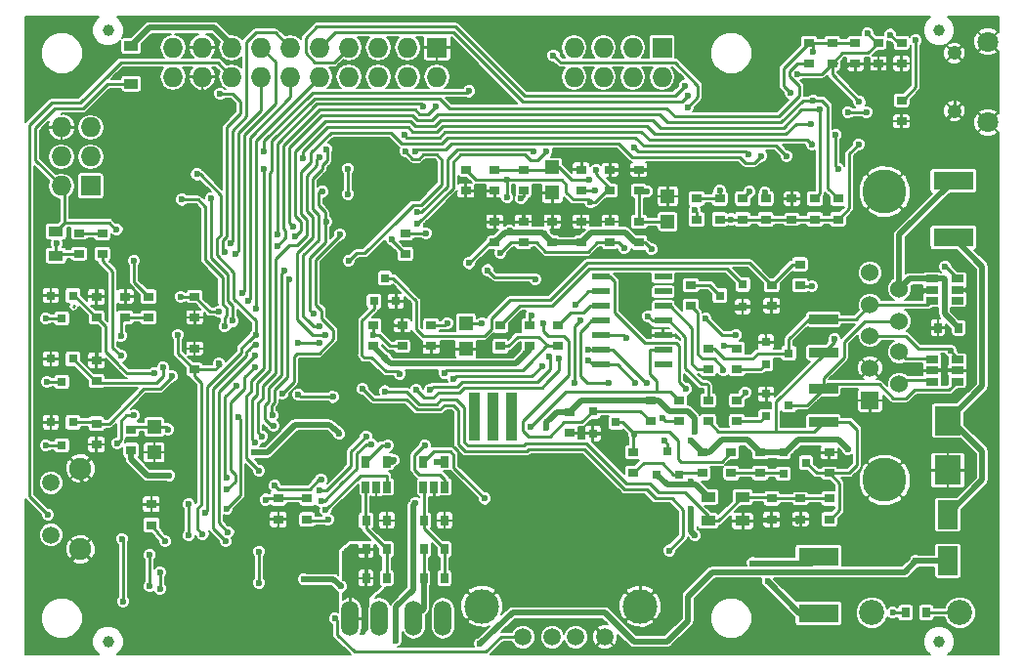
<source format=gbl>
G04 #@! TF.FileFunction,Copper,L2,Bot,Signal*
%FSLAX46Y46*%
G04 Gerber Fmt 4.6, Leading zero omitted, Abs format (unit mm)*
G04 Created by KiCad (PCBNEW 4.0.0-rc1-stable) date 11/3/2015 9:27:50 AM*
%MOMM*%
G01*
G04 APERTURE LIST*
%ADD10C,0.100000*%
%ADD11R,0.650000X1.060000*%
%ADD12R,1.500000X0.600000*%
%ADD13R,1.727200X1.727200*%
%ADD14O,1.727200X1.727200*%
%ADD15R,1.220000X0.910000*%
%ADD16R,3.500000X1.600000*%
%ADD17C,3.810000*%
%ADD18R,1.524000X1.524000*%
%ADD19C,1.524000*%
%ADD20C,1.800000*%
%ADD21C,1.250000*%
%ADD22C,1.000000*%
%ADD23O,1.506220X3.014980*%
%ADD24R,1.060000X0.650000*%
%ADD25R,1.800860X2.499360*%
%ADD26R,0.900000X0.800000*%
%ADD27R,1.250000X1.200000*%
%ADD28R,0.800000X0.900000*%
%ADD29R,2.500000X0.900000*%
%ADD30R,1.300000X0.900000*%
%ADD31C,1.900000*%
%ADD32C,1.500000*%
%ADD33C,2.180000*%
%ADD34R,0.900000X0.700000*%
%ADD35R,0.700000X0.900000*%
%ADD36R,0.800100X0.800100*%
%ADD37C,1.501140*%
%ADD38C,2.999740*%
%ADD39R,2.301240X2.499360*%
%ADD40C,0.600000*%
%ADD41C,0.250000*%
%ADD42C,0.500000*%
%ADD43C,0.200000*%
G04 APERTURE END LIST*
D10*
D11*
X71950000Y-164100000D03*
X71000000Y-164100000D03*
X70050000Y-164100000D03*
X70050000Y-161900000D03*
X71950000Y-161900000D03*
D12*
X85450000Y-153510000D03*
X85450000Y-152240000D03*
X85450000Y-150970000D03*
X85450000Y-149700000D03*
X85450000Y-148430000D03*
X85450000Y-147160000D03*
X85450000Y-145890000D03*
X90850000Y-145890000D03*
X90850000Y-147160000D03*
X90850000Y-148430000D03*
X90850000Y-149700000D03*
X90850000Y-150970000D03*
X90850000Y-152240000D03*
X90850000Y-153510000D03*
D13*
X41250000Y-138000000D03*
D14*
X38710000Y-138000000D03*
X41250000Y-135460000D03*
X38710000Y-135460000D03*
X41250000Y-132920000D03*
X38710000Y-132920000D03*
D15*
X44750000Y-125865000D03*
X44750000Y-129135000D03*
D16*
X116000000Y-137561600D03*
X116000000Y-142438400D03*
X104300000Y-170161600D03*
X104300000Y-175038400D03*
D17*
X110050000Y-163500000D03*
X110050000Y-138500000D03*
D18*
X108780000Y-156588000D03*
D19*
X108780000Y-153794000D03*
X108780000Y-151000000D03*
X108780000Y-148333000D03*
X108780000Y-145539000D03*
X111320000Y-146936000D03*
X111320000Y-149730000D03*
X111320000Y-152397000D03*
X111320000Y-155191000D03*
D20*
X118987460Y-132500900D03*
D21*
X116087460Y-131500900D03*
X116087460Y-126500900D03*
D20*
X118987460Y-125500900D03*
D22*
X114750000Y-124500000D03*
D23*
X71770000Y-175500000D03*
X69230000Y-175500000D03*
X66270000Y-175500000D03*
X63730000Y-175500000D03*
D22*
X114750000Y-177500000D03*
D13*
X90750000Y-126000000D03*
D14*
X90750000Y-128540000D03*
X88210000Y-126000000D03*
X88210000Y-128540000D03*
X85670000Y-126000000D03*
X85670000Y-128540000D03*
X83130000Y-126000000D03*
X83130000Y-128540000D03*
D22*
X42750000Y-124500000D03*
X42750000Y-177500000D03*
D24*
X116350000Y-153050000D03*
X116350000Y-154000000D03*
X116350000Y-154950000D03*
X114150000Y-154950000D03*
X114150000Y-153050000D03*
X114150000Y-154000000D03*
X116350000Y-146050000D03*
X116350000Y-147000000D03*
X116350000Y-147950000D03*
X114150000Y-147950000D03*
X114150000Y-146050000D03*
X114150000Y-147000000D03*
D11*
X66950000Y-164100000D03*
X66000000Y-164100000D03*
X65050000Y-164100000D03*
X65050000Y-161900000D03*
X66950000Y-161900000D03*
D25*
X115500000Y-170498980D03*
X115500000Y-166501020D03*
D26*
X42250000Y-142100000D03*
X42250000Y-143900000D03*
X41750000Y-147600000D03*
X41750000Y-149400000D03*
D27*
X81250000Y-136400000D03*
X81250000Y-138600000D03*
X91250000Y-141100000D03*
X91250000Y-138900000D03*
X73750000Y-149900000D03*
X73750000Y-152100000D03*
X46750000Y-158900000D03*
X46750000Y-161100000D03*
D26*
X78750000Y-138400000D03*
X78750000Y-136600000D03*
X88750000Y-142900000D03*
X88750000Y-141100000D03*
X65750000Y-151900000D03*
X65750000Y-150100000D03*
X44750000Y-160900000D03*
X44750000Y-159100000D03*
X46250000Y-147600000D03*
X46250000Y-149400000D03*
X83750000Y-138400000D03*
X83750000Y-136600000D03*
X95750000Y-139100000D03*
X95750000Y-140900000D03*
X99750000Y-140900000D03*
X99750000Y-139100000D03*
X97750000Y-140900000D03*
X97750000Y-139100000D03*
X93750000Y-139100000D03*
X93750000Y-140900000D03*
X105250000Y-166900000D03*
X105250000Y-165100000D03*
X100250000Y-165100000D03*
X100250000Y-166900000D03*
X81750000Y-150100000D03*
X81750000Y-151900000D03*
X102700000Y-146600000D03*
X102700000Y-144800000D03*
X99250000Y-161100000D03*
X99250000Y-162900000D03*
X94250000Y-161100000D03*
X94250000Y-162900000D03*
X100250000Y-148400000D03*
X100250000Y-146600000D03*
X96750000Y-162900000D03*
X96750000Y-161100000D03*
X88250000Y-162900000D03*
X88250000Y-161100000D03*
X93250000Y-148400000D03*
X93250000Y-146600000D03*
X89750000Y-156600000D03*
X89750000Y-158400000D03*
X76750000Y-150100000D03*
X76750000Y-151900000D03*
X79250000Y-151900000D03*
X79250000Y-150100000D03*
D28*
X111850000Y-175000000D03*
X113650000Y-175000000D03*
D26*
X97250000Y-156600000D03*
X97250000Y-158400000D03*
D29*
X104750000Y-155550000D03*
X104750000Y-158450000D03*
D26*
X94750000Y-158400000D03*
X94750000Y-156600000D03*
X92250000Y-158400000D03*
X92250000Y-156600000D03*
D29*
X104750000Y-149550000D03*
X104750000Y-152450000D03*
D26*
X94750000Y-153900000D03*
X94750000Y-152100000D03*
X97250000Y-152100000D03*
X97250000Y-153900000D03*
D28*
X71900000Y-167000000D03*
X70100000Y-167000000D03*
X71900000Y-169500000D03*
X70100000Y-169500000D03*
X65100000Y-169500000D03*
X66900000Y-169500000D03*
X65100000Y-167000000D03*
X66900000Y-167000000D03*
D26*
X111500000Y-127400000D03*
X111500000Y-125600000D03*
X105500000Y-125600000D03*
X105500000Y-127400000D03*
X103500000Y-125600000D03*
X103500000Y-127400000D03*
X107500000Y-127400000D03*
X107500000Y-125600000D03*
X60000000Y-165100000D03*
X60000000Y-166900000D03*
X57500000Y-166900000D03*
X57500000Y-165100000D03*
X41750000Y-153100000D03*
X41750000Y-154900000D03*
X41750000Y-160400000D03*
X41750000Y-158600000D03*
D13*
X71250000Y-126000000D03*
D14*
X71250000Y-128540000D03*
X68710000Y-126000000D03*
X68710000Y-128540000D03*
X66170000Y-126000000D03*
X66170000Y-128540000D03*
X63630000Y-126000000D03*
X63630000Y-128540000D03*
X61090000Y-126000000D03*
X61090000Y-128540000D03*
X58550000Y-126000000D03*
X58550000Y-128540000D03*
X56010000Y-126000000D03*
X56010000Y-128540000D03*
X53470000Y-126000000D03*
X53470000Y-128540000D03*
X50930000Y-126000000D03*
X50930000Y-128540000D03*
X48390000Y-126000000D03*
X48390000Y-128540000D03*
D26*
X70750000Y-150100000D03*
X70750000Y-151900000D03*
D30*
X97750000Y-164950000D03*
X97750000Y-167050000D03*
X94750000Y-164950000D03*
X94750000Y-167050000D03*
X38250000Y-144050000D03*
X38250000Y-141950000D03*
D10*
G36*
X74050000Y-160050000D02*
X74050000Y-155950000D01*
X74950000Y-155950000D01*
X74950000Y-160050000D01*
X74050000Y-160050000D01*
X74050000Y-160050000D01*
G37*
G36*
X75600000Y-160050000D02*
X75600000Y-155950000D01*
X76600000Y-155950000D01*
X76600000Y-160050000D01*
X75600000Y-160050000D01*
X75600000Y-160050000D01*
G37*
G36*
X77250000Y-160050000D02*
X77250000Y-155950000D01*
X78150000Y-155950000D01*
X78150000Y-160050000D01*
X77250000Y-160050000D01*
X77250000Y-160050000D01*
G37*
D31*
X40350000Y-169500000D03*
X40350000Y-162500000D03*
D32*
X37800000Y-168250000D03*
X37800000Y-163750000D03*
D33*
X108940000Y-175000000D03*
X116560000Y-175000000D03*
D34*
X44250000Y-149400000D03*
X44250000Y-147600000D03*
X50250000Y-153900000D03*
X50250000Y-152100000D03*
X50250000Y-147600000D03*
X50250000Y-149400000D03*
X109500000Y-125600000D03*
X109500000Y-127400000D03*
X111500000Y-130600000D03*
X111500000Y-132400000D03*
D35*
X65100000Y-172000000D03*
X66900000Y-172000000D03*
X70100000Y-172000000D03*
X71900000Y-172000000D03*
X116450000Y-150300000D03*
X114650000Y-150300000D03*
D34*
X82750000Y-157600000D03*
X82750000Y-159400000D03*
X105250000Y-162900000D03*
X105250000Y-161100000D03*
X102750000Y-165100000D03*
X102750000Y-166900000D03*
X68250000Y-151900000D03*
X68250000Y-150100000D03*
X86250000Y-138400000D03*
X86250000Y-136600000D03*
X78750000Y-142900000D03*
X78750000Y-141100000D03*
X73750000Y-136600000D03*
X73750000Y-138400000D03*
X86250000Y-142900000D03*
X86250000Y-141100000D03*
X76250000Y-142900000D03*
X76250000Y-141100000D03*
X83750000Y-142900000D03*
X83750000Y-141100000D03*
X102000000Y-140900000D03*
X102000000Y-139100000D03*
X81250000Y-142900000D03*
X81250000Y-141100000D03*
X88750000Y-138400000D03*
X88750000Y-136600000D03*
X76250000Y-136600000D03*
X76250000Y-138400000D03*
X40250000Y-143900000D03*
X40250000Y-142100000D03*
D36*
X67700000Y-148000760D03*
X65800000Y-148000760D03*
X66750000Y-146001780D03*
X101249240Y-162950000D03*
X101249240Y-161050000D03*
X103248220Y-162000000D03*
X92200000Y-163000760D03*
X90300000Y-163000760D03*
X91250000Y-161001780D03*
X97750760Y-146550000D03*
X97750760Y-148450000D03*
X95751780Y-147500000D03*
X84749240Y-159450000D03*
X84749240Y-157550000D03*
X86748220Y-158500000D03*
X99749240Y-157950000D03*
X99749240Y-156050000D03*
X101748220Y-157000000D03*
X99749240Y-153450000D03*
X99749240Y-151550000D03*
X101748220Y-152500000D03*
X37800000Y-152999240D03*
X39700000Y-152999240D03*
X38750000Y-154998220D03*
X37800000Y-158499240D03*
X39700000Y-158499240D03*
X38750000Y-160498220D03*
X37800000Y-147499240D03*
X39700000Y-147499240D03*
X38750000Y-149498220D03*
D37*
X85812860Y-177102120D03*
X83272860Y-177102120D03*
X81240860Y-177102120D03*
X78700860Y-177102120D03*
D38*
X88860860Y-174435120D03*
X75144860Y-174435120D03*
D26*
X68500000Y-143900000D03*
X68500000Y-142100000D03*
X104000000Y-139100000D03*
X104000000Y-140900000D03*
X106000000Y-139100000D03*
X106000000Y-140900000D03*
X46500000Y-165600000D03*
X46500000Y-167400000D03*
D39*
X115500000Y-158351160D03*
X115500000Y-162648840D03*
D40*
X84450000Y-137500000D03*
X52150000Y-152600000D03*
X69900000Y-154500000D03*
X40500000Y-156300000D03*
X85800000Y-158700000D03*
X100900000Y-142700000D03*
X100900000Y-139100000D03*
X98500000Y-150500000D03*
X102400000Y-153700000D03*
X103800000Y-150900000D03*
X88050000Y-148150000D03*
X67300000Y-173700000D03*
X61600000Y-137150000D03*
X45100000Y-168200000D03*
X36500000Y-173500000D03*
X59900000Y-160700000D03*
X89500000Y-169800000D03*
X88900000Y-165200000D03*
X82400000Y-166100000D03*
X80700000Y-168600000D03*
X81900000Y-169200000D03*
X86400000Y-161100000D03*
X84200000Y-162200000D03*
X74100000Y-166300000D03*
X74100000Y-167400000D03*
X74100000Y-168500000D03*
X74100000Y-169600000D03*
X74100000Y-170700000D03*
X100500000Y-176800000D03*
X95300000Y-173300000D03*
X76100000Y-159400000D03*
X82100000Y-144600000D03*
X70000000Y-146200000D03*
X41900000Y-128100000D03*
X44700000Y-124000000D03*
X118800000Y-129000000D03*
X111500000Y-167500000D03*
X115300000Y-154000000D03*
X65700000Y-134800000D03*
X65500000Y-146100000D03*
X111900000Y-124100000D03*
X93800000Y-124000000D03*
X101100000Y-124000000D03*
X87300000Y-124000000D03*
X50300000Y-150700000D03*
X47300000Y-150700000D03*
X49500000Y-143900000D03*
X46400000Y-142200000D03*
X44200000Y-133600000D03*
X51700000Y-136100000D03*
X99000000Y-148500000D03*
X101400000Y-148400000D03*
X117250000Y-147000000D03*
X113250000Y-149500000D03*
X92550000Y-139900000D03*
X55900000Y-167200000D03*
X57650000Y-157200000D03*
X48050000Y-162100000D03*
X48450000Y-164800000D03*
X40650000Y-151100000D03*
X40650000Y-145400000D03*
X64750000Y-141300000D03*
X62550000Y-143900000D03*
X52950000Y-170100000D03*
X54250000Y-150400000D03*
X62550000Y-134400000D03*
X48050000Y-160100000D03*
X88150000Y-145900000D03*
X79950000Y-138300000D03*
X98150000Y-157600000D03*
X60600000Y-173600000D03*
X53850000Y-172700000D03*
X95450000Y-163450000D03*
X106550000Y-128200000D03*
X78250000Y-127250000D03*
X73250000Y-127000000D03*
X76000000Y-129750000D03*
X74950000Y-146000000D03*
X81750000Y-135000000D03*
X74250000Y-140700000D03*
X73050000Y-143800000D03*
X78550000Y-144600000D03*
X80050000Y-128600000D03*
X75450000Y-124500000D03*
X60550000Y-176400000D03*
X52950000Y-176300000D03*
X63950000Y-147900000D03*
X63850000Y-152900000D03*
X63850000Y-157400000D03*
X114350000Y-128600000D03*
X105050000Y-129300000D03*
X94350000Y-143500000D03*
X87850000Y-136600000D03*
X83550000Y-135600000D03*
X84950000Y-140600000D03*
X77950000Y-150000000D03*
X100450000Y-135600000D03*
X106750000Y-133500000D03*
X112800000Y-133600000D03*
X82450000Y-141900000D03*
X72150000Y-152600000D03*
X66950000Y-149500000D03*
X107650000Y-172400000D03*
X103550000Y-161000000D03*
X89550000Y-150700000D03*
X101500000Y-164100000D03*
X95150000Y-148600000D03*
X97750000Y-166000000D03*
X113350000Y-147100000D03*
X107850000Y-169400000D03*
X103550000Y-168700000D03*
X97350000Y-169500000D03*
X89450000Y-138500000D03*
X107800000Y-134400000D03*
X96750000Y-140900000D03*
X89850000Y-143500000D03*
X102500000Y-128300000D03*
X74050000Y-144700000D03*
X107850000Y-130700000D03*
X80550000Y-142100000D03*
X77550000Y-141900000D03*
X78550000Y-139100000D03*
X108550000Y-124800000D03*
X77350000Y-137500000D03*
X76750000Y-143800000D03*
X87450000Y-143400000D03*
X84550000Y-139400000D03*
X85050000Y-136600000D03*
X77350000Y-139000000D03*
X65750000Y-150900000D03*
X66750000Y-155800000D03*
X75150000Y-149900000D03*
X105700000Y-151300000D03*
X87650000Y-151200000D03*
X66750000Y-152900000D03*
X78950000Y-152500000D03*
X80750000Y-159000000D03*
X93550000Y-159300000D03*
X93250000Y-163600000D03*
X90750000Y-158100000D03*
X90950000Y-160100000D03*
X67700000Y-177400000D03*
X69400000Y-165500000D03*
X71200000Y-161900000D03*
X75000000Y-177700000D03*
X67500000Y-161800000D03*
X93250000Y-160100000D03*
X106850000Y-160800000D03*
X112750000Y-170500000D03*
X64000000Y-169700000D03*
X55400000Y-161100000D03*
X62800000Y-159500000D03*
X48050000Y-163100000D03*
X47950000Y-159100000D03*
X112750000Y-125400000D03*
X50950000Y-168200000D03*
X48800000Y-150900000D03*
X62900000Y-172700000D03*
X59700000Y-172100000D03*
X45000000Y-144500000D03*
X43500000Y-141750000D03*
X49050000Y-147600000D03*
X52350000Y-148900000D03*
X52350000Y-153400000D03*
X61350000Y-138500000D03*
X61650000Y-141100000D03*
X60550000Y-149100000D03*
X94550000Y-149500000D03*
X97150000Y-150900000D03*
X37450000Y-155000000D03*
X37350000Y-160500000D03*
X98600000Y-170700000D03*
X99900000Y-172300000D03*
X61800000Y-166900000D03*
X62400000Y-175500000D03*
X55450000Y-160200000D03*
X56100000Y-159700000D03*
X101550000Y-135400000D03*
X56400000Y-165200000D03*
X69550000Y-141300000D03*
X80750000Y-135000000D03*
X49150000Y-139200000D03*
X52850000Y-150200000D03*
X53050000Y-163300000D03*
X53850000Y-155300000D03*
X51650000Y-139100000D03*
X54050000Y-158000000D03*
X53550000Y-149700000D03*
X53050000Y-166000000D03*
X62850000Y-142200000D03*
X57850000Y-156000000D03*
X79650000Y-135000000D03*
X69550000Y-140300000D03*
X79450000Y-149200000D03*
X44950000Y-157900000D03*
X55450000Y-153700000D03*
X43550000Y-160300000D03*
X53050000Y-164300000D03*
X49750000Y-165600000D03*
X49750000Y-168300000D03*
X53150000Y-168000000D03*
X55450000Y-152700000D03*
X55550000Y-151800000D03*
X52950000Y-168800000D03*
X50450000Y-137000000D03*
X51150000Y-166300000D03*
X55550000Y-150900000D03*
X54350000Y-147300000D03*
X53350000Y-143000000D03*
X71150000Y-131100000D03*
X57450000Y-143200000D03*
X57450000Y-142200000D03*
X70050000Y-131100000D03*
X103850000Y-130600000D03*
X58750000Y-141500000D03*
X58950000Y-142400000D03*
X104450000Y-131400000D03*
X63550000Y-136500000D03*
X63550000Y-138700000D03*
X54850000Y-148000000D03*
X53750000Y-143900000D03*
X52850000Y-143700000D03*
X52450000Y-130000000D03*
X115750000Y-152300000D03*
X115300000Y-145000000D03*
X110750000Y-175000000D03*
X93600000Y-168300000D03*
X93250000Y-166000000D03*
X68050000Y-154300000D03*
X96050000Y-154000000D03*
X80450000Y-149900000D03*
X88350000Y-159500000D03*
X75395000Y-165105000D03*
X46350000Y-170000000D03*
X46350000Y-172700000D03*
X47250000Y-171500000D03*
X47250000Y-172900000D03*
X67000000Y-160500000D03*
X84950000Y-138400000D03*
X56250000Y-135000000D03*
X74050000Y-129800000D03*
X81350000Y-126700000D03*
X92950000Y-131200000D03*
X101850000Y-129900000D03*
X103850000Y-126400000D03*
X95750000Y-138400000D03*
X99655000Y-138595000D03*
X98350000Y-138500000D03*
X93550000Y-140100000D03*
X59650000Y-135600000D03*
X103650000Y-132600000D03*
X80950000Y-152800000D03*
X70650000Y-155700000D03*
X84350000Y-152200000D03*
X89450000Y-155100000D03*
X71900000Y-154200000D03*
X86150000Y-155100000D03*
X72700000Y-154700000D03*
X80350000Y-153600000D03*
X103750000Y-146700000D03*
X92850000Y-155600000D03*
X84350000Y-153100000D03*
X81850000Y-153000000D03*
X69450000Y-155700000D03*
X88450000Y-155100000D03*
X83250000Y-148300000D03*
X83150000Y-155100000D03*
X83650000Y-149700000D03*
X97950000Y-155900000D03*
X89550000Y-149300000D03*
X79350000Y-158900000D03*
X96150000Y-151900000D03*
X91400000Y-169600000D03*
X61100000Y-164400000D03*
X65100000Y-159700000D03*
X64800000Y-155600000D03*
X55850000Y-169700000D03*
X55850000Y-172400000D03*
X61600000Y-166100000D03*
X61050000Y-151600000D03*
X59250000Y-151600000D03*
X44050000Y-174000000D03*
X43950000Y-168600000D03*
X59250000Y-156100000D03*
X62250000Y-156300000D03*
X106850000Y-131600000D03*
X108450000Y-131600000D03*
X110550000Y-124900000D03*
X92750000Y-129300000D03*
X92950000Y-130200000D03*
X61550000Y-150900000D03*
X61050000Y-135500000D03*
X74600000Y-159500000D03*
X77700000Y-159400000D03*
X61050000Y-150200000D03*
X61650000Y-134800000D03*
X70300000Y-142100000D03*
X79750000Y-146100000D03*
X75650000Y-145300000D03*
X70200000Y-160500000D03*
X65600000Y-160400000D03*
X61200000Y-165300000D03*
X37550000Y-166500000D03*
X106000000Y-136500000D03*
X105800000Y-133600000D03*
X69400000Y-135000000D03*
X99350000Y-135400000D03*
X56250000Y-136500000D03*
X55850000Y-162700000D03*
X47700000Y-168800000D03*
X38300000Y-143000000D03*
X37350000Y-149500000D03*
X68450000Y-133600000D03*
X103750000Y-134400000D03*
X72150000Y-149900000D03*
X43850000Y-151000000D03*
X55550000Y-148600000D03*
X48250000Y-154500000D03*
X46750000Y-154250000D03*
X47500000Y-153750000D03*
X63600000Y-144500000D03*
X58000000Y-145350000D03*
X57200000Y-164000000D03*
X61200000Y-163500000D03*
X57100000Y-158800000D03*
X68550000Y-135000000D03*
X98250000Y-135300000D03*
X88350000Y-134700000D03*
X67300000Y-142600000D03*
X43850000Y-152700000D03*
X57000000Y-157900000D03*
X58450000Y-146100000D03*
D41*
X39800760Y-148400000D02*
X39750760Y-148450000D01*
X84250000Y-137500000D02*
X84450000Y-137500000D01*
X78750000Y-136600000D02*
X76250000Y-136600000D01*
X81250000Y-136400000D02*
X81850000Y-136400000D01*
X81850000Y-136400000D02*
X82950000Y-137500000D01*
X81250000Y-136400000D02*
X81050000Y-136600000D01*
X81050000Y-136600000D02*
X78750000Y-136600000D01*
X84250000Y-137500000D02*
X82950000Y-137500000D01*
X52150000Y-152550000D02*
X52250000Y-152450000D01*
X52150000Y-152600000D02*
X52150000Y-152550000D01*
X69900000Y-154500000D02*
X69500000Y-154500000D01*
X37800000Y-158499240D02*
X37800000Y-156700000D01*
X38200000Y-156300000D02*
X40500000Y-156300000D01*
X37800000Y-156700000D02*
X38200000Y-156300000D01*
X85800000Y-158700000D02*
X85800000Y-159300000D01*
X102000000Y-139100000D02*
X100900000Y-139100000D01*
X101000000Y-142600000D02*
X101600000Y-142600000D01*
X100900000Y-142700000D02*
X101000000Y-142600000D01*
X100200000Y-149500000D02*
X99500000Y-149500000D01*
X99500000Y-149500000D02*
X98500000Y-150500000D01*
X100200000Y-148450000D02*
X100200000Y-149500000D01*
X102800000Y-153300000D02*
X102400000Y-153700000D01*
X102800000Y-151900000D02*
X102800000Y-153300000D01*
X103800000Y-150900000D02*
X102800000Y-151900000D01*
X88150000Y-145900000D02*
X88150000Y-148050000D01*
X88150000Y-148050000D02*
X88050000Y-148150000D01*
X67300000Y-173700000D02*
X67500000Y-173500000D01*
X40350000Y-162500000D02*
X40350000Y-163450000D01*
X40350000Y-163450000D02*
X45100000Y-168200000D01*
X40350000Y-169500000D02*
X40350000Y-169650000D01*
X40350000Y-169650000D02*
X36500000Y-173500000D01*
X59900000Y-160700000D02*
X60300000Y-160700000D01*
X60600000Y-173600000D02*
X60550000Y-173700000D01*
X60550000Y-173700000D02*
X60550000Y-176400000D01*
X88855140Y-170444860D02*
X89500000Y-169800000D01*
X88900000Y-165200000D02*
X86600000Y-167500000D01*
X86600000Y-167500000D02*
X82400000Y-166100000D01*
X88855140Y-174385120D02*
X88855140Y-170444860D01*
X80700000Y-168600000D02*
X81700000Y-169200000D01*
X81700000Y-169200000D02*
X81900000Y-169200000D01*
X86400000Y-159750000D02*
X86400000Y-161100000D01*
X85850000Y-159200000D02*
X86400000Y-159750000D01*
X84200000Y-162200000D02*
X83800000Y-161800000D01*
X74100000Y-166300000D02*
X74300000Y-166300000D01*
X74100000Y-168500000D02*
X74100000Y-167400000D01*
X74100000Y-170700000D02*
X74100000Y-169600000D01*
X100500000Y-174400000D02*
X100500000Y-176800000D01*
X97802487Y-173138549D02*
X100500000Y-174400000D01*
X95300000Y-173300000D02*
X97802487Y-173138549D01*
X76100000Y-159400000D02*
X76100000Y-158000000D01*
X82100000Y-144600000D02*
X81800000Y-144900000D01*
X70000000Y-146200000D02*
X70000000Y-146000000D01*
X41900000Y-128100000D02*
X41600000Y-128100000D01*
X44800000Y-124100000D02*
X44900000Y-124100000D01*
X44700000Y-124000000D02*
X44800000Y-124100000D01*
X118800000Y-129000000D02*
X119100000Y-129000000D01*
X111500000Y-167500000D02*
X113700000Y-168200000D01*
X115300000Y-154000000D02*
X116350000Y-154000000D01*
X62550000Y-134400000D02*
X66800000Y-134400000D01*
X66800000Y-134400000D02*
X65700000Y-134800000D01*
X65500000Y-146100000D02*
X65000000Y-146100000D01*
X101100000Y-124000000D02*
X101600000Y-123500000D01*
X111300000Y-123500000D02*
X111900000Y-124100000D01*
X101600000Y-123500000D02*
X111300000Y-123500000D01*
X87300000Y-124000000D02*
X93800000Y-124000000D01*
X101100000Y-124400000D02*
X101000000Y-124500000D01*
X101100000Y-124000000D02*
X101100000Y-124400000D01*
X78250000Y-127250000D02*
X81500000Y-124000000D01*
X81500000Y-124000000D02*
X87300000Y-124000000D01*
X50250000Y-149400000D02*
X50250000Y-150650000D01*
X50250000Y-150650000D02*
X50300000Y-150700000D01*
X47400000Y-150800000D02*
X47500000Y-150800000D01*
X47300000Y-150700000D02*
X47400000Y-150800000D01*
X49500000Y-143900000D02*
X49500000Y-143700000D01*
X46400000Y-142200000D02*
X46700000Y-141900000D01*
X46700000Y-136100000D02*
X44200000Y-133600000D01*
X51700000Y-136100000D02*
X46700000Y-136100000D01*
X97750760Y-148450000D02*
X97800760Y-148500000D01*
X97800760Y-148500000D02*
X99000000Y-148500000D01*
X100250000Y-148400000D02*
X101400000Y-148400000D01*
X100250000Y-148400000D02*
X100200000Y-148450000D01*
X114150000Y-147000000D02*
X114050000Y-147100000D01*
X114050000Y-147100000D02*
X113350000Y-147100000D01*
X117250000Y-147000000D02*
X116350000Y-147000000D01*
X116350000Y-147000000D02*
X117250000Y-147000000D01*
X114650000Y-150300000D02*
X114050000Y-150300000D01*
X114050000Y-150300000D02*
X113250000Y-149500000D01*
X108886000Y-153900000D02*
X108780000Y-153794000D01*
X92450000Y-140000000D02*
X92250000Y-140000000D01*
X92550000Y-139900000D02*
X92450000Y-140000000D01*
X55900000Y-167200000D02*
X56450000Y-166800000D01*
X57750000Y-157100000D02*
X57750000Y-157000000D01*
X57650000Y-157200000D02*
X57750000Y-157100000D01*
X48050000Y-162100000D02*
X48150000Y-162100000D01*
X49050000Y-164200000D02*
X48450000Y-164800000D01*
X49050000Y-163000000D02*
X49050000Y-164200000D01*
X48150000Y-162100000D02*
X49050000Y-163000000D01*
X41750000Y-153100000D02*
X41750000Y-152200000D01*
X41750000Y-152200000D02*
X40650000Y-151100000D01*
X41750000Y-147600000D02*
X41750000Y-146500000D01*
X41750000Y-146500000D02*
X40650000Y-145400000D01*
X63850000Y-152900000D02*
X64250000Y-152500000D01*
X64250000Y-148200000D02*
X63950000Y-147900000D01*
X64250000Y-152500000D02*
X64250000Y-148200000D01*
X62550000Y-143900000D02*
X62550000Y-143500000D01*
X62550000Y-143500000D02*
X64750000Y-141300000D01*
X62550000Y-143900000D02*
X62750000Y-143900000D01*
X52950000Y-170100000D02*
X52950000Y-170300000D01*
X54050000Y-150600000D02*
X53950000Y-150600000D01*
X54250000Y-150400000D02*
X54050000Y-150600000D01*
X62550000Y-134400000D02*
X62850000Y-134400000D01*
X88050000Y-149200000D02*
X89550000Y-150700000D01*
X88050000Y-146000000D02*
X88050000Y-149200000D01*
X88150000Y-145900000D02*
X88050000Y-146000000D01*
X81250000Y-138600000D02*
X80250000Y-138600000D01*
X80250000Y-138600000D02*
X79950000Y-138300000D01*
X99749240Y-156050000D02*
X99749240Y-156900760D01*
X98750000Y-157000000D02*
X98150000Y-157600000D01*
X99650000Y-157000000D02*
X98750000Y-157000000D01*
X99749240Y-156900760D02*
X99650000Y-157000000D01*
X52950000Y-173250000D02*
X54550000Y-173250000D01*
X54550000Y-173250000D02*
X53850000Y-172700000D01*
X60550000Y-176400000D02*
X60500000Y-176400000D01*
X56900000Y-177200000D02*
X56000000Y-176300000D01*
X59700000Y-177200000D02*
X56900000Y-177200000D01*
X60500000Y-176400000D02*
X59700000Y-177200000D01*
X95500000Y-163400000D02*
X95500000Y-163100000D01*
X95450000Y-163450000D02*
X95500000Y-163400000D01*
X70750000Y-151900000D02*
X69350000Y-151900000D01*
X68250000Y-150800000D02*
X68250000Y-150100000D01*
X68450000Y-151000000D02*
X68250000Y-150800000D01*
X68750000Y-151000000D02*
X68450000Y-151000000D01*
X69050000Y-151300000D02*
X68750000Y-151000000D01*
X69050000Y-151600000D02*
X69050000Y-151300000D01*
X69350000Y-151900000D02*
X69050000Y-151600000D01*
X95350000Y-142700000D02*
X95350000Y-143400000D01*
X95250000Y-143500000D02*
X94350000Y-143500000D01*
X95350000Y-143400000D02*
X95250000Y-143500000D01*
X116087460Y-131500900D02*
X114888360Y-132700000D01*
X114888360Y-132700000D02*
X113750000Y-132700000D01*
X107750000Y-127400000D02*
X106950000Y-127400000D01*
X106550000Y-127800000D02*
X106550000Y-128200000D01*
X106950000Y-127400000D02*
X106550000Y-127800000D01*
X78725000Y-127775000D02*
X78250000Y-127300000D01*
X78250000Y-127300000D02*
X78250000Y-127250000D01*
X76000000Y-129750000D02*
X73250000Y-127000000D01*
X109750000Y-133500000D02*
X109600000Y-133350000D01*
X109600000Y-133350000D02*
X109600000Y-127400000D01*
X63850000Y-152900000D02*
X63850000Y-155300000D01*
X67700000Y-148000760D02*
X67700000Y-147150000D01*
X67700000Y-147150000D02*
X67550000Y-147000000D01*
X67550000Y-147000000D02*
X64850000Y-147000000D01*
X64850000Y-147000000D02*
X63950000Y-147900000D01*
X74950000Y-146000000D02*
X74350000Y-145400000D01*
X76150000Y-144600000D02*
X75150000Y-144600000D01*
X78550000Y-144600000D02*
X76150000Y-144600000D01*
X75150000Y-144600000D02*
X74350000Y-145400000D01*
X74350000Y-145400000D02*
X73750000Y-146000000D01*
X73750000Y-146000000D02*
X73050000Y-146000000D01*
X73050000Y-146000000D02*
X73050000Y-143800000D01*
X82350000Y-135600000D02*
X83550000Y-135600000D01*
X81750000Y-135000000D02*
X82350000Y-135600000D01*
X73050000Y-143800000D02*
X73050000Y-141900000D01*
X73050000Y-141900000D02*
X74250000Y-140700000D01*
X74650000Y-141100000D02*
X76250000Y-141100000D01*
X74250000Y-140700000D02*
X74650000Y-141100000D01*
X78750000Y-141100000D02*
X77550000Y-141100000D01*
X77550000Y-141100000D02*
X76250000Y-141100000D01*
X78550000Y-144600000D02*
X78350000Y-144600000D01*
X50930000Y-128540000D02*
X50930000Y-129120000D01*
X79550000Y-128600000D02*
X80050000Y-128600000D01*
X75450000Y-124500000D02*
X78725000Y-127775000D01*
X78725000Y-127775000D02*
X79550000Y-128600000D01*
X63850000Y-157400000D02*
X63850000Y-152900000D01*
X64850000Y-158650000D02*
X64850000Y-158400000D01*
X64850000Y-158400000D02*
X63850000Y-157400000D01*
X52950000Y-176300000D02*
X56000000Y-176300000D01*
X52950000Y-170300000D02*
X52950000Y-173250000D01*
X52950000Y-173250000D02*
X52950000Y-176300000D01*
X60550000Y-176100000D02*
X60450000Y-176000000D01*
X60550000Y-176400000D02*
X60550000Y-176100000D01*
X52950000Y-176300000D02*
X52950000Y-175600000D01*
X67700000Y-148000760D02*
X67700000Y-148750000D01*
X67700000Y-148750000D02*
X66950000Y-149500000D01*
X63950000Y-147900000D02*
X63950000Y-148000000D01*
X63850000Y-152900000D02*
X63850000Y-152800000D01*
X63850000Y-157400000D02*
X63850000Y-157300000D01*
X114350000Y-128600000D02*
X116087460Y-130337460D01*
X116087460Y-130337460D02*
X116087460Y-131500900D01*
X112800000Y-133600000D02*
X113750000Y-132700000D01*
X106750000Y-133500000D02*
X109750000Y-133500000D01*
X109750000Y-133500000D02*
X112600000Y-133400000D01*
X112600000Y-133400000D02*
X112800000Y-133600000D01*
X106750000Y-133500000D02*
X105918233Y-131738612D01*
X105918233Y-131738612D02*
X105050000Y-129300000D01*
X109600000Y-127400000D02*
X107600000Y-127400000D01*
X111600000Y-127400000D02*
X109600000Y-127400000D01*
X113650000Y-127400000D02*
X113650000Y-127900000D01*
X113650000Y-127900000D02*
X114350000Y-128600000D01*
X100450000Y-135600000D02*
X100450000Y-135700000D01*
X98950000Y-137200000D02*
X91250000Y-137200000D01*
X100450000Y-135700000D02*
X98950000Y-137200000D01*
X81250000Y-140000000D02*
X81250000Y-138600000D01*
X82450000Y-141900000D02*
X82450000Y-141100000D01*
X83750000Y-141100000D02*
X82450000Y-141100000D01*
X82450000Y-141100000D02*
X81250000Y-141100000D01*
X88750000Y-136600000D02*
X90650000Y-136600000D01*
X90650000Y-136600000D02*
X91250000Y-137200000D01*
X91250000Y-137200000D02*
X91250000Y-138900000D01*
X88750000Y-136600000D02*
X87450000Y-136600000D01*
X87450000Y-136600000D02*
X86250000Y-136600000D01*
X86250000Y-136600000D02*
X86250000Y-135700000D01*
X86150000Y-135600000D02*
X83550000Y-135600000D01*
X86250000Y-135700000D02*
X86150000Y-135600000D01*
X83750000Y-136600000D02*
X83750000Y-135800000D01*
X83750000Y-135800000D02*
X83550000Y-135600000D01*
X95150000Y-142700000D02*
X95350000Y-142700000D01*
X87850000Y-136600000D02*
X88450000Y-136600000D01*
X88450000Y-136600000D02*
X88750000Y-136600000D01*
X83550000Y-135600000D02*
X83050000Y-135600000D01*
X84950000Y-141100000D02*
X83750000Y-141100000D01*
X84950000Y-140600000D02*
X84950000Y-141100000D01*
X76250000Y-138400000D02*
X73750000Y-138400000D01*
X75200000Y-151950000D02*
X76150000Y-151000000D01*
X77950000Y-150600000D02*
X77950000Y-150000000D01*
X77550000Y-151000000D02*
X77950000Y-150600000D01*
X76150000Y-151000000D02*
X77550000Y-151000000D01*
X100350000Y-135500000D02*
X100050000Y-135500000D01*
X100450000Y-135600000D02*
X100350000Y-135500000D01*
X106750000Y-133500000D02*
X106550000Y-133500000D01*
X112800000Y-133600000D02*
X112600000Y-133600000D01*
X82450000Y-141900000D02*
X82450000Y-141700000D01*
X81250000Y-141100000D02*
X81250000Y-140000000D01*
X78750000Y-140000000D02*
X78750000Y-141100000D01*
X72150000Y-152600000D02*
X72225000Y-152525000D01*
X72300000Y-152600000D02*
X72300000Y-152450000D01*
X72225000Y-152525000D02*
X72300000Y-152600000D01*
X90850000Y-150970000D02*
X89820000Y-150970000D01*
X89820000Y-150970000D02*
X89550000Y-150700000D01*
X70750000Y-151900000D02*
X72150000Y-151900000D01*
X72150000Y-151900000D02*
X72150000Y-152600000D01*
X72650000Y-152100000D02*
X73750000Y-152100000D01*
X72650000Y-152100000D02*
X72300000Y-152450000D01*
X72300000Y-152450000D02*
X72150000Y-152600000D01*
X115550000Y-153900000D02*
X114450000Y-153900000D01*
X82750000Y-159400000D02*
X84699240Y-159400000D01*
X84699240Y-159400000D02*
X84749240Y-159450000D01*
X85600000Y-159450000D02*
X84749240Y-159450000D01*
X85850000Y-159200000D02*
X85600000Y-159450000D01*
X68250000Y-150100000D02*
X67550000Y-150100000D01*
X67550000Y-150100000D02*
X66950000Y-149500000D01*
X75050000Y-152100000D02*
X73750000Y-152100000D01*
X75200000Y-151950000D02*
X75050000Y-152100000D01*
X107650000Y-172400000D02*
X107650000Y-172100000D01*
X97750000Y-169100000D02*
X97750000Y-167050000D01*
X103550000Y-161000000D02*
X102650000Y-161000000D01*
X105250000Y-161100000D02*
X103650000Y-161100000D01*
X103650000Y-161100000D02*
X103550000Y-161000000D01*
X101500000Y-164100000D02*
X101550000Y-164100000D01*
X101550000Y-164100000D02*
X102250000Y-163400000D01*
X102250000Y-163400000D02*
X102250000Y-161400000D01*
X102250000Y-161400000D02*
X102650000Y-161000000D01*
X97750760Y-148450000D02*
X100200000Y-148450000D01*
X95150000Y-148600000D02*
X97600760Y-148600000D01*
X97600760Y-148600000D02*
X97750760Y-148450000D01*
X114450000Y-153900000D02*
X116650000Y-153900000D01*
X108780000Y-153794000D02*
X108886000Y-153900000D01*
X97750000Y-167050000D02*
X97750000Y-166000000D01*
X102750000Y-166900000D02*
X102750000Y-167900000D01*
X100250000Y-166900000D02*
X102750000Y-166900000D01*
X97750000Y-167050000D02*
X100100000Y-167050000D01*
X100100000Y-167050000D02*
X100250000Y-166900000D01*
X102400000Y-167150000D02*
X102550000Y-167000000D01*
X91150000Y-138500000D02*
X91250000Y-138600000D01*
X107150000Y-168700000D02*
X107850000Y-169400000D01*
X107850000Y-169000000D02*
X107750000Y-168900000D01*
X107850000Y-169400000D02*
X107850000Y-169000000D01*
X103550000Y-168700000D02*
X107150000Y-168700000D01*
X102750000Y-167900000D02*
X103550000Y-168700000D01*
X103550000Y-168700000D02*
X103950000Y-168700000D01*
X97350000Y-169500000D02*
X97750000Y-169100000D01*
D42*
X115850000Y-162638400D02*
X114943400Y-162638400D01*
D41*
X89450000Y-138500000D02*
X89350000Y-138400000D01*
X89350000Y-138400000D02*
X88750000Y-138400000D01*
X91250000Y-141100000D02*
X88750000Y-141100000D01*
X88750000Y-141100000D02*
X88750000Y-138400000D01*
X104000000Y-140900000D02*
X102000000Y-140900000D01*
X106000000Y-140900000D02*
X104000000Y-140900000D01*
X106000000Y-140900000D02*
X107000000Y-139900000D01*
X107000000Y-135200000D02*
X107800000Y-134400000D01*
X107000000Y-139900000D02*
X107000000Y-135200000D01*
X99750000Y-140900000D02*
X106000000Y-140900000D01*
X89250000Y-142900000D02*
X89850000Y-143500000D01*
X108300000Y-126500000D02*
X108600000Y-126500000D01*
X108600000Y-126500000D02*
X109500000Y-125600000D01*
X105500000Y-127400000D02*
X106400000Y-126500000D01*
X106400000Y-126500000D02*
X106650000Y-126500000D01*
X107850000Y-130700000D02*
X105500000Y-128350000D01*
X105500000Y-128350000D02*
X105500000Y-127400000D01*
X102500000Y-128300000D02*
X104600000Y-128300000D01*
X104600000Y-128300000D02*
X105500000Y-127400000D01*
X74050000Y-144700000D02*
X75850000Y-142900000D01*
X75850000Y-142900000D02*
X76250000Y-142900000D01*
X88750000Y-142900000D02*
X89250000Y-142900000D01*
X99750000Y-140900000D02*
X97750000Y-140900000D01*
X80550000Y-142100000D02*
X80500000Y-142150000D01*
X80500000Y-142150000D02*
X80550000Y-142100000D01*
X80550000Y-142100000D02*
X80550000Y-142200000D01*
X77550000Y-141900000D02*
X77550000Y-142000000D01*
X77550000Y-142000000D02*
X77550000Y-141900000D01*
X77550000Y-141900000D02*
X77550000Y-142000000D01*
X78550000Y-139100000D02*
X78750000Y-138900000D01*
X78750000Y-138900000D02*
X78750000Y-138400000D01*
X96750000Y-140900000D02*
X97750000Y-140900000D01*
X96750000Y-140900000D02*
X95750000Y-140900000D01*
D42*
X81250000Y-142900000D02*
X80550000Y-142200000D01*
X80550000Y-142200000D02*
X80350000Y-142000000D01*
X77150000Y-142000000D02*
X76250000Y-142900000D01*
X80350000Y-142000000D02*
X79950000Y-142000000D01*
X79950000Y-142000000D02*
X77550000Y-142000000D01*
X77550000Y-142000000D02*
X77150000Y-142000000D01*
X83750000Y-142900000D02*
X81250000Y-142900000D01*
X88750000Y-142900000D02*
X88450000Y-142900000D01*
X88450000Y-142900000D02*
X87550000Y-142000000D01*
X87550000Y-142000000D02*
X84650000Y-142000000D01*
X84650000Y-142000000D02*
X83750000Y-142900000D01*
D41*
X105850000Y-127400000D02*
X105850000Y-127300000D01*
X106650000Y-126500000D02*
X108300000Y-126500000D01*
X108550000Y-124800000D02*
X109350000Y-125600000D01*
X109350000Y-125600000D02*
X109600000Y-125600000D01*
X77350000Y-139000000D02*
X77350000Y-137500000D01*
X77550000Y-137500000D02*
X77350000Y-137500000D01*
X77650000Y-142900000D02*
X78750000Y-142900000D01*
X76750000Y-143800000D02*
X77650000Y-142900000D01*
X86250000Y-142900000D02*
X86950000Y-142900000D01*
X86950000Y-142900000D02*
X87450000Y-143400000D01*
X83950000Y-143700000D02*
X84350000Y-143700000D01*
X79850000Y-142900000D02*
X80650000Y-143700000D01*
X80650000Y-143700000D02*
X83950000Y-143700000D01*
X78750000Y-142900000D02*
X79850000Y-142900000D01*
X84350000Y-143700000D02*
X85150000Y-142900000D01*
X85150000Y-142900000D02*
X86250000Y-142900000D01*
X86250000Y-138400000D02*
X85950000Y-138400000D01*
X85950000Y-138400000D02*
X84950000Y-139400000D01*
X84550000Y-139400000D02*
X84350000Y-139200000D01*
X84350000Y-139200000D02*
X83050000Y-139200000D01*
X83050000Y-139200000D02*
X82450000Y-138600000D01*
X82450000Y-138600000D02*
X82450000Y-137900000D01*
X82450000Y-137900000D02*
X82050000Y-137500000D01*
X82050000Y-137500000D02*
X77550000Y-137500000D01*
X84950000Y-139400000D02*
X84550000Y-139400000D01*
X85050000Y-136600000D02*
X85050000Y-137000000D01*
X85050000Y-137000000D02*
X86250000Y-138200000D01*
X86250000Y-138200000D02*
X86250000Y-138400000D01*
X86450000Y-138400000D02*
X86250000Y-138600000D01*
X74650000Y-137500000D02*
X73750000Y-136600000D01*
X77550000Y-137500000D02*
X74650000Y-137500000D01*
X73750000Y-136600000D02*
X73750000Y-136500000D01*
X68250000Y-151900000D02*
X67200000Y-151900000D01*
X66200000Y-150900000D02*
X65750000Y-150900000D01*
X67200000Y-151900000D02*
X66200000Y-150900000D01*
X65750000Y-150100000D02*
X65750000Y-150900000D01*
X87500000Y-163600000D02*
X84200000Y-160300000D01*
X84200000Y-160300000D02*
X83900000Y-160300000D01*
X83700000Y-160300000D02*
X83900000Y-160300000D01*
X78750000Y-160500000D02*
X73900000Y-160500000D01*
X73900000Y-160500000D02*
X73600000Y-160200000D01*
X73600000Y-160200000D02*
X73600000Y-157200000D01*
X73600000Y-157200000D02*
X72900000Y-156500000D01*
X72900000Y-156500000D02*
X71600000Y-156500000D01*
X71600000Y-156500000D02*
X71200000Y-156900000D01*
X71200000Y-156900000D02*
X69700000Y-156900000D01*
X69700000Y-156900000D02*
X68600000Y-155800000D01*
X68600000Y-155800000D02*
X66750000Y-155800000D01*
X83700000Y-160300000D02*
X78950000Y-160300000D01*
X78950000Y-160300000D02*
X78750000Y-160500000D01*
X87500000Y-163600000D02*
X87700000Y-163800000D01*
X89650000Y-163800000D02*
X87700000Y-163800000D01*
X94750000Y-166600000D02*
X92750000Y-164600000D01*
X90450000Y-164600000D02*
X89650000Y-163800000D01*
X92750000Y-164600000D02*
X90450000Y-164600000D01*
X94750000Y-167050000D02*
X94750000Y-166600000D01*
X97750000Y-164950000D02*
X100100000Y-164950000D01*
X100100000Y-164950000D02*
X100250000Y-165100000D01*
X94750000Y-167050000D02*
X95650000Y-167050000D01*
X95650000Y-167050000D02*
X97750000Y-164950000D01*
X105250000Y-165100000D02*
X102750000Y-165100000D01*
X102750000Y-165100000D02*
X100250000Y-165100000D01*
X100250000Y-165100000D02*
X100100000Y-164950000D01*
X73750000Y-149900000D02*
X75150000Y-149900000D01*
X105700000Y-151500000D02*
X104750000Y-152450000D01*
X105700000Y-151300000D02*
X105700000Y-151500000D01*
X107650000Y-159100000D02*
X107650000Y-162200000D01*
X107000000Y-158450000D02*
X107650000Y-159100000D01*
X100650000Y-159300000D02*
X100650000Y-156700000D01*
X100650000Y-156700000D02*
X104750000Y-152600000D01*
X104750000Y-152600000D02*
X104750000Y-152450000D01*
X104750000Y-158450000D02*
X107000000Y-158450000D01*
X106950000Y-162900000D02*
X105250000Y-162900000D01*
X107650000Y-162200000D02*
X106950000Y-162900000D01*
X94750000Y-158400000D02*
X95650000Y-159300000D01*
X103900000Y-159300000D02*
X104750000Y-158450000D01*
X95650000Y-159300000D02*
X100650000Y-159300000D01*
X100650000Y-159300000D02*
X103900000Y-159300000D01*
X104750000Y-158450000D02*
X105000000Y-158450000D01*
X105250000Y-162900000D02*
X104148220Y-162900000D01*
X104148220Y-162900000D02*
X103248220Y-162000000D01*
X105250000Y-166900000D02*
X105350000Y-166900000D01*
X105350000Y-166900000D02*
X106150000Y-166100000D01*
X106150000Y-166100000D02*
X106150000Y-163800000D01*
X106150000Y-163800000D02*
X105250000Y-162900000D01*
X85450000Y-150970000D02*
X87420000Y-150970000D01*
X87420000Y-150970000D02*
X87650000Y-151200000D01*
D42*
X77750000Y-153400000D02*
X78050000Y-153400000D01*
X78050000Y-153400000D02*
X78950000Y-152500000D01*
X66750000Y-152900000D02*
X66950000Y-153100000D01*
X79250000Y-151900000D02*
X79250000Y-152200000D01*
X79250000Y-152200000D02*
X78950000Y-152500000D01*
X67250000Y-153400000D02*
X66950000Y-153100000D01*
X66950000Y-153100000D02*
X65750000Y-151900000D01*
X77750000Y-153400000D02*
X67250000Y-153400000D01*
X81050000Y-158200000D02*
X80750000Y-158500000D01*
X80750000Y-158500000D02*
X80750000Y-159000000D01*
X82750000Y-157600000D02*
X81650000Y-157600000D01*
X81650000Y-157600000D02*
X81050000Y-158200000D01*
X82750000Y-157600000D02*
X83750000Y-156600000D01*
X82600000Y-157600000D02*
X82750000Y-157600000D01*
X89750000Y-156600000D02*
X83750000Y-156600000D01*
X93550000Y-159300000D02*
X93550000Y-158800000D01*
X93250000Y-163600000D02*
X93250000Y-163900000D01*
X93250000Y-163900000D02*
X93250000Y-163700000D01*
X93250000Y-163700000D02*
X93250000Y-163900000D01*
X94750000Y-164950000D02*
X93700000Y-163900000D01*
X93700000Y-163900000D02*
X93250000Y-163900000D01*
X93250000Y-163900000D02*
X91199240Y-163900000D01*
X89750000Y-156600000D02*
X90450000Y-156600000D01*
X93550000Y-158100000D02*
X93550000Y-158800000D01*
X92950000Y-157500000D02*
X93550000Y-158100000D01*
X91350000Y-157500000D02*
X92950000Y-157500000D01*
X90450000Y-156600000D02*
X91350000Y-157500000D01*
X91199240Y-163900000D02*
X90300000Y-163000760D01*
D41*
X91250000Y-161001780D02*
X91250000Y-160400000D01*
X91050000Y-158400000D02*
X92250000Y-158400000D01*
X90750000Y-158100000D02*
X91050000Y-158400000D01*
X91250000Y-160400000D02*
X90950000Y-160100000D01*
D42*
X116000000Y-137561600D02*
X111320000Y-142241600D01*
X111320000Y-142241600D02*
X111320000Y-146936000D01*
X114150000Y-146050000D02*
X115200000Y-146050000D01*
X115250000Y-146100000D02*
X115250000Y-149100000D01*
X115200000Y-146050000D02*
X115250000Y-146100000D01*
X111320000Y-146936000D02*
X112206000Y-146050000D01*
X112206000Y-146050000D02*
X114150000Y-146050000D01*
X116450000Y-150300000D02*
X115850000Y-149700000D01*
X115250000Y-149100000D02*
X115850000Y-149700000D01*
X67700000Y-174500000D02*
X67700000Y-177400000D01*
X69200000Y-173000000D02*
X67700000Y-174500000D01*
X69200000Y-165700000D02*
X69200000Y-173000000D01*
X69400000Y-165500000D02*
X69200000Y-165700000D01*
X71950000Y-161900000D02*
X71200000Y-161900000D01*
X95100000Y-171500000D02*
X93000000Y-173600000D01*
X87250000Y-176450000D02*
X88300000Y-177500000D01*
X87250000Y-176450000D02*
X85800000Y-175000000D01*
X85800000Y-175000000D02*
X77800000Y-175000000D01*
X77800000Y-175000000D02*
X75000000Y-177700000D01*
X88300000Y-177500000D02*
X91200000Y-177500000D01*
X91200000Y-177500000D02*
X93000000Y-175700000D01*
X93000000Y-175700000D02*
X93000000Y-173600000D01*
X112750000Y-170500000D02*
X111750000Y-171500000D01*
X111750000Y-171500000D02*
X95100000Y-171500000D01*
X95100000Y-171500000D02*
X95200000Y-171500000D01*
X67400000Y-161900000D02*
X66950000Y-161900000D01*
X67500000Y-161800000D02*
X67400000Y-161900000D01*
X94250000Y-161100000D02*
X93250000Y-160100000D01*
X104850000Y-160000000D02*
X106050000Y-160000000D01*
X106050000Y-160000000D02*
X106850000Y-160800000D01*
X101249240Y-161050000D02*
X101500000Y-161050000D01*
X101500000Y-161050000D02*
X102550000Y-160000000D01*
X102550000Y-160000000D02*
X104850000Y-160000000D01*
X94250000Y-161100000D02*
X94850000Y-161100000D01*
X98150000Y-160000000D02*
X99250000Y-161100000D01*
X95950000Y-160000000D02*
X98150000Y-160000000D01*
X94850000Y-161100000D02*
X95700000Y-160250000D01*
X95700000Y-160250000D02*
X95950000Y-160000000D01*
X99250000Y-161100000D02*
X101199240Y-161100000D01*
X101199240Y-161100000D02*
X101249240Y-161050000D01*
X112750000Y-170500000D02*
X112750000Y-170498980D01*
X112750000Y-170498980D02*
X112750000Y-170500000D01*
X112750000Y-170500000D02*
X112750000Y-170498980D01*
X115850000Y-170498980D02*
X112750000Y-170498980D01*
X70100000Y-172000000D02*
X70100000Y-174630000D01*
X70100000Y-174630000D02*
X69230000Y-175500000D01*
D41*
X70100000Y-172000000D02*
X70100000Y-169500000D01*
X70100000Y-167000000D02*
X70100000Y-164150000D01*
X70100000Y-164150000D02*
X70050000Y-164100000D01*
X71900000Y-169500000D02*
X71900000Y-172000000D01*
X70100000Y-167000000D02*
X70100000Y-167700000D01*
X70100000Y-167700000D02*
X71900000Y-169500000D01*
X70050000Y-166950000D02*
X70100000Y-167000000D01*
X64000000Y-169700000D02*
X64900000Y-169700000D01*
X64900000Y-169700000D02*
X65100000Y-169500000D01*
X65100000Y-172000000D02*
X65100000Y-169500000D01*
X66900000Y-169500000D02*
X66900000Y-172000000D01*
X65100000Y-167000000D02*
X65100000Y-167700000D01*
X65100000Y-167700000D02*
X66900000Y-169500000D01*
X65050000Y-164100000D02*
X65050000Y-166950000D01*
X65050000Y-166950000D02*
X65100000Y-167000000D01*
D42*
X57525000Y-160125000D02*
X56550000Y-161100000D01*
X56550000Y-161100000D02*
X55400000Y-161100000D01*
X62800000Y-159400000D02*
X61900000Y-158700000D01*
X62800000Y-159500000D02*
X62800000Y-159400000D01*
X61900000Y-158700000D02*
X58950000Y-158700000D01*
X58950000Y-158700000D02*
X57525000Y-160125000D01*
X44750000Y-160900000D02*
X44750000Y-161700000D01*
X46150000Y-163100000D02*
X44750000Y-161700000D01*
X46150000Y-163100000D02*
X48050000Y-163100000D01*
D41*
X46750000Y-158900000D02*
X44950000Y-158900000D01*
X44950000Y-158900000D02*
X44750000Y-159100000D01*
X47750000Y-158900000D02*
X46750000Y-158900000D01*
X47950000Y-159100000D02*
X47750000Y-158900000D01*
X112750000Y-125400000D02*
X112750000Y-127850002D01*
X112750000Y-125400000D02*
X112750000Y-129400000D01*
X112750000Y-129400000D02*
X111750000Y-130400000D01*
X50850000Y-155100000D02*
X50250000Y-154500000D01*
X50850000Y-164800000D02*
X50850000Y-165600000D01*
X50850000Y-155100000D02*
X50850000Y-164800000D01*
X50450000Y-166000000D02*
X50450000Y-166200000D01*
X50850000Y-165600000D02*
X50450000Y-166000000D01*
X50450000Y-167700000D02*
X50950000Y-168200000D01*
X50450000Y-166200000D02*
X50450000Y-167700000D01*
X50250000Y-154500000D02*
X50250000Y-153900000D01*
X50250000Y-153900000D02*
X50200000Y-153900000D01*
X50200000Y-153900000D02*
X48800000Y-152500000D01*
X48800000Y-152500000D02*
X48800000Y-150900000D01*
D42*
X62900000Y-172700000D02*
X62300000Y-172100000D01*
X62300000Y-172100000D02*
X59700000Y-172100000D01*
D41*
X45000000Y-146350000D02*
X46250000Y-147600000D01*
X45000000Y-144500000D02*
X45000000Y-146350000D01*
X43500000Y-141750000D02*
X43400000Y-141750000D01*
X38975000Y-141225000D02*
X39000000Y-141200000D01*
X42850000Y-141200000D02*
X39000000Y-141200000D01*
X43400000Y-141750000D02*
X42850000Y-141200000D01*
X44750000Y-129135000D02*
X42715000Y-129135000D01*
X36450000Y-135740000D02*
X38710000Y-138000000D01*
X36450000Y-133000000D02*
X36450000Y-135740000D01*
X38150000Y-131300000D02*
X36450000Y-133000000D01*
X40550000Y-131300000D02*
X38150000Y-131300000D01*
X42715000Y-129135000D02*
X40550000Y-131300000D01*
X38975000Y-141225000D02*
X38975000Y-138265000D01*
X38975000Y-138265000D02*
X38710000Y-138000000D01*
X38975000Y-141225000D02*
X38250000Y-141950000D01*
X49050000Y-147600000D02*
X49150000Y-147600000D01*
X49150000Y-147600000D02*
X49150000Y-147500000D01*
X49150000Y-147500000D02*
X49150000Y-147600000D01*
X50250000Y-147600000D02*
X49150000Y-147600000D01*
X51550000Y-148900000D02*
X50250000Y-147600000D01*
X52350000Y-148900000D02*
X51550000Y-148900000D01*
X52400000Y-153550000D02*
X52050000Y-153900000D01*
X52500000Y-153450000D02*
X52400000Y-153550000D01*
X52050000Y-153900000D02*
X50250000Y-153900000D01*
X52350000Y-153400000D02*
X52400000Y-153450000D01*
X52400000Y-153450000D02*
X52500000Y-153450000D01*
X61250000Y-138300000D02*
X61250000Y-138400000D01*
X61550000Y-141000000D02*
X61550000Y-140300000D01*
X61550000Y-140300000D02*
X60950000Y-139700000D01*
X60950000Y-139700000D02*
X60950000Y-138600000D01*
X60950000Y-138600000D02*
X61250000Y-138300000D01*
X61650000Y-141100000D02*
X61550000Y-141000000D01*
X61250000Y-138400000D02*
X61350000Y-138500000D01*
X61550000Y-141200000D02*
X61650000Y-141100000D01*
X61550000Y-142900000D02*
X61550000Y-141200000D01*
X60250000Y-144200000D02*
X61550000Y-142900000D01*
X60250000Y-148800000D02*
X60250000Y-144200000D01*
X60550000Y-149100000D02*
X60250000Y-148800000D01*
X97150000Y-150900000D02*
X95950000Y-150900000D01*
X95950000Y-150900000D02*
X94550000Y-149500000D01*
X114450000Y-152950000D02*
X111873000Y-152950000D01*
X111873000Y-152950000D02*
X111320000Y-152397000D01*
D42*
X115500000Y-158351160D02*
X115851160Y-158351160D01*
X115851160Y-158351160D02*
X118500000Y-161000000D01*
X118500000Y-163501020D02*
X115500000Y-166501020D01*
X118500000Y-161000000D02*
X118500000Y-163501020D01*
X116000000Y-142438400D02*
X116000000Y-142500000D01*
X116000000Y-142500000D02*
X118500000Y-145000000D01*
X118500000Y-145000000D02*
X118500000Y-155351160D01*
X118500000Y-155351160D02*
X115500000Y-158351160D01*
X53470000Y-126000000D02*
X53470000Y-125820000D01*
X53470000Y-125820000D02*
X51950000Y-124300000D01*
X51950000Y-124300000D02*
X46315000Y-124300000D01*
X46315000Y-124300000D02*
X44750000Y-125865000D01*
D41*
X37450000Y-155000000D02*
X38748220Y-155000000D01*
X38748220Y-155000000D02*
X38750000Y-154998220D01*
X37350000Y-160500000D02*
X38748220Y-160500000D01*
X38748220Y-160500000D02*
X38750000Y-160498220D01*
D42*
X103761600Y-170700000D02*
X100861600Y-170700000D01*
X98600000Y-170700000D02*
X100861600Y-170700000D01*
X103761600Y-170700000D02*
X104300000Y-170161600D01*
X104300000Y-175038400D02*
X102638400Y-175038400D01*
X102638400Y-175038400D02*
X99900000Y-172300000D01*
D41*
X61700000Y-167000000D02*
X61600000Y-167000000D01*
X61800000Y-166900000D02*
X61700000Y-167000000D01*
X60100000Y-167000000D02*
X61600000Y-167000000D01*
X62600000Y-176900000D02*
X64100000Y-178400000D01*
X62600000Y-175700000D02*
X62600000Y-176900000D01*
X62400000Y-175500000D02*
X62600000Y-175700000D01*
X60000000Y-166900000D02*
X60100000Y-167000000D01*
X78700860Y-177102120D02*
X76797880Y-177102120D01*
X76797880Y-177102120D02*
X75500000Y-178400000D01*
X75500000Y-178400000D02*
X64100000Y-178400000D01*
X102450000Y-127400000D02*
X101800000Y-128050000D01*
X101800000Y-128500000D02*
X102650000Y-129350000D01*
X101800000Y-128050000D02*
X101800000Y-128500000D01*
X103500000Y-127400000D02*
X102450000Y-127400000D01*
X72300002Y-131250002D02*
X71450000Y-130400000D01*
X71450000Y-130400000D02*
X69250000Y-130400000D01*
X102650000Y-130200000D02*
X102050000Y-130800000D01*
X102650000Y-129350000D02*
X102650000Y-130200000D01*
X91850000Y-132000000D02*
X91100002Y-131250002D01*
X91100002Y-131250002D02*
X75350000Y-131250002D01*
X100850000Y-132000000D02*
X91850000Y-132000000D01*
X102050000Y-130800000D02*
X100850000Y-132000000D01*
X75350000Y-131250002D02*
X72300002Y-131250002D01*
X60650000Y-130400000D02*
X56950000Y-134100000D01*
X56950000Y-134100000D02*
X56950000Y-136700000D01*
X56950000Y-136700000D02*
X56750000Y-136900000D01*
X56750000Y-136900000D02*
X56750000Y-137100000D01*
X55250000Y-159200000D02*
X55250000Y-156500000D01*
X55250000Y-156500000D02*
X55650000Y-156100000D01*
X56750000Y-154000000D02*
X56750000Y-137100000D01*
X55650000Y-155100000D02*
X56750000Y-154000000D01*
X55650000Y-156100000D02*
X55650000Y-155100000D01*
X55250000Y-160000000D02*
X55250000Y-159200000D01*
X55450000Y-160200000D02*
X55250000Y-160000000D01*
X69250000Y-130400000D02*
X60650000Y-130400000D01*
X56100000Y-159700000D02*
X55750000Y-159350000D01*
X57250000Y-145000000D02*
X57250000Y-144300000D01*
X58450000Y-143100000D02*
X59150000Y-143100000D01*
X57250000Y-144300000D02*
X58450000Y-143100000D01*
X59450000Y-139800000D02*
X59450000Y-140400000D01*
X59450000Y-140400000D02*
X59950000Y-140900000D01*
X59950000Y-140900000D02*
X59950000Y-142300000D01*
X59950000Y-142300000D02*
X59150000Y-143100000D01*
X72650000Y-133800000D02*
X72150000Y-133800000D01*
X88450000Y-133800000D02*
X75350000Y-133800000D01*
X89150000Y-134500000D02*
X88450000Y-133800000D01*
X100650000Y-134500000D02*
X89150000Y-134500000D01*
X101550000Y-135400000D02*
X100650000Y-134500000D01*
X75350000Y-133800000D02*
X72650000Y-133800000D01*
X59450000Y-136800000D02*
X59450000Y-139800000D01*
X60350000Y-135900000D02*
X59450000Y-136800000D01*
X60350000Y-135100000D02*
X60350000Y-135900000D01*
X62050000Y-133400000D02*
X60350000Y-135100000D01*
X67250000Y-133400000D02*
X62050000Y-133400000D01*
X68150000Y-134300000D02*
X67250000Y-133400000D01*
X71650000Y-134300000D02*
X68150000Y-134300000D01*
X72150000Y-133800000D02*
X71650000Y-134300000D01*
X57250000Y-145000000D02*
X57250000Y-145000000D01*
X56150000Y-156400000D02*
X56150000Y-155300000D01*
X56150000Y-155300000D02*
X57250000Y-154200000D01*
X57250000Y-154200000D02*
X57250000Y-145000000D01*
X55750000Y-159300000D02*
X55750000Y-156800000D01*
X55750000Y-156800000D02*
X56150000Y-156400000D01*
X56400000Y-165200000D02*
X56500000Y-165100000D01*
X56500000Y-165100000D02*
X57500000Y-165100000D01*
X57500000Y-165100000D02*
X60000000Y-165100000D01*
X72650000Y-135900000D02*
X73250000Y-135300000D01*
X72650000Y-138200000D02*
X72650000Y-135900000D01*
X69550000Y-141300000D02*
X72650000Y-138200000D01*
X78850000Y-135300000D02*
X79350000Y-135800000D01*
X79950000Y-135800000D02*
X79350000Y-135800000D01*
X80750000Y-135000000D02*
X79950000Y-135800000D01*
X73250000Y-135300000D02*
X78850000Y-135300000D01*
X51150000Y-139800000D02*
X50550000Y-139200000D01*
X50550000Y-139200000D02*
X49150000Y-139200000D01*
X51150000Y-140500000D02*
X51150000Y-139800000D01*
X51150000Y-144400000D02*
X51150000Y-140500000D01*
X52650000Y-145900000D02*
X51150000Y-144400000D01*
X52650000Y-148200000D02*
X52650000Y-145900000D01*
X53050000Y-148600000D02*
X52650000Y-148200000D01*
X53050000Y-149200000D02*
X53050000Y-148600000D01*
X52850000Y-149400000D02*
X53050000Y-149200000D01*
X52850000Y-150200000D02*
X52850000Y-149400000D01*
X52850000Y-162700000D02*
X52850000Y-163100000D01*
X52850000Y-163100000D02*
X53050000Y-163300000D01*
X52850000Y-156300000D02*
X52850000Y-162700000D01*
X53850000Y-155300000D02*
X52850000Y-156300000D01*
X51650000Y-140100000D02*
X51650000Y-139100000D01*
X54250000Y-158200000D02*
X54250000Y-158800000D01*
X54050000Y-158000000D02*
X54250000Y-158200000D01*
X51650000Y-144200000D02*
X51650000Y-140100000D01*
X53150000Y-145700000D02*
X51650000Y-144200000D01*
X53150000Y-148000000D02*
X53150000Y-145700000D01*
X53550000Y-148400000D02*
X53150000Y-148000000D01*
X53550000Y-149700000D02*
X53550000Y-148400000D01*
X54250000Y-164800000D02*
X53050000Y-166000000D01*
X54250000Y-158800000D02*
X54250000Y-164800000D01*
X60650000Y-152500000D02*
X61050000Y-152500000D01*
X60750000Y-144400000D02*
X62850000Y-142300000D01*
X62850000Y-142300000D02*
X62850000Y-142200000D01*
X59150000Y-152500000D02*
X60650000Y-152500000D01*
X58850000Y-152800000D02*
X59150000Y-152500000D01*
X58850000Y-155000000D02*
X58850000Y-152800000D01*
X57850000Y-156000000D02*
X58850000Y-155000000D01*
X60750000Y-148300000D02*
X60750000Y-145100000D01*
X61250000Y-148800000D02*
X60750000Y-148300000D01*
X60750000Y-145100000D02*
X60750000Y-144400000D01*
X61050000Y-152500000D02*
X62250000Y-151300000D01*
X62250000Y-151300000D02*
X62250000Y-150500000D01*
X62250000Y-150500000D02*
X61250000Y-149500000D01*
X61250000Y-149500000D02*
X61250000Y-148800000D01*
X72150000Y-135700000D02*
X73050000Y-134800000D01*
X79650000Y-135000000D02*
X79450000Y-134800000D01*
X79450000Y-134800000D02*
X75850000Y-134800000D01*
X75850000Y-134800000D02*
X73050000Y-134800000D01*
X69550000Y-140300000D02*
X69913602Y-140300000D01*
X69913602Y-140300000D02*
X72150000Y-138063602D01*
X72150000Y-138063602D02*
X72150000Y-135700000D01*
X79250000Y-150100000D02*
X79250000Y-149400000D01*
X79250000Y-149400000D02*
X79450000Y-149200000D01*
X43850000Y-160000000D02*
X43850000Y-158400000D01*
X43850000Y-158400000D02*
X44350000Y-157900000D01*
X44350000Y-157900000D02*
X44950000Y-157900000D01*
X55450000Y-153700000D02*
X54550000Y-154600000D01*
X43550000Y-160300000D02*
X43850000Y-160000000D01*
X54550000Y-154600000D02*
X54550000Y-155600000D01*
X54550000Y-155600000D02*
X53900000Y-156250000D01*
X53750000Y-163000000D02*
X53750000Y-163600000D01*
X53750000Y-163600000D02*
X53050000Y-164300000D01*
X49750000Y-165600000D02*
X49750000Y-168300000D01*
X53350000Y-156800000D02*
X53350000Y-162600000D01*
X53350000Y-162600000D02*
X53750000Y-163000000D01*
X53900000Y-156250000D02*
X53350000Y-156800000D01*
X55450000Y-152700000D02*
X52350000Y-155800000D01*
X52350000Y-167200000D02*
X53150000Y-168000000D01*
X52350000Y-155800000D02*
X52350000Y-167200000D01*
X52250000Y-155200000D02*
X51850000Y-155600000D01*
X51850000Y-155600000D02*
X51850000Y-155900000D01*
X51850000Y-155900000D02*
X51850000Y-167700000D01*
X54950000Y-152200000D02*
X54750000Y-152400000D01*
X54750000Y-152700000D02*
X52250000Y-155200000D01*
X54750000Y-152400000D02*
X54750000Y-152700000D01*
X55550000Y-151800000D02*
X55350000Y-151800000D01*
X51850000Y-167700000D02*
X52950000Y-168800000D01*
X55350000Y-151800000D02*
X54950000Y-152200000D01*
X52550000Y-138800000D02*
X50750000Y-137000000D01*
X50750000Y-137000000D02*
X50450000Y-137000000D01*
X54950000Y-151400000D02*
X54281801Y-152068199D01*
X51550000Y-155200000D02*
X51350000Y-155400000D01*
X54281801Y-152468199D02*
X51550000Y-155200000D01*
X54281801Y-152068199D02*
X54281801Y-152468199D01*
X52150000Y-142600000D02*
X52550000Y-142200000D01*
X52550000Y-142200000D02*
X52550000Y-139500000D01*
X52550000Y-139500000D02*
X52550000Y-138800000D01*
X55550000Y-150900000D02*
X55550000Y-149700000D01*
X52150000Y-144000000D02*
X52150000Y-142600000D01*
X53650000Y-145500000D02*
X52150000Y-144000000D01*
X53650000Y-147800000D02*
X53650000Y-145500000D01*
X55550000Y-149700000D02*
X53650000Y-147800000D01*
X55550000Y-150900000D02*
X55450000Y-150900000D01*
X51350000Y-166100000D02*
X51150000Y-166300000D01*
X51350000Y-155400000D02*
X51350000Y-166100000D01*
X55450000Y-150900000D02*
X54950000Y-151400000D01*
X54550000Y-145200000D02*
X54550000Y-147100000D01*
X54550000Y-147100000D02*
X54350000Y-147300000D01*
X56010000Y-126000000D02*
X57250000Y-127240000D01*
X54550000Y-133600000D02*
X54550000Y-145200000D01*
X57250000Y-130900000D02*
X54550000Y-133600000D01*
X57250000Y-127240000D02*
X57250000Y-130900000D01*
X58550000Y-126000000D02*
X57250000Y-124700000D01*
X53550000Y-142800000D02*
X53350000Y-143000000D01*
X53550000Y-133200000D02*
X53550000Y-142800000D01*
X54750000Y-132000000D02*
X53550000Y-133200000D01*
X54750000Y-125500000D02*
X54750000Y-132000000D01*
X55550000Y-124700000D02*
X54750000Y-125500000D01*
X57250000Y-124700000D02*
X55550000Y-124700000D01*
X70450000Y-131800000D02*
X71150000Y-131100000D01*
X69750000Y-131800000D02*
X70450000Y-131800000D01*
X69350000Y-131400000D02*
X69750000Y-131800000D01*
X61050000Y-131400000D02*
X69350000Y-131400000D01*
X57950000Y-134500000D02*
X61050000Y-131400000D01*
X57950000Y-141700000D02*
X57950000Y-134500000D01*
X58150000Y-141900000D02*
X57950000Y-141700000D01*
X58150000Y-142500000D02*
X58150000Y-141900000D01*
X57450000Y-143200000D02*
X58150000Y-142500000D01*
X57450000Y-134300000D02*
X57450000Y-142200000D01*
X60850000Y-130900000D02*
X57450000Y-134300000D01*
X69850000Y-130900000D02*
X60850000Y-130900000D01*
X70050000Y-131100000D02*
X69850000Y-130900000D01*
X105100000Y-136000000D02*
X105100000Y-138200000D01*
X104600000Y-130600000D02*
X105100000Y-131100000D01*
X103850000Y-130600000D02*
X104600000Y-130600000D01*
X105100000Y-131100000D02*
X105100000Y-136000000D01*
X105100000Y-138200000D02*
X106000000Y-139100000D01*
X73950000Y-131800000D02*
X71350000Y-131800000D01*
X103850000Y-130600000D02*
X102950000Y-130600000D01*
X90550000Y-131800000D02*
X75350000Y-131800000D01*
X91250000Y-132500000D02*
X90550000Y-131800000D01*
X101050000Y-132500000D02*
X91250000Y-132500000D01*
X102950000Y-130600000D02*
X101050000Y-132500000D01*
X74350000Y-131800000D02*
X73950000Y-131800000D01*
X75350000Y-131800000D02*
X74350000Y-131800000D01*
X58450000Y-141200000D02*
X58750000Y-141500000D01*
X58450000Y-134700000D02*
X58450000Y-141200000D01*
X61250000Y-131900000D02*
X58450000Y-134700000D01*
X69150000Y-131900000D02*
X61250000Y-131900000D01*
X69550000Y-132300000D02*
X69150000Y-131900000D01*
X70850000Y-132300000D02*
X69550000Y-132300000D01*
X71350000Y-131800000D02*
X70850000Y-132300000D01*
X104450000Y-134600000D02*
X104450000Y-138650000D01*
X104450000Y-138650000D02*
X104000000Y-139100000D01*
X104450000Y-134650000D02*
X104450000Y-134600000D01*
X104450000Y-134600000D02*
X104450000Y-131400000D01*
X75350000Y-132300000D02*
X73350000Y-132300000D01*
X102850000Y-131400000D02*
X101250000Y-133000000D01*
X101250000Y-133000000D02*
X90650000Y-133000000D01*
X90650000Y-133000000D02*
X89950000Y-132300000D01*
X89950000Y-132300000D02*
X75350000Y-132300000D01*
X102850000Y-131400000D02*
X104450000Y-131400000D01*
X71550000Y-132300000D02*
X73350000Y-132300000D01*
X71050000Y-132800000D02*
X71550000Y-132300000D01*
X69350000Y-132800000D02*
X71050000Y-132800000D01*
X68950000Y-132400000D02*
X69350000Y-132800000D01*
X61550000Y-132400000D02*
X68950000Y-132400000D01*
X58950000Y-135000000D02*
X61550000Y-132400000D01*
X58950000Y-140600000D02*
X58950000Y-135000000D01*
X59450000Y-141100000D02*
X58950000Y-140600000D01*
X59450000Y-141900000D02*
X59450000Y-141100000D01*
X58950000Y-142400000D02*
X59450000Y-141900000D01*
X104450000Y-131400000D02*
X104350000Y-131300000D01*
X63550000Y-138700000D02*
X63550000Y-136500000D01*
X58550000Y-128540000D02*
X58550000Y-130300000D01*
X55050000Y-133800000D02*
X55050000Y-147800000D01*
X58550000Y-130300000D02*
X55050000Y-133800000D01*
X55050000Y-147800000D02*
X54850000Y-148000000D01*
X58550000Y-128540000D02*
X58510000Y-128540000D01*
X56010000Y-128540000D02*
X56010000Y-131440000D01*
X54050000Y-143600000D02*
X53750000Y-143900000D01*
X54050000Y-133400000D02*
X54050000Y-143600000D01*
X56010000Y-131440000D02*
X54050000Y-133400000D01*
X53550000Y-130000000D02*
X52450000Y-130000000D01*
X54250000Y-130700000D02*
X53550000Y-130000000D01*
X54250000Y-131700000D02*
X54250000Y-130700000D01*
X53050000Y-132900000D02*
X54250000Y-131700000D01*
X53050000Y-142349998D02*
X53050000Y-132900000D01*
X52650000Y-142749998D02*
X53050000Y-142349998D01*
X52650000Y-143500000D02*
X52650000Y-142749998D01*
X52850000Y-143700000D02*
X52650000Y-143500000D01*
X115150000Y-152100000D02*
X115550000Y-152100000D01*
X115550000Y-152100000D02*
X115750000Y-152300000D01*
X115750000Y-152300000D02*
X116400000Y-152950000D01*
X116400000Y-152950000D02*
X116650000Y-152950000D01*
X111850000Y-151000000D02*
X108780000Y-151000000D01*
X112950000Y-152100000D02*
X111850000Y-151000000D01*
X115150000Y-152100000D02*
X112950000Y-152100000D01*
X101748220Y-152500000D02*
X101748220Y-151251780D01*
X103450000Y-149550000D02*
X104750000Y-149550000D01*
X101748220Y-151251780D02*
X103450000Y-149550000D01*
X108780000Y-148333000D02*
X108767000Y-148333000D01*
X108767000Y-148333000D02*
X107550000Y-149550000D01*
X107550000Y-149550000D02*
X104750000Y-149550000D01*
X108780000Y-148333000D02*
X113767000Y-148333000D01*
X113767000Y-148333000D02*
X114150000Y-147950000D01*
X101748220Y-152500000D02*
X101800000Y-152500000D01*
X101748220Y-152500000D02*
X99050000Y-152500000D01*
X95250000Y-152100000D02*
X94750000Y-152100000D01*
X96150000Y-153000000D02*
X95250000Y-152100000D01*
X98550000Y-153000000D02*
X96150000Y-153000000D01*
X99050000Y-152500000D02*
X98550000Y-153000000D01*
X94750000Y-152100000D02*
X94950000Y-152100000D01*
X104750000Y-149550000D02*
X104300000Y-149550000D01*
X115250000Y-144950000D02*
X115300000Y-145000000D01*
X115250000Y-144950000D02*
X116350000Y-146050000D01*
X110750000Y-175000000D02*
X111850000Y-175000000D01*
X108919000Y-145400000D02*
X108780000Y-145539000D01*
X106500000Y-152900000D02*
X104750000Y-154650000D01*
X104750000Y-154650000D02*
X104750000Y-155550000D01*
X107775000Y-150275000D02*
X106500000Y-151550000D01*
X106500000Y-151550000D02*
X106500000Y-152900000D01*
X116350000Y-154950000D02*
X115600000Y-155700000D01*
X112600000Y-155700000D02*
X111900000Y-156400000D01*
X115600000Y-155700000D02*
X112600000Y-155700000D01*
X111320000Y-149730000D02*
X108320000Y-149730000D01*
X108320000Y-149730000D02*
X107775000Y-150275000D01*
X116650000Y-154850000D02*
X116300000Y-154850000D01*
X109550000Y-155200000D02*
X105100000Y-155200000D01*
X110750000Y-156400000D02*
X109550000Y-155200000D01*
X111900000Y-156400000D02*
X110750000Y-156400000D01*
X105100000Y-155200000D02*
X104750000Y-155550000D01*
X101748220Y-157000000D02*
X103300000Y-157000000D01*
X103300000Y-157000000D02*
X104750000Y-155550000D01*
X104750000Y-155550000D02*
X103698220Y-155550000D01*
X111320000Y-149730000D02*
X111580000Y-149730000D01*
X114450000Y-154850000D02*
X111661000Y-154850000D01*
X111661000Y-154850000D02*
X111320000Y-155191000D01*
D42*
X93250000Y-167950000D02*
X93250000Y-166000000D01*
X93600000Y-168300000D02*
X93250000Y-167950000D01*
D41*
X64750000Y-149700000D02*
X64750000Y-152700000D01*
X64750000Y-152700000D02*
X64950000Y-152900000D01*
X65800000Y-148000760D02*
X65800000Y-148650000D01*
X65800000Y-148650000D02*
X64750000Y-149700000D01*
X67850000Y-154100000D02*
X66850000Y-154100000D01*
X68050000Y-154300000D02*
X67850000Y-154100000D01*
X65550000Y-152900000D02*
X64950000Y-152900000D01*
X66850000Y-154100000D02*
X65550000Y-152900000D01*
X102700000Y-144800000D02*
X102050000Y-144800000D01*
X102050000Y-144800000D02*
X100250000Y-146600000D01*
X74650000Y-151000000D02*
X75350000Y-151000000D01*
X75950000Y-149500000D02*
X77550000Y-147900000D01*
X75950000Y-150400000D02*
X75950000Y-149500000D01*
X75350000Y-151000000D02*
X75950000Y-150400000D01*
X69450000Y-149100000D02*
X69450000Y-148000000D01*
X81050000Y-147900000D02*
X77550000Y-147900000D01*
X98350000Y-144700000D02*
X84250000Y-144700000D01*
X100250000Y-146600000D02*
X98350000Y-144700000D01*
X84250000Y-144700000D02*
X81050000Y-147900000D01*
X74650000Y-151000000D02*
X70050000Y-151000000D01*
X70050000Y-151000000D02*
X69450000Y-150400000D01*
X69450000Y-150400000D02*
X69450000Y-149500000D01*
X69450000Y-149500000D02*
X69450000Y-149100000D01*
X67451780Y-146001780D02*
X66750000Y-146001780D01*
X69450000Y-148000000D02*
X67451780Y-146001780D01*
X99250000Y-162900000D02*
X101199240Y-162900000D01*
X101199240Y-162900000D02*
X101249240Y-162950000D01*
X96750000Y-162900000D02*
X99250000Y-162900000D01*
X92200000Y-163000760D02*
X91750760Y-163000760D01*
X89150000Y-162000000D02*
X88250000Y-162900000D01*
X90750000Y-162000000D02*
X89150000Y-162000000D01*
X91750760Y-163000760D02*
X90750000Y-162000000D01*
X94250000Y-162900000D02*
X92300760Y-162900000D01*
X92300760Y-162900000D02*
X92200000Y-163000760D01*
X94149240Y-163000760D02*
X94250000Y-162900000D01*
X88250000Y-162900000D02*
X88399240Y-162900000D01*
X93250000Y-148400000D02*
X93850000Y-149000000D01*
X96050000Y-153800000D02*
X96050000Y-154000000D01*
X95250000Y-153000000D02*
X96050000Y-153800000D01*
X94250000Y-153000000D02*
X95250000Y-153000000D01*
X93850000Y-152600000D02*
X94250000Y-153000000D01*
X93850000Y-149000000D02*
X93850000Y-152600000D01*
X78450000Y-148400000D02*
X81250000Y-148400000D01*
X81250000Y-148400000D02*
X84450000Y-145200000D01*
X97750760Y-146550000D02*
X96400760Y-145200000D01*
X96400760Y-145200000D02*
X84450000Y-145200000D01*
X78450000Y-148400000D02*
X76750000Y-150100000D01*
X95751780Y-147500000D02*
X94851780Y-146600000D01*
X94851780Y-146600000D02*
X93250000Y-146600000D01*
X82650000Y-154400000D02*
X82650000Y-151400000D01*
X78650000Y-159200000D02*
X79050000Y-159600000D01*
X78650000Y-158400000D02*
X78650000Y-159200000D01*
X80550000Y-156500000D02*
X78650000Y-158400000D01*
X83799240Y-158500000D02*
X84749240Y-157550000D01*
X82250000Y-158500000D02*
X83799240Y-158500000D01*
X81050000Y-159700000D02*
X82250000Y-158500000D01*
X79150000Y-159700000D02*
X81050000Y-159700000D01*
X79050000Y-159600000D02*
X79150000Y-159700000D01*
X82650000Y-154400000D02*
X80550000Y-156500000D01*
X82650000Y-151400000D02*
X82250000Y-151000000D01*
X82250000Y-151000000D02*
X80850000Y-151000000D01*
X80850000Y-151000000D02*
X80450000Y-150600000D01*
X80450000Y-150600000D02*
X80450000Y-149900000D01*
X89750000Y-158400000D02*
X88850000Y-157500000D01*
X88850000Y-157500000D02*
X84799240Y-157500000D01*
X84799240Y-157500000D02*
X84749240Y-157550000D01*
X89750000Y-158400000D02*
X89750000Y-158100000D01*
X88250000Y-161100000D02*
X88250000Y-159600000D01*
X88250000Y-159600000D02*
X88350000Y-159500000D01*
X88951780Y-159300000D02*
X88550000Y-159300000D01*
X90750000Y-159300000D02*
X88951780Y-159300000D01*
X88550000Y-159300000D02*
X88350000Y-159500000D01*
X88350000Y-159500000D02*
X87350000Y-158500000D01*
X87350000Y-158500000D02*
X86748220Y-158500000D01*
X88449110Y-159600890D02*
X88350000Y-159700000D01*
X88350000Y-159500000D02*
X88450890Y-159600890D01*
X88450890Y-159600890D02*
X88449110Y-159600890D01*
X93600000Y-161900000D02*
X92400000Y-161900000D01*
X92150000Y-161650000D02*
X92150000Y-160500000D01*
X92400000Y-161900000D02*
X92150000Y-161650000D01*
X95950000Y-161900000D02*
X93600000Y-161900000D01*
X92150000Y-160500000D02*
X92150000Y-160100000D01*
X92150000Y-160100000D02*
X91350000Y-159300000D01*
X91350000Y-159300000D02*
X90750000Y-159300000D01*
X90750000Y-159300000D02*
X90550000Y-159300000D01*
X96750000Y-161100000D02*
X95950000Y-161900000D01*
X97250000Y-158400000D02*
X99299240Y-158400000D01*
X99299240Y-158400000D02*
X99749240Y-157950000D01*
X99749240Y-153450000D02*
X99299240Y-153900000D01*
X99299240Y-153900000D02*
X97250000Y-153900000D01*
X70050000Y-161900000D02*
X70950000Y-161000000D01*
X72700000Y-162410000D02*
X73290000Y-163000000D01*
X72700000Y-161300000D02*
X72700000Y-162410000D01*
X72400000Y-161000000D02*
X72700000Y-161300000D01*
X70950000Y-161000000D02*
X72400000Y-161000000D01*
X75395000Y-165105000D02*
X73290000Y-163000000D01*
X46350000Y-172700000D02*
X46350000Y-170000000D01*
X47250000Y-172900000D02*
X47250000Y-171500000D01*
X65050000Y-161900000D02*
X66450000Y-160500000D01*
X66450000Y-160500000D02*
X67000000Y-160500000D01*
X84950000Y-138400000D02*
X83750000Y-138400000D01*
X83750000Y-138500000D02*
X83750000Y-138400000D01*
X56250000Y-135000000D02*
X56250000Y-134500000D01*
X56250000Y-134500000D02*
X56250000Y-134100000D01*
X56250000Y-134100000D02*
X60450000Y-129900000D01*
X60450000Y-129900000D02*
X72950000Y-129900000D01*
X73950000Y-129900000D02*
X72950000Y-129900000D01*
X74050000Y-129800000D02*
X73950000Y-129900000D01*
X81950000Y-127300000D02*
X81350000Y-126700000D01*
X91850000Y-127300000D02*
X81950000Y-127300000D01*
X93850000Y-129300000D02*
X91850000Y-127300000D01*
X93850000Y-130300000D02*
X93850000Y-129300000D01*
X93850000Y-130300000D02*
X92950000Y-131200000D01*
X105500000Y-125600000D02*
X103500000Y-125600000D01*
X107500000Y-125600000D02*
X105500000Y-125600000D01*
X101850000Y-129900000D02*
X101300000Y-129350000D01*
X101300000Y-129350000D02*
X101300000Y-127800000D01*
X101300000Y-127800000D02*
X103500000Y-125600000D01*
X103850000Y-126400000D02*
X103850000Y-125700000D01*
X103850000Y-125700000D02*
X103750000Y-125600000D01*
X95750000Y-139100000D02*
X93750000Y-139100000D01*
X95750000Y-138400000D02*
X95750000Y-139100000D01*
X99750000Y-138690000D02*
X99750000Y-139100000D01*
X99655000Y-138595000D02*
X99750000Y-138690000D01*
X97750000Y-139100000D02*
X98350000Y-138500000D01*
X93750000Y-140900000D02*
X93750000Y-140300000D01*
X93750000Y-140300000D02*
X93550000Y-140100000D01*
X59650000Y-135600000D02*
X59650000Y-135300000D01*
X73150000Y-132800000D02*
X71750000Y-132800000D01*
X103650000Y-132600000D02*
X102350000Y-132600000D01*
X102350000Y-132600000D02*
X101450000Y-133500000D01*
X101450000Y-133500000D02*
X90150000Y-133500000D01*
X90150000Y-133500000D02*
X89450000Y-132800000D01*
X89450000Y-132800000D02*
X75350000Y-132800000D01*
X75350000Y-132800000D02*
X73150000Y-132800000D01*
X61750000Y-132900000D02*
X59650000Y-135000000D01*
X68750000Y-132900000D02*
X61750000Y-132900000D01*
X69150000Y-133300000D02*
X68750000Y-132900000D01*
X71250000Y-133300000D02*
X69150000Y-133300000D01*
X71750000Y-132800000D02*
X71250000Y-133300000D01*
X59650000Y-135000000D02*
X59650000Y-135300000D01*
X80275000Y-154675000D02*
X79950000Y-155000000D01*
X79950000Y-155000000D02*
X79300000Y-155000000D01*
X70650000Y-155700000D02*
X70950000Y-155400000D01*
X73400000Y-155000000D02*
X79300000Y-155000000D01*
X79300000Y-155000000D02*
X79950000Y-155000000D01*
X73000000Y-155400000D02*
X73400000Y-155000000D01*
X70950000Y-155400000D02*
X73000000Y-155400000D01*
X81050000Y-153900000D02*
X81050000Y-152900000D01*
X81050000Y-152900000D02*
X80950000Y-152800000D01*
X80275000Y-154675000D02*
X80350000Y-154600000D01*
X85450000Y-152240000D02*
X84390000Y-152240000D01*
X81050000Y-153900000D02*
X81050000Y-153900000D01*
X81050000Y-153900000D02*
X80350000Y-154600000D01*
X84390000Y-152240000D02*
X84350000Y-152200000D01*
X86490000Y-152240000D02*
X85450000Y-152240000D01*
X89350000Y-155100000D02*
X86490000Y-152240000D01*
X89450000Y-155100000D02*
X89350000Y-155100000D01*
X85450000Y-148430000D02*
X84520000Y-148430000D01*
X82850000Y-149000000D02*
X81750000Y-150100000D01*
X83950000Y-149000000D02*
X82850000Y-149000000D01*
X84520000Y-148430000D02*
X83950000Y-149000000D01*
X79275000Y-153375000D02*
X78650000Y-154000000D01*
X72100000Y-154000000D02*
X71900000Y-154200000D01*
X78650000Y-154000000D02*
X72100000Y-154000000D01*
X78250000Y-151100000D02*
X77450000Y-151900000D01*
X77450000Y-151900000D02*
X76750000Y-151900000D01*
X80850000Y-151900000D02*
X80750000Y-151900000D01*
X80750000Y-151900000D02*
X79275000Y-153375000D01*
X80050000Y-151100000D02*
X80850000Y-151900000D01*
X80050000Y-151100000D02*
X78250000Y-151100000D01*
X80850000Y-151900000D02*
X81750000Y-151900000D01*
X85250000Y-155100000D02*
X84250000Y-155100000D01*
X83650000Y-150700000D02*
X84250000Y-150100000D01*
X83650000Y-154500000D02*
X83650000Y-150700000D01*
X84250000Y-155100000D02*
X83650000Y-154500000D01*
X85450000Y-149700000D02*
X84650000Y-149700000D01*
X85250000Y-155100000D02*
X86150000Y-155100000D01*
X84650000Y-149700000D02*
X84250000Y-150100000D01*
X80350000Y-153600000D02*
X79450000Y-154500000D01*
X79450000Y-154500000D02*
X78600000Y-154500000D01*
X72700000Y-154700000D02*
X72900000Y-154500000D01*
X72900000Y-154500000D02*
X78600000Y-154500000D01*
X102750000Y-146600000D02*
X102850000Y-146700000D01*
X102850000Y-146700000D02*
X103750000Y-146700000D01*
X88050000Y-150400000D02*
X86650000Y-149000000D01*
X86650000Y-149000000D02*
X86650000Y-146300000D01*
X86240000Y-145890000D02*
X85450000Y-145890000D01*
X86650000Y-146300000D02*
X86240000Y-145890000D01*
X89250000Y-151600000D02*
X88050000Y-150400000D01*
X91950000Y-151600000D02*
X89250000Y-151600000D01*
X92250000Y-151900000D02*
X91950000Y-151600000D01*
X92250000Y-155000000D02*
X92250000Y-151900000D01*
X92850000Y-155600000D02*
X92250000Y-155000000D01*
X80825000Y-155025000D02*
X80350000Y-155500000D01*
X80350000Y-155500000D02*
X79600000Y-155500000D01*
X70125000Y-156375000D02*
X70925000Y-156375000D01*
X73600000Y-155500000D02*
X79600000Y-155500000D01*
X79600000Y-155500000D02*
X80350000Y-155500000D01*
X73200000Y-155900000D02*
X73600000Y-155500000D01*
X71400000Y-155900000D02*
X73200000Y-155900000D01*
X70925000Y-156375000D02*
X71400000Y-155900000D01*
X80750000Y-155100000D02*
X80825000Y-155025000D01*
X81850000Y-153000000D02*
X81850000Y-154000000D01*
X81850000Y-154000000D02*
X80750000Y-155100000D01*
X84760000Y-153510000D02*
X84350000Y-153100000D01*
X85450000Y-153510000D02*
X84760000Y-153510000D01*
X70125000Y-156375000D02*
X69450000Y-155700000D01*
X88450000Y-155100000D02*
X86860000Y-153510000D01*
X86860000Y-153510000D02*
X85450000Y-153510000D01*
X85450000Y-147160000D02*
X84390000Y-147160000D01*
X84390000Y-147160000D02*
X83250000Y-148300000D01*
X83650000Y-149700000D02*
X83150000Y-150200000D01*
X83150000Y-150200000D02*
X83150000Y-155100000D01*
X116560000Y-175000000D02*
X113650000Y-175000000D01*
X97250000Y-156600000D02*
X97950000Y-155900000D01*
X94250000Y-155200000D02*
X94150000Y-155200000D01*
X94750000Y-155300000D02*
X94650000Y-155200000D01*
X94650000Y-155200000D02*
X94250000Y-155200000D01*
X94750000Y-156600000D02*
X94750000Y-155300000D01*
X94150000Y-155200000D02*
X92750000Y-153800000D01*
X89950000Y-149700000D02*
X90850000Y-149700000D01*
X89550000Y-149300000D02*
X89950000Y-149700000D01*
X90850000Y-149700000D02*
X91350000Y-149700000D01*
X91350000Y-149700000D02*
X92750000Y-151100000D01*
X92750000Y-151100000D02*
X92750000Y-153800000D01*
X82450000Y-155800000D02*
X79350000Y-158900000D01*
X90850000Y-152240000D02*
X89710000Y-152240000D01*
X90250000Y-154900000D02*
X90250000Y-155800000D01*
X89650000Y-154300000D02*
X90250000Y-154900000D01*
X89650000Y-152300000D02*
X89650000Y-154300000D01*
X89710000Y-152240000D02*
X89650000Y-152300000D01*
X92250000Y-156600000D02*
X91450000Y-155800000D01*
X91450000Y-155800000D02*
X90250000Y-155800000D01*
X90250000Y-155800000D02*
X82450000Y-155800000D01*
X90850000Y-152240000D02*
X91490000Y-152240000D01*
X93350000Y-153449998D02*
X93800002Y-153900000D01*
X93350000Y-150300000D02*
X93350000Y-153000000D01*
X91480000Y-148430000D02*
X93350000Y-150300000D01*
X93350000Y-153449998D02*
X93350000Y-153000000D01*
X93800002Y-153900000D02*
X94750000Y-153900000D01*
X94750000Y-153900000D02*
X94300002Y-153900000D01*
X90850000Y-148430000D02*
X91480000Y-148430000D01*
X97250000Y-152100000D02*
X97050000Y-151900000D01*
X97050000Y-151900000D02*
X96150000Y-151900000D01*
X92600000Y-167600000D02*
X92600000Y-168400000D01*
X92600000Y-168400000D02*
X91400000Y-169600000D01*
X63300000Y-162800000D02*
X61700000Y-164400000D01*
X61700000Y-164400000D02*
X61100000Y-164400000D01*
X63800000Y-162300000D02*
X63300000Y-162800000D01*
X63800000Y-161000000D02*
X63800000Y-162300000D01*
X65100000Y-159700000D02*
X63800000Y-161000000D01*
X82900000Y-160800000D02*
X84000000Y-160800000D01*
X84000000Y-160800000D02*
X86800000Y-163600000D01*
X86800000Y-163600000D02*
X87500000Y-164300000D01*
X87500000Y-164300000D02*
X89400000Y-164300000D01*
X89400000Y-164300000D02*
X90200000Y-165100000D01*
X90200000Y-165100000D02*
X91600000Y-165100000D01*
X91600000Y-165100000D02*
X92600000Y-166100000D01*
X92600000Y-166100000D02*
X92600000Y-167600000D01*
X79200000Y-160800000D02*
X82900000Y-160800000D01*
X79000000Y-161000000D02*
X79200000Y-160800000D01*
X73700000Y-161000000D02*
X79000000Y-161000000D01*
X73100000Y-160400000D02*
X73700000Y-161000000D01*
X73100000Y-157450002D02*
X73100000Y-160400000D01*
X72649998Y-157000000D02*
X73100000Y-157450002D01*
X71900000Y-157000000D02*
X72649998Y-157000000D01*
X71500000Y-157400000D02*
X71900000Y-157000000D01*
X69500000Y-157400000D02*
X71500000Y-157400000D01*
X68600000Y-156500000D02*
X69500000Y-157400000D01*
X65700000Y-156500000D02*
X68600000Y-156500000D01*
X64800000Y-155600000D02*
X65700000Y-156500000D01*
X55850000Y-172400000D02*
X55850000Y-169700000D01*
X66950000Y-163150000D02*
X66950000Y-164100000D01*
X66900000Y-163100000D02*
X66950000Y-163150000D01*
X64600000Y-163100000D02*
X66900000Y-163100000D01*
X61600000Y-166100000D02*
X64600000Y-163100000D01*
X61050000Y-151600000D02*
X60650000Y-151600000D01*
X59250000Y-151600000D02*
X60650000Y-151600000D01*
X44050000Y-168700000D02*
X44050000Y-174000000D01*
X43950000Y-168600000D02*
X44050000Y-168700000D01*
X59450000Y-156300000D02*
X62250000Y-156300000D01*
X59250000Y-156100000D02*
X59450000Y-156300000D01*
X107850000Y-131600000D02*
X108450000Y-131600000D01*
X106850000Y-131600000D02*
X107850000Y-131600000D01*
X110550000Y-124900000D02*
X111250000Y-125600000D01*
X111250000Y-125600000D02*
X111600000Y-125600000D01*
X91850000Y-130200000D02*
X90950000Y-130200000D01*
X92750000Y-129300000D02*
X91850000Y-130200000D01*
X90950000Y-130200000D02*
X78850000Y-130200000D01*
X78850000Y-130200000D02*
X72850000Y-124200000D01*
X72850000Y-124200000D02*
X60850000Y-124200000D01*
X60850000Y-124200000D02*
X59850000Y-125200000D01*
X59850000Y-125200000D02*
X59850000Y-126500000D01*
X59850000Y-126500000D02*
X60650000Y-127300000D01*
X60650000Y-127300000D02*
X62330000Y-127300000D01*
X62330000Y-127300000D02*
X63630000Y-126000000D01*
X92450000Y-130700000D02*
X91650000Y-130700000D01*
X92950000Y-130200000D02*
X92450000Y-130700000D01*
X61090000Y-126000000D02*
X62390000Y-124700000D01*
X72650000Y-124700000D02*
X78650000Y-130700000D01*
X72350000Y-124700000D02*
X72650000Y-124700000D01*
X62390000Y-124700000D02*
X72350000Y-124700000D01*
X91650000Y-130700000D02*
X78650000Y-130700000D01*
X68710000Y-128540000D02*
X68450000Y-128800000D01*
X60250000Y-142700000D02*
X59150000Y-143800000D01*
X59150000Y-143800000D02*
X59150000Y-144500000D01*
X60250000Y-150700000D02*
X60450000Y-150900000D01*
X60450000Y-150900000D02*
X61550000Y-150900000D01*
X60450000Y-142500000D02*
X60250000Y-142700000D01*
X60450000Y-140700000D02*
X60450000Y-142500000D01*
X59950000Y-140200000D02*
X60450000Y-140700000D01*
X59950000Y-137100000D02*
X59950000Y-140200000D01*
X60850000Y-136200000D02*
X59950000Y-137100000D01*
X60850000Y-135700000D02*
X60850000Y-136200000D01*
X61050000Y-135500000D02*
X60850000Y-135700000D01*
X59150000Y-149600000D02*
X60250000Y-150700000D01*
X59150000Y-144500000D02*
X59150000Y-149600000D01*
X74600000Y-159500000D02*
X74500000Y-159400000D01*
X74500000Y-159400000D02*
X74500000Y-158000000D01*
X77700000Y-159400000D02*
X77700000Y-158000000D01*
X60050000Y-149700000D02*
X60550000Y-150200000D01*
X60550000Y-150200000D02*
X61050000Y-150200000D01*
X61650000Y-134800000D02*
X61750000Y-134900000D01*
X61750000Y-134900000D02*
X61750000Y-135800000D01*
X61750000Y-135800000D02*
X61350000Y-136200000D01*
X61350000Y-136200000D02*
X61350000Y-136500000D01*
X61350000Y-136500000D02*
X60450000Y-137400000D01*
X60450000Y-137400000D02*
X60450000Y-140000000D01*
X60450000Y-140000000D02*
X60950000Y-140500000D01*
X60950000Y-140500000D02*
X60950000Y-142700000D01*
X59650000Y-144000000D02*
X60950000Y-142700000D01*
X59650000Y-149300000D02*
X59650000Y-144000000D01*
X60050000Y-149700000D02*
X59650000Y-149300000D01*
X68500000Y-142100000D02*
X70300000Y-142100000D01*
X76850000Y-145900000D02*
X76250000Y-145900000D01*
X79550000Y-145900000D02*
X77350000Y-145900000D01*
X79750000Y-146100000D02*
X79550000Y-145900000D01*
X77350000Y-145900000D02*
X76850000Y-145900000D01*
X76250000Y-145900000D02*
X75650000Y-145300000D01*
X71950000Y-163450000D02*
X71950000Y-164100000D01*
X71500000Y-163000000D02*
X71950000Y-163450000D01*
X69700000Y-163000000D02*
X71500000Y-163000000D01*
X69300000Y-162600000D02*
X69700000Y-163000000D01*
X69300000Y-161300000D02*
X69300000Y-162600000D01*
X70100000Y-160500000D02*
X69300000Y-161300000D01*
X70200000Y-160500000D02*
X70100000Y-160500000D01*
X64300000Y-162500000D02*
X63050000Y-163750000D01*
X64300000Y-161200000D02*
X64300000Y-162500000D01*
X65100000Y-160400000D02*
X64300000Y-161200000D01*
X65600000Y-160400000D02*
X65100000Y-160400000D01*
X61500000Y-165300000D02*
X61200000Y-165300000D01*
X63050000Y-163750000D02*
X61500000Y-165300000D01*
X42850000Y-128300000D02*
X40350000Y-130800000D01*
X37850000Y-130800000D02*
X37350000Y-131300000D01*
X40350000Y-130800000D02*
X37850000Y-130800000D01*
X42850000Y-128300000D02*
X43850000Y-127300000D01*
X44350000Y-127300000D02*
X43850000Y-127300000D01*
X52230000Y-127300000D02*
X53470000Y-128540000D01*
X44350000Y-127300000D02*
X47750000Y-127300000D01*
X47750000Y-127300000D02*
X52230000Y-127300000D01*
X35950000Y-132700000D02*
X37350000Y-131300000D01*
X35950000Y-164900000D02*
X35950000Y-132700000D01*
X37550000Y-166500000D02*
X35950000Y-164900000D01*
X105800000Y-133600000D02*
X105800000Y-136300000D01*
X105800000Y-136300000D02*
X106000000Y-136500000D01*
X72500000Y-134300000D02*
X72000000Y-134800000D01*
X69600000Y-134800000D02*
X69400000Y-135000000D01*
X72000000Y-134800000D02*
X69600000Y-134800000D01*
X72750000Y-134300000D02*
X72500000Y-134300000D01*
X75450000Y-134300000D02*
X72750000Y-134300000D01*
X86950000Y-134300000D02*
X75450000Y-134300000D01*
X97450000Y-135500000D02*
X91750000Y-135500000D01*
X88150000Y-135500000D02*
X91750000Y-135500000D01*
X88150000Y-135500000D02*
X86950000Y-134300000D01*
X99350000Y-135400000D02*
X98750000Y-136000000D01*
X98750000Y-136000000D02*
X97950000Y-136000000D01*
X97950000Y-136000000D02*
X97450000Y-135500000D01*
X54750000Y-158800000D02*
X54750000Y-156200000D01*
X54750000Y-156200000D02*
X55150000Y-155800000D01*
X56250000Y-140400000D02*
X56250000Y-136500000D01*
X55850000Y-162700000D02*
X54750000Y-161600000D01*
X54750000Y-161600000D02*
X54750000Y-158800000D01*
X55150000Y-155800000D02*
X55150000Y-154900000D01*
X55150000Y-154900000D02*
X56250000Y-153800000D01*
X56250000Y-153800000D02*
X56250000Y-140400000D01*
X46500000Y-167400000D02*
X47500000Y-168600000D01*
X47500000Y-168600000D02*
X47700000Y-168800000D01*
X38250000Y-144050000D02*
X38250000Y-143050000D01*
X38250000Y-143050000D02*
X38300000Y-143000000D01*
X40250000Y-143900000D02*
X38400000Y-143900000D01*
X38400000Y-143900000D02*
X38250000Y-144050000D01*
X40250000Y-143900000D02*
X40450000Y-143900000D01*
X42250000Y-142100000D02*
X40250000Y-142100000D01*
X37350000Y-149500000D02*
X38748220Y-149500000D01*
X38748220Y-149500000D02*
X38750000Y-149498220D01*
X71950000Y-133300000D02*
X71450000Y-133800000D01*
X72650000Y-133300000D02*
X71950000Y-133300000D01*
X103750000Y-134400000D02*
X103350000Y-134000000D01*
X88950000Y-133300000D02*
X75350000Y-133300000D01*
X89650000Y-134000000D02*
X88950000Y-133300000D01*
X103350000Y-134000000D02*
X89650000Y-134000000D01*
X75350000Y-133300000D02*
X72650000Y-133300000D01*
X68650000Y-133800000D02*
X68450000Y-133600000D01*
X71450000Y-133800000D02*
X68650000Y-133800000D01*
X103750000Y-134400000D02*
X103750000Y-134200000D01*
X70750000Y-150100000D02*
X71950000Y-150100000D01*
X71950000Y-150100000D02*
X72150000Y-149900000D01*
X70750000Y-150100000D02*
X70850000Y-150100000D01*
X44250000Y-149400000D02*
X46250000Y-149400000D01*
X43850000Y-151000000D02*
X43850000Y-149800000D01*
X43850000Y-149800000D02*
X44250000Y-149400000D01*
X61090000Y-128540000D02*
X55550000Y-134080000D01*
X55550000Y-134080000D02*
X55550000Y-148600000D01*
X61090000Y-128540000D02*
X60410000Y-128540000D01*
X61090000Y-128540000D02*
X60550000Y-129080000D01*
X47250000Y-155600000D02*
X48250000Y-154600000D01*
X48250000Y-154600000D02*
X48250000Y-154500000D01*
X41750000Y-158600000D02*
X42850000Y-158600000D01*
X45850000Y-155600000D02*
X47250000Y-155600000D01*
X42850000Y-158600000D02*
X45850000Y-155600000D01*
X39700000Y-158499240D02*
X41649240Y-158499240D01*
X41649240Y-158499240D02*
X41750000Y-158600000D01*
X44400000Y-154250000D02*
X43750000Y-153600000D01*
X42550000Y-150200000D02*
X42550000Y-152400000D01*
X43600000Y-153450000D02*
X43750000Y-153600000D01*
X42550000Y-152400000D02*
X43600000Y-153450000D01*
X42550000Y-150200000D02*
X41750000Y-149400000D01*
X46750000Y-154250000D02*
X44400000Y-154250000D01*
X44400000Y-154250000D02*
X44500000Y-154250000D01*
X39700000Y-147499240D02*
X39849240Y-147499240D01*
X39849240Y-147499240D02*
X41750000Y-149400000D01*
X47500000Y-153750000D02*
X47500000Y-154500000D01*
X46900000Y-155100000D02*
X46750000Y-155100000D01*
X47500000Y-154500000D02*
X46900000Y-155100000D01*
X41750000Y-154900000D02*
X41600760Y-154900000D01*
X41600760Y-154900000D02*
X39700000Y-152999240D01*
X46750000Y-155100000D02*
X41950000Y-155100000D01*
X41950000Y-155100000D02*
X41750000Y-154900000D01*
X63700000Y-144300000D02*
X63700000Y-144400000D01*
X63750000Y-144350000D02*
X63700000Y-144300000D01*
X63600000Y-144500000D02*
X63750000Y-144350000D01*
X67925000Y-140925000D02*
X65000000Y-143850000D01*
X57750000Y-153800000D02*
X57750000Y-145600000D01*
X57750000Y-145600000D02*
X58000000Y-145350000D01*
X63700000Y-144400000D02*
X64250000Y-143850000D01*
X64250000Y-143850000D02*
X65000000Y-143850000D01*
X57500000Y-164300000D02*
X57200000Y-164000000D01*
X60200000Y-164300000D02*
X57600000Y-164300000D01*
X61000000Y-163500000D02*
X60200000Y-164300000D01*
X61200000Y-163500000D02*
X61000000Y-163500000D01*
X57600000Y-164300000D02*
X57500000Y-164300000D01*
X57750000Y-154400000D02*
X57750000Y-153800000D01*
X56650000Y-155500000D02*
X57750000Y-154400000D01*
X56650000Y-156650000D02*
X56650000Y-155500000D01*
X56300000Y-157000000D02*
X56650000Y-156650000D01*
X56300000Y-158199998D02*
X56300000Y-157000000D01*
X56900002Y-158800000D02*
X56300000Y-158199998D01*
X57100000Y-158800000D02*
X56900002Y-158800000D01*
X68550000Y-135050000D02*
X68550000Y-135000000D01*
X69150000Y-135650000D02*
X68550000Y-135050000D01*
X69700000Y-135650000D02*
X69150000Y-135650000D01*
X70050000Y-135300000D02*
X69700000Y-135650000D01*
X71199998Y-135300000D02*
X70050000Y-135300000D01*
X71650000Y-135750002D02*
X71199998Y-135300000D01*
X71650000Y-137850000D02*
X71650000Y-135750002D01*
X69850000Y-139650000D02*
X71650000Y-137850000D01*
X69200000Y-139650000D02*
X69850000Y-139650000D01*
X67925000Y-140925000D02*
X69200000Y-139650000D01*
X97950000Y-135000000D02*
X92050000Y-135000000D01*
X98250000Y-135300000D02*
X97950000Y-135000000D01*
X88350000Y-134700000D02*
X88650000Y-135000000D01*
X88650000Y-135000000D02*
X92050000Y-135000000D01*
X68500000Y-143900000D02*
X67300000Y-142700000D01*
X67300000Y-142700000D02*
X67300000Y-142600000D01*
X43850000Y-152700000D02*
X43150000Y-152000000D01*
X43150000Y-152000000D02*
X43150000Y-145400000D01*
X42250000Y-144500000D02*
X43150000Y-145400000D01*
X42250000Y-143900000D02*
X42250000Y-144500000D01*
X56900000Y-157800000D02*
X56950000Y-157800000D01*
X56950000Y-157850000D02*
X56900000Y-157800000D01*
X57000000Y-157900000D02*
X56950000Y-157850000D01*
X58450000Y-146100000D02*
X58300000Y-146250000D01*
X58300000Y-154550000D02*
X58250000Y-154600000D01*
X58300000Y-146250000D02*
X58300000Y-154550000D01*
X57150000Y-155700000D02*
X58250000Y-154600000D01*
X57150000Y-156800000D02*
X57150000Y-155700000D01*
X56950000Y-157000000D02*
X57150000Y-156800000D01*
X56950000Y-157800000D02*
X56950000Y-157000000D01*
D43*
G36*
X113589248Y-123722944D02*
X113380238Y-124226295D01*
X113379763Y-124771314D01*
X113587893Y-125275029D01*
X113972944Y-125660752D01*
X114476295Y-125869762D01*
X115021314Y-125870237D01*
X115088677Y-125842403D01*
X115464318Y-125842403D01*
X116087460Y-126465545D01*
X116710602Y-125842403D01*
X116667163Y-125724928D01*
X117732815Y-125724928D01*
X117914051Y-126188007D01*
X117941880Y-126229656D01*
X118130640Y-126322364D01*
X118952105Y-125500900D01*
X118130640Y-124679436D01*
X117941880Y-124772144D01*
X117742587Y-125227743D01*
X117732815Y-125724928D01*
X116667163Y-125724928D01*
X116651368Y-125682215D01*
X116295145Y-125528735D01*
X115907304Y-125523259D01*
X115546891Y-125666620D01*
X115523552Y-125682215D01*
X115464318Y-125842403D01*
X115088677Y-125842403D01*
X115525029Y-125662107D01*
X115910752Y-125277056D01*
X116119762Y-124773705D01*
X116119874Y-124644080D01*
X118165996Y-124644080D01*
X118987460Y-125465545D01*
X119808924Y-124644080D01*
X119716216Y-124455320D01*
X119260617Y-124256027D01*
X118763432Y-124246255D01*
X118300353Y-124427491D01*
X118258704Y-124455320D01*
X118165996Y-124644080D01*
X116119874Y-124644080D01*
X116120237Y-124228686D01*
X115912107Y-123724971D01*
X115537789Y-123350000D01*
X119900000Y-123350000D01*
X119900000Y-124706802D01*
X119844280Y-124679436D01*
X119022815Y-125500900D01*
X119844280Y-126322364D01*
X119900000Y-126294998D01*
X119900000Y-131706802D01*
X119844280Y-131679436D01*
X119022815Y-132500900D01*
X119844280Y-133322364D01*
X119900000Y-133294998D01*
X119900000Y-178650000D01*
X115537157Y-178650000D01*
X115910752Y-178277056D01*
X116119762Y-177773705D01*
X116120237Y-177228686D01*
X115912107Y-176724971D01*
X115527056Y-176339248D01*
X115023705Y-176130238D01*
X114478686Y-176129763D01*
X113974971Y-176337893D01*
X113589248Y-176722944D01*
X113380238Y-177226295D01*
X113379763Y-177771314D01*
X113587893Y-178275029D01*
X113962211Y-178650000D01*
X75851040Y-178650000D01*
X76973921Y-177527120D01*
X77739748Y-177527120D01*
X77809711Y-177696443D01*
X78104983Y-177992231D01*
X78490972Y-178152507D01*
X78908915Y-178152872D01*
X79295183Y-177993269D01*
X79590971Y-177697997D01*
X79751247Y-177312008D01*
X79751248Y-177310175D01*
X80190108Y-177310175D01*
X80349711Y-177696443D01*
X80644983Y-177992231D01*
X81030972Y-178152507D01*
X81448915Y-178152872D01*
X81835183Y-177993269D01*
X82130971Y-177697997D01*
X82256972Y-177394552D01*
X82381711Y-177696443D01*
X82676983Y-177992231D01*
X83062972Y-178152507D01*
X83480915Y-178152872D01*
X83867183Y-177993269D01*
X84009521Y-177851179D01*
X85099157Y-177851179D01*
X85173678Y-178024412D01*
X85575278Y-178198811D01*
X86013049Y-178206249D01*
X86420343Y-178045593D01*
X86452042Y-178024412D01*
X86526563Y-177851179D01*
X85812860Y-177137475D01*
X85099157Y-177851179D01*
X84009521Y-177851179D01*
X84162971Y-177697997D01*
X84323247Y-177312008D01*
X84323255Y-177302309D01*
X84708731Y-177302309D01*
X84869387Y-177709603D01*
X84890568Y-177741302D01*
X85063801Y-177815823D01*
X85777505Y-177102120D01*
X85063801Y-176388417D01*
X84890568Y-176462938D01*
X84716169Y-176864538D01*
X84708731Y-177302309D01*
X84323255Y-177302309D01*
X84323612Y-176894065D01*
X84164009Y-176507797D01*
X83868737Y-176212009D01*
X83482748Y-176051733D01*
X83064805Y-176051368D01*
X82678537Y-176210971D01*
X82382749Y-176506243D01*
X82256748Y-176809688D01*
X82132009Y-176507797D01*
X81836737Y-176212009D01*
X81450748Y-176051733D01*
X81032805Y-176051368D01*
X80646537Y-176210971D01*
X80350749Y-176506243D01*
X80190473Y-176892232D01*
X80190108Y-177310175D01*
X79751248Y-177310175D01*
X79751612Y-176894065D01*
X79592009Y-176507797D01*
X79296737Y-176212009D01*
X78910748Y-176051733D01*
X78492805Y-176051368D01*
X78106537Y-176210971D01*
X77810749Y-176506243D01*
X77739795Y-176677120D01*
X76853117Y-176677120D01*
X78021982Y-175550000D01*
X85572182Y-175550000D01*
X86027217Y-176005034D01*
X85612671Y-175997991D01*
X85205377Y-176158647D01*
X85173678Y-176179828D01*
X85099157Y-176353061D01*
X85812860Y-177066765D01*
X85827002Y-177052622D01*
X85862358Y-177087978D01*
X85848215Y-177102120D01*
X86561919Y-177815823D01*
X86735152Y-177741302D01*
X86909551Y-177339702D01*
X86916989Y-176901931D01*
X86912349Y-176890167D01*
X87911091Y-177888909D01*
X88089524Y-178008134D01*
X88300000Y-178050000D01*
X91200000Y-178050000D01*
X91410476Y-178008134D01*
X91588909Y-177888909D01*
X93388906Y-176088911D01*
X93388909Y-176088909D01*
X93508134Y-175910476D01*
X93518876Y-175856471D01*
X94949688Y-175856471D01*
X95223145Y-176518286D01*
X95729051Y-177025076D01*
X96390387Y-177299687D01*
X97106471Y-177300312D01*
X97768286Y-177026855D01*
X98275076Y-176520949D01*
X98549687Y-175859613D01*
X98550312Y-175143529D01*
X98276855Y-174481714D01*
X97770949Y-173974924D01*
X97109613Y-173700313D01*
X96393529Y-173699688D01*
X95731714Y-173973145D01*
X95224924Y-174479051D01*
X94950313Y-175140387D01*
X94949688Y-175856471D01*
X93518876Y-175856471D01*
X93550000Y-175700000D01*
X93550000Y-173827818D01*
X95327817Y-172050000D01*
X99354138Y-172050000D01*
X99300104Y-172180129D01*
X99299896Y-172418824D01*
X99391048Y-172639429D01*
X99559683Y-172808359D01*
X99680857Y-172858675D01*
X102244123Y-175421940D01*
X102244123Y-175838400D01*
X102265042Y-175949573D01*
X102330745Y-176051679D01*
X102430997Y-176120178D01*
X102550000Y-176144277D01*
X106050000Y-176144277D01*
X106161173Y-176123358D01*
X106263279Y-176057655D01*
X106331778Y-175957403D01*
X106355877Y-175838400D01*
X106355877Y-175275275D01*
X107549759Y-175275275D01*
X107760928Y-175786343D01*
X108151600Y-176177698D01*
X108662299Y-176389758D01*
X109215275Y-176390241D01*
X109726343Y-176179072D01*
X110117698Y-175788400D01*
X110285596Y-175384055D01*
X110409683Y-175508359D01*
X110630129Y-175599896D01*
X110868824Y-175600104D01*
X111089429Y-175508952D01*
X111144813Y-175453665D01*
X111165042Y-175561173D01*
X111230745Y-175663279D01*
X111330997Y-175731778D01*
X111450000Y-175755877D01*
X112250000Y-175755877D01*
X112361173Y-175734958D01*
X112463279Y-175669255D01*
X112531778Y-175569003D01*
X112555877Y-175450000D01*
X112555877Y-174550000D01*
X112944123Y-174550000D01*
X112944123Y-175450000D01*
X112965042Y-175561173D01*
X113030745Y-175663279D01*
X113130997Y-175731778D01*
X113250000Y-175755877D01*
X114050000Y-175755877D01*
X114161173Y-175734958D01*
X114263279Y-175669255D01*
X114331778Y-175569003D01*
X114355877Y-175450000D01*
X114355877Y-175425000D01*
X115231624Y-175425000D01*
X115380928Y-175786343D01*
X115771600Y-176177698D01*
X116282299Y-176389758D01*
X116835275Y-176390241D01*
X117346343Y-176179072D01*
X117737698Y-175788400D01*
X117949758Y-175277701D01*
X117950241Y-174724725D01*
X117739072Y-174213657D01*
X117348400Y-173822302D01*
X116837701Y-173610242D01*
X116284725Y-173609759D01*
X115773657Y-173820928D01*
X115382302Y-174211600D01*
X115231406Y-174575000D01*
X114355877Y-174575000D01*
X114355877Y-174550000D01*
X114334958Y-174438827D01*
X114269255Y-174336721D01*
X114169003Y-174268222D01*
X114050000Y-174244123D01*
X113250000Y-174244123D01*
X113138827Y-174265042D01*
X113036721Y-174330745D01*
X112968222Y-174430997D01*
X112944123Y-174550000D01*
X112555877Y-174550000D01*
X112534958Y-174438827D01*
X112469255Y-174336721D01*
X112369003Y-174268222D01*
X112250000Y-174244123D01*
X111450000Y-174244123D01*
X111338827Y-174265042D01*
X111236721Y-174330745D01*
X111168222Y-174430997D01*
X111144874Y-174546293D01*
X111090317Y-174491641D01*
X110869871Y-174400104D01*
X110631176Y-174399896D01*
X110410571Y-174491048D01*
X110285341Y-174616059D01*
X110119072Y-174213657D01*
X109728400Y-173822302D01*
X109217701Y-173610242D01*
X108664725Y-173609759D01*
X108153657Y-173820928D01*
X107762302Y-174211600D01*
X107550242Y-174722299D01*
X107549759Y-175275275D01*
X106355877Y-175275275D01*
X106355877Y-174238400D01*
X106334958Y-174127227D01*
X106269255Y-174025121D01*
X106169003Y-173956622D01*
X106050000Y-173932523D01*
X102550000Y-173932523D01*
X102438827Y-173953442D01*
X102373376Y-173995558D01*
X100458638Y-172080820D01*
X100445903Y-172050000D01*
X111750000Y-172050000D01*
X111960476Y-172008134D01*
X112138909Y-171888909D01*
X112969179Y-171058638D01*
X112992554Y-171048980D01*
X114293693Y-171048980D01*
X114293693Y-171748660D01*
X114314612Y-171859833D01*
X114380315Y-171961939D01*
X114480567Y-172030438D01*
X114599570Y-172054537D01*
X116400430Y-172054537D01*
X116511603Y-172033618D01*
X116613709Y-171967915D01*
X116682208Y-171867663D01*
X116706307Y-171748660D01*
X116706307Y-169249300D01*
X116685388Y-169138127D01*
X116619685Y-169036021D01*
X116519433Y-168967522D01*
X116400430Y-168943423D01*
X114599570Y-168943423D01*
X114488397Y-168964342D01*
X114386291Y-169030045D01*
X114317792Y-169130297D01*
X114293693Y-169249300D01*
X114293693Y-169948980D01*
X112987578Y-169948980D01*
X112869871Y-169900104D01*
X112631176Y-169899896D01*
X112410571Y-169991048D01*
X112241641Y-170159683D01*
X112191325Y-170280858D01*
X111522182Y-170950000D01*
X106355877Y-170950000D01*
X106355877Y-169361600D01*
X106334958Y-169250427D01*
X106269255Y-169148321D01*
X106169003Y-169079822D01*
X106050000Y-169055723D01*
X102550000Y-169055723D01*
X102438827Y-169076642D01*
X102336721Y-169142345D01*
X102268222Y-169242597D01*
X102244123Y-169361600D01*
X102244123Y-170150000D01*
X98840034Y-170150000D01*
X98719871Y-170100104D01*
X98481176Y-170099896D01*
X98260571Y-170191048D01*
X98091641Y-170359683D01*
X98000104Y-170580129D01*
X97999896Y-170818824D01*
X98054097Y-170950000D01*
X95100000Y-170950000D01*
X94889524Y-170991866D01*
X94711091Y-171111091D01*
X94711089Y-171111094D01*
X92611091Y-173211091D01*
X92491866Y-173389524D01*
X92450000Y-173600000D01*
X92450000Y-175472183D01*
X90972182Y-176950000D01*
X88527818Y-176950000D01*
X87638909Y-176061091D01*
X87638906Y-176061089D01*
X87302303Y-175724485D01*
X87606851Y-175724485D01*
X87772555Y-175975576D01*
X88444904Y-176274793D01*
X89180580Y-176293935D01*
X89867581Y-176030090D01*
X89949165Y-175975576D01*
X90114869Y-175724485D01*
X88860860Y-174470475D01*
X87606851Y-175724485D01*
X87302303Y-175724485D01*
X86332658Y-174754840D01*
X87002045Y-174754840D01*
X87265890Y-175441841D01*
X87320404Y-175523425D01*
X87571495Y-175689129D01*
X88825505Y-174435120D01*
X88896215Y-174435120D01*
X90150225Y-175689129D01*
X90401316Y-175523425D01*
X90700533Y-174851076D01*
X90719675Y-174115400D01*
X90455830Y-173428399D01*
X90401316Y-173346815D01*
X90150225Y-173181111D01*
X88896215Y-174435120D01*
X88825505Y-174435120D01*
X87571495Y-173181111D01*
X87320404Y-173346815D01*
X87021187Y-174019164D01*
X87002045Y-174754840D01*
X86332658Y-174754840D01*
X86188909Y-174611091D01*
X86010476Y-174491866D01*
X85800000Y-174450000D01*
X77800000Y-174450000D01*
X77699564Y-174469978D01*
X77598796Y-174488124D01*
X77594515Y-174490873D01*
X77589524Y-174491866D01*
X77504371Y-174548764D01*
X77418225Y-174604086D01*
X76851059Y-175150996D01*
X76984533Y-174851076D01*
X77003675Y-174115400D01*
X76739830Y-173428399D01*
X76685316Y-173346815D01*
X76434225Y-173181111D01*
X75180215Y-174435120D01*
X75194358Y-174449262D01*
X75159002Y-174484618D01*
X75144860Y-174470475D01*
X73890851Y-175724485D01*
X74056555Y-175975576D01*
X74728904Y-176274793D01*
X75464580Y-176293935D01*
X75798968Y-176165512D01*
X74791591Y-177136912D01*
X74660571Y-177191048D01*
X74491641Y-177359683D01*
X74400104Y-177580129D01*
X74399896Y-177818824D01*
X74464427Y-177975000D01*
X67879580Y-177975000D01*
X68039429Y-177908952D01*
X68208359Y-177740317D01*
X68299896Y-177519871D01*
X68300104Y-177281176D01*
X68250000Y-177159915D01*
X68250000Y-176657341D01*
X68257053Y-176692799D01*
X68485339Y-177034452D01*
X68826992Y-177262738D01*
X69230000Y-177342901D01*
X69633008Y-177262738D01*
X69974661Y-177034452D01*
X70202947Y-176692799D01*
X70283110Y-176289791D01*
X70283110Y-175224708D01*
X70488909Y-175018909D01*
X70608134Y-174840476D01*
X70634046Y-174710209D01*
X70716890Y-174710209D01*
X70716890Y-176289791D01*
X70797053Y-176692799D01*
X71025339Y-177034452D01*
X71366992Y-177262738D01*
X71770000Y-177342901D01*
X72173008Y-177262738D01*
X72514661Y-177034452D01*
X72742947Y-176692799D01*
X72823110Y-176289791D01*
X72823110Y-174754840D01*
X73286045Y-174754840D01*
X73549890Y-175441841D01*
X73604404Y-175523425D01*
X73855495Y-175689129D01*
X75109505Y-174435120D01*
X73855495Y-173181111D01*
X73604404Y-173346815D01*
X73305187Y-174019164D01*
X73286045Y-174754840D01*
X72823110Y-174754840D01*
X72823110Y-174710209D01*
X72742947Y-174307201D01*
X72514661Y-173965548D01*
X72173008Y-173737262D01*
X71770000Y-173657099D01*
X71366992Y-173737262D01*
X71025339Y-173965548D01*
X70797053Y-174307201D01*
X70716890Y-174710209D01*
X70634046Y-174710209D01*
X70650001Y-174630000D01*
X70650000Y-174629995D01*
X70650000Y-173145755D01*
X73890851Y-173145755D01*
X75144860Y-174399765D01*
X76398869Y-173145755D01*
X87606851Y-173145755D01*
X88860860Y-174399765D01*
X90114869Y-173145755D01*
X89949165Y-172894664D01*
X89276816Y-172595447D01*
X88541140Y-172576305D01*
X87854139Y-172840150D01*
X87772555Y-172894664D01*
X87606851Y-173145755D01*
X76398869Y-173145755D01*
X76233165Y-172894664D01*
X75560816Y-172595447D01*
X74825140Y-172576305D01*
X74138139Y-172840150D01*
X74056555Y-172894664D01*
X73890851Y-173145755D01*
X70650000Y-173145755D01*
X70650000Y-172677800D01*
X70663279Y-172669255D01*
X70731778Y-172569003D01*
X70755877Y-172450000D01*
X70755877Y-171550000D01*
X70734958Y-171438827D01*
X70669255Y-171336721D01*
X70569003Y-171268222D01*
X70525000Y-171259311D01*
X70525000Y-170251173D01*
X70611173Y-170234958D01*
X70713279Y-170169255D01*
X70781778Y-170069003D01*
X70805877Y-169950000D01*
X70805877Y-169050000D01*
X70795891Y-168996932D01*
X71194123Y-169395164D01*
X71194123Y-169950000D01*
X71215042Y-170061173D01*
X71280745Y-170163279D01*
X71380997Y-170231778D01*
X71475000Y-170250814D01*
X71475000Y-171258235D01*
X71438827Y-171265042D01*
X71336721Y-171330745D01*
X71268222Y-171430997D01*
X71244123Y-171550000D01*
X71244123Y-172450000D01*
X71265042Y-172561173D01*
X71330745Y-172663279D01*
X71430997Y-172731778D01*
X71550000Y-172755877D01*
X72250000Y-172755877D01*
X72361173Y-172734958D01*
X72463279Y-172669255D01*
X72531778Y-172569003D01*
X72555877Y-172450000D01*
X72555877Y-171550000D01*
X72534958Y-171438827D01*
X72469255Y-171336721D01*
X72369003Y-171268222D01*
X72325000Y-171259311D01*
X72325000Y-170251173D01*
X72411173Y-170234958D01*
X72513279Y-170169255D01*
X72581778Y-170069003D01*
X72605877Y-169950000D01*
X72605877Y-169050000D01*
X72584958Y-168938827D01*
X72519255Y-168836721D01*
X72419003Y-168768222D01*
X72300000Y-168744123D01*
X71745164Y-168744123D01*
X70687125Y-167686085D01*
X70713279Y-167669255D01*
X70781778Y-167569003D01*
X70805877Y-167450000D01*
X70805877Y-167112500D01*
X71150000Y-167112500D01*
X71150000Y-167519620D01*
X71203285Y-167648259D01*
X71301741Y-167746716D01*
X71430381Y-167800000D01*
X71787500Y-167800000D01*
X71875000Y-167712500D01*
X71875000Y-167025000D01*
X71925000Y-167025000D01*
X71925000Y-167712500D01*
X72012500Y-167800000D01*
X72369619Y-167800000D01*
X72498259Y-167746716D01*
X72596715Y-167648259D01*
X72650000Y-167519620D01*
X72650000Y-167112500D01*
X72562500Y-167025000D01*
X71925000Y-167025000D01*
X71875000Y-167025000D01*
X71237500Y-167025000D01*
X71150000Y-167112500D01*
X70805877Y-167112500D01*
X70805877Y-166550000D01*
X70792777Y-166480380D01*
X71150000Y-166480380D01*
X71150000Y-166887500D01*
X71237500Y-166975000D01*
X71875000Y-166975000D01*
X71875000Y-166287500D01*
X71925000Y-166287500D01*
X71925000Y-166975000D01*
X72562500Y-166975000D01*
X72650000Y-166887500D01*
X72650000Y-166480380D01*
X72596715Y-166351741D01*
X72498259Y-166253284D01*
X72369619Y-166200000D01*
X72012500Y-166200000D01*
X71925000Y-166287500D01*
X71875000Y-166287500D01*
X71787500Y-166200000D01*
X71430381Y-166200000D01*
X71301741Y-166253284D01*
X71203285Y-166351741D01*
X71150000Y-166480380D01*
X70792777Y-166480380D01*
X70784958Y-166438827D01*
X70719255Y-166336721D01*
X70619003Y-166268222D01*
X70525000Y-166249186D01*
X70525000Y-164946705D01*
X70605380Y-164980000D01*
X70887500Y-164980000D01*
X70975000Y-164892500D01*
X70975000Y-164125000D01*
X70955000Y-164125000D01*
X70955000Y-164075000D01*
X70975000Y-164075000D01*
X70975000Y-164055000D01*
X71025000Y-164055000D01*
X71025000Y-164075000D01*
X71045000Y-164075000D01*
X71045000Y-164125000D01*
X71025000Y-164125000D01*
X71025000Y-164892500D01*
X71112500Y-164980000D01*
X71394620Y-164980000D01*
X71523259Y-164926715D01*
X71532774Y-164917200D01*
X71625000Y-164935877D01*
X72275000Y-164935877D01*
X72386173Y-164914958D01*
X72488279Y-164849255D01*
X72556778Y-164749003D01*
X72580877Y-164630000D01*
X72580877Y-163570000D01*
X72559958Y-163458827D01*
X72494255Y-163356721D01*
X72394003Y-163288222D01*
X72335280Y-163276330D01*
X72250520Y-163149480D01*
X71836917Y-162735877D01*
X72275000Y-162735877D01*
X72386173Y-162714958D01*
X72397553Y-162707635D01*
X72399480Y-162710520D01*
X74794999Y-165106039D01*
X74794896Y-165223824D01*
X74886048Y-165444429D01*
X75054683Y-165613359D01*
X75275129Y-165704896D01*
X75513824Y-165705104D01*
X75734429Y-165613952D01*
X75903359Y-165445317D01*
X75994896Y-165224871D01*
X75995104Y-164986176D01*
X75903952Y-164765571D01*
X75735317Y-164596641D01*
X75514871Y-164505104D01*
X75396041Y-164505000D01*
X73590520Y-162699480D01*
X73125000Y-162233960D01*
X73125000Y-161300000D01*
X73097678Y-161162641D01*
X73092649Y-161137359D01*
X73000520Y-160999480D01*
X72700520Y-160699480D01*
X72562641Y-160607351D01*
X72528298Y-160600520D01*
X72400000Y-160575000D01*
X70950000Y-160575000D01*
X70799909Y-160604855D01*
X70800104Y-160381176D01*
X70708952Y-160160571D01*
X70540317Y-159991641D01*
X70319871Y-159900104D01*
X70081176Y-159899896D01*
X69860571Y-159991048D01*
X69691641Y-160159683D01*
X69600104Y-160380129D01*
X69600088Y-160398872D01*
X68999480Y-160999480D01*
X68907351Y-161137359D01*
X68902322Y-161162641D01*
X68875000Y-161300000D01*
X68875000Y-162600000D01*
X68899864Y-162725000D01*
X68907351Y-162762641D01*
X68999480Y-162900520D01*
X69399479Y-163300520D01*
X69483590Y-163356721D01*
X69500100Y-163367753D01*
X69443222Y-163450997D01*
X69419123Y-163570000D01*
X69419123Y-164630000D01*
X69440042Y-164741173D01*
X69505745Y-164843279D01*
X69605997Y-164911778D01*
X69675000Y-164925752D01*
X69675000Y-164964519D01*
X69519871Y-164900104D01*
X69281176Y-164899896D01*
X69060571Y-164991048D01*
X68891641Y-165159683D01*
X68841325Y-165280857D01*
X68811091Y-165311091D01*
X68691866Y-165489524D01*
X68650000Y-165700000D01*
X68650000Y-172772183D01*
X67311091Y-174111091D01*
X67211501Y-174260139D01*
X67014661Y-173965548D01*
X66673008Y-173737262D01*
X66270000Y-173657099D01*
X65891971Y-173732293D01*
X66712132Y-172912132D01*
X66776364Y-172816717D01*
X66788685Y-172755877D01*
X67250000Y-172755877D01*
X67361173Y-172734958D01*
X67463279Y-172669255D01*
X67531778Y-172569003D01*
X67555877Y-172450000D01*
X67555877Y-171550000D01*
X67534958Y-171438827D01*
X67469255Y-171336721D01*
X67369003Y-171268222D01*
X67325000Y-171259311D01*
X67325000Y-170251173D01*
X67411173Y-170234958D01*
X67513279Y-170169255D01*
X67581778Y-170069003D01*
X67605877Y-169950000D01*
X67605877Y-169050000D01*
X67584958Y-168938827D01*
X67519255Y-168836721D01*
X67419003Y-168768222D01*
X67300000Y-168744123D01*
X66745164Y-168744123D01*
X65687125Y-167686085D01*
X65713279Y-167669255D01*
X65781778Y-167569003D01*
X65805877Y-167450000D01*
X65805877Y-167112500D01*
X66150000Y-167112500D01*
X66150000Y-167519620D01*
X66203285Y-167648259D01*
X66301741Y-167746716D01*
X66430381Y-167800000D01*
X66787500Y-167800000D01*
X66875000Y-167712500D01*
X66875000Y-167025000D01*
X66925000Y-167025000D01*
X66925000Y-167712500D01*
X67012500Y-167800000D01*
X67369619Y-167800000D01*
X67498259Y-167746716D01*
X67596715Y-167648259D01*
X67650000Y-167519620D01*
X67650000Y-167112500D01*
X67562500Y-167025000D01*
X66925000Y-167025000D01*
X66875000Y-167025000D01*
X66237500Y-167025000D01*
X66150000Y-167112500D01*
X65805877Y-167112500D01*
X65805877Y-166550000D01*
X65792777Y-166480380D01*
X66150000Y-166480380D01*
X66150000Y-166887500D01*
X66237500Y-166975000D01*
X66875000Y-166975000D01*
X66875000Y-166287500D01*
X66925000Y-166287500D01*
X66925000Y-166975000D01*
X67562500Y-166975000D01*
X67650000Y-166887500D01*
X67650000Y-166480380D01*
X67596715Y-166351741D01*
X67498259Y-166253284D01*
X67369619Y-166200000D01*
X67012500Y-166200000D01*
X66925000Y-166287500D01*
X66875000Y-166287500D01*
X66787500Y-166200000D01*
X66430381Y-166200000D01*
X66301741Y-166253284D01*
X66203285Y-166351741D01*
X66150000Y-166480380D01*
X65792777Y-166480380D01*
X65784958Y-166438827D01*
X65719255Y-166336721D01*
X65619003Y-166268222D01*
X65500000Y-166244123D01*
X65475000Y-166244123D01*
X65475000Y-164924974D01*
X65476741Y-164926715D01*
X65605380Y-164980000D01*
X65887500Y-164980000D01*
X65975000Y-164892500D01*
X65975000Y-164125000D01*
X65955000Y-164125000D01*
X65955000Y-164075000D01*
X65975000Y-164075000D01*
X65975000Y-164055000D01*
X66025000Y-164055000D01*
X66025000Y-164075000D01*
X66045000Y-164075000D01*
X66045000Y-164125000D01*
X66025000Y-164125000D01*
X66025000Y-164892500D01*
X66112500Y-164980000D01*
X66394620Y-164980000D01*
X66523259Y-164926715D01*
X66532774Y-164917200D01*
X66625000Y-164935877D01*
X67275000Y-164935877D01*
X67386173Y-164914958D01*
X67488279Y-164849255D01*
X67556778Y-164749003D01*
X67580877Y-164630000D01*
X67580877Y-163570000D01*
X67559958Y-163458827D01*
X67494255Y-163356721D01*
X67394003Y-163288222D01*
X67375000Y-163284374D01*
X67375000Y-163150000D01*
X67363592Y-163092649D01*
X67342649Y-162987359D01*
X67250521Y-162849480D01*
X67200520Y-162799480D01*
X67105333Y-162735877D01*
X67275000Y-162735877D01*
X67386173Y-162714958D01*
X67488279Y-162649255D01*
X67556778Y-162549003D01*
X67580877Y-162430000D01*
X67580877Y-162414022D01*
X67610476Y-162408134D01*
X67628440Y-162396131D01*
X67839429Y-162308952D01*
X68008359Y-162140317D01*
X68099896Y-161919871D01*
X68100104Y-161681176D01*
X68008952Y-161460571D01*
X67840317Y-161291641D01*
X67619871Y-161200104D01*
X67522116Y-161200019D01*
X67494255Y-161156721D01*
X67394003Y-161088222D01*
X67275000Y-161064123D01*
X67205905Y-161064123D01*
X67339429Y-161008952D01*
X67508359Y-160840317D01*
X67599896Y-160619871D01*
X67600104Y-160381176D01*
X67508952Y-160160571D01*
X67340317Y-159991641D01*
X67119871Y-159900104D01*
X66881176Y-159899896D01*
X66660571Y-159991048D01*
X66576472Y-160075000D01*
X66450000Y-160075000D01*
X66314343Y-160101984D01*
X66287359Y-160107351D01*
X66162698Y-160190648D01*
X66108952Y-160060571D01*
X65940317Y-159891641D01*
X65719871Y-159800104D01*
X65699913Y-159800087D01*
X65700104Y-159581176D01*
X65608952Y-159360571D01*
X65440317Y-159191641D01*
X65219871Y-159100104D01*
X64981176Y-159099896D01*
X64760571Y-159191048D01*
X64591641Y-159359683D01*
X64500104Y-159580129D01*
X64500000Y-159698959D01*
X63499480Y-160699480D01*
X63407351Y-160837359D01*
X63406763Y-160840317D01*
X63375000Y-161000000D01*
X63375000Y-162123959D01*
X62999483Y-162499477D01*
X62999480Y-162499479D01*
X61743662Y-163755298D01*
X61799896Y-163619871D01*
X61800104Y-163381176D01*
X61708952Y-163160571D01*
X61540317Y-162991641D01*
X61319871Y-162900104D01*
X61081176Y-162899896D01*
X60860571Y-162991048D01*
X60691641Y-163159683D01*
X60657815Y-163241145D01*
X60023960Y-163875000D01*
X57797552Y-163875000D01*
X57708952Y-163660571D01*
X57540317Y-163491641D01*
X57319871Y-163400104D01*
X57081176Y-163399896D01*
X56860571Y-163491048D01*
X56691641Y-163659683D01*
X56600104Y-163880129D01*
X56599896Y-164118824D01*
X56691048Y-164339429D01*
X56834850Y-164483483D01*
X56768222Y-164580997D01*
X56749186Y-164675000D01*
X56700241Y-164675000D01*
X56519871Y-164600104D01*
X56281176Y-164599896D01*
X56060571Y-164691048D01*
X55891641Y-164859683D01*
X55800104Y-165080129D01*
X55799896Y-165318824D01*
X55891048Y-165539429D01*
X56059683Y-165708359D01*
X56280129Y-165799896D01*
X56518824Y-165800104D01*
X56739429Y-165708952D01*
X56793334Y-165655141D01*
X56830745Y-165713279D01*
X56930997Y-165781778D01*
X57050000Y-165805877D01*
X57950000Y-165805877D01*
X58061173Y-165784958D01*
X58163279Y-165719255D01*
X58231778Y-165619003D01*
X58250814Y-165525000D01*
X59248827Y-165525000D01*
X59265042Y-165611173D01*
X59330745Y-165713279D01*
X59430997Y-165781778D01*
X59550000Y-165805877D01*
X60450000Y-165805877D01*
X60561173Y-165784958D01*
X60663279Y-165719255D01*
X60706942Y-165655351D01*
X60859683Y-165808359D01*
X61040289Y-165883353D01*
X61000104Y-165980129D01*
X60999896Y-166218824D01*
X61091048Y-166439429D01*
X61226382Y-166575000D01*
X60755877Y-166575000D01*
X60755877Y-166500000D01*
X60734958Y-166388827D01*
X60669255Y-166286721D01*
X60569003Y-166218222D01*
X60450000Y-166194123D01*
X59550000Y-166194123D01*
X59438827Y-166215042D01*
X59336721Y-166280745D01*
X59268222Y-166380997D01*
X59244123Y-166500000D01*
X59244123Y-167300000D01*
X59265042Y-167411173D01*
X59330745Y-167513279D01*
X59430997Y-167581778D01*
X59550000Y-167605877D01*
X60450000Y-167605877D01*
X60561173Y-167584958D01*
X60663279Y-167519255D01*
X60727680Y-167425000D01*
X61499759Y-167425000D01*
X61680129Y-167499896D01*
X61918824Y-167500104D01*
X62139429Y-167408952D01*
X62308359Y-167240317D01*
X62399896Y-167019871D01*
X62400104Y-166781176D01*
X62308952Y-166560571D01*
X62140317Y-166391641D01*
X62130298Y-166387481D01*
X62199896Y-166219871D01*
X62200000Y-166101041D01*
X64419123Y-163881918D01*
X64419123Y-164630000D01*
X64440042Y-164741173D01*
X64505745Y-164843279D01*
X64605997Y-164911778D01*
X64625000Y-164915626D01*
X64625000Y-166258235D01*
X64588827Y-166265042D01*
X64486721Y-166330745D01*
X64418222Y-166430997D01*
X64394123Y-166550000D01*
X64394123Y-167450000D01*
X64415042Y-167561173D01*
X64480745Y-167663279D01*
X64580997Y-167731778D01*
X64685532Y-167752947D01*
X64694238Y-167796715D01*
X64707351Y-167862641D01*
X64799480Y-168000520D01*
X65498960Y-168700000D01*
X63700000Y-168700000D01*
X63587112Y-168722050D01*
X63487868Y-168787868D01*
X62787868Y-169487868D01*
X62723636Y-169583283D01*
X62700000Y-169700000D01*
X62700000Y-171722182D01*
X62688909Y-171711091D01*
X62510476Y-171591866D01*
X62300000Y-171550000D01*
X59940034Y-171550000D01*
X59819871Y-171500104D01*
X59581176Y-171499896D01*
X59360571Y-171591048D01*
X59191641Y-171759683D01*
X59100104Y-171980129D01*
X59099896Y-172218824D01*
X59191048Y-172439429D01*
X59359683Y-172608359D01*
X59580129Y-172699896D01*
X59818824Y-172700104D01*
X59940085Y-172650000D01*
X62072182Y-172650000D01*
X62341362Y-172919180D01*
X62391048Y-173039429D01*
X62559683Y-173208359D01*
X62700000Y-173266624D01*
X62700000Y-174594027D01*
X62676890Y-174710209D01*
X62676890Y-174965304D01*
X62519871Y-174900104D01*
X62281176Y-174899896D01*
X62060571Y-174991048D01*
X61891641Y-175159683D01*
X61800104Y-175380129D01*
X61799896Y-175618824D01*
X61891048Y-175839429D01*
X62059683Y-176008359D01*
X62175000Y-176056243D01*
X62175000Y-176900000D01*
X62196689Y-177009037D01*
X62207351Y-177062641D01*
X62299480Y-177200520D01*
X63748959Y-178650000D01*
X43537157Y-178650000D01*
X43910752Y-178277056D01*
X44119762Y-177773705D01*
X44120237Y-177228686D01*
X43912107Y-176724971D01*
X43527056Y-176339248D01*
X43023705Y-176130238D01*
X42478686Y-176129763D01*
X41974971Y-176337893D01*
X41589248Y-176722944D01*
X41380238Y-177226295D01*
X41379763Y-177771314D01*
X41587893Y-178275029D01*
X41962211Y-178650000D01*
X35600000Y-178650000D01*
X35600000Y-175856471D01*
X36949688Y-175856471D01*
X37223145Y-176518286D01*
X37729051Y-177025076D01*
X38390387Y-177299687D01*
X39106471Y-177300312D01*
X39768286Y-177026855D01*
X40275076Y-176520949D01*
X40549687Y-175859613D01*
X40550312Y-175143529D01*
X40276855Y-174481714D01*
X39770949Y-173974924D01*
X39109613Y-173700313D01*
X38393529Y-173699688D01*
X37731714Y-173973145D01*
X37224924Y-174479051D01*
X36950313Y-175140387D01*
X36949688Y-175856471D01*
X35600000Y-175856471D01*
X35600000Y-170392876D01*
X39492480Y-170392876D01*
X39591273Y-170586830D01*
X40064940Y-170794452D01*
X40582004Y-170805006D01*
X41063747Y-170616884D01*
X41108727Y-170586830D01*
X41207520Y-170392876D01*
X40350000Y-169535355D01*
X39492480Y-170392876D01*
X35600000Y-170392876D01*
X35600000Y-169732004D01*
X39044994Y-169732004D01*
X39233116Y-170213747D01*
X39263170Y-170258727D01*
X39457124Y-170357520D01*
X40314645Y-169500000D01*
X40385355Y-169500000D01*
X41242876Y-170357520D01*
X41436830Y-170258727D01*
X41644452Y-169785060D01*
X41655006Y-169267996D01*
X41466884Y-168786253D01*
X41436830Y-168741273D01*
X41392758Y-168718824D01*
X43349896Y-168718824D01*
X43441048Y-168939429D01*
X43609683Y-169108359D01*
X43625000Y-169114719D01*
X43625000Y-173576470D01*
X43541641Y-173659683D01*
X43450104Y-173880129D01*
X43449896Y-174118824D01*
X43541048Y-174339429D01*
X43709683Y-174508359D01*
X43930129Y-174599896D01*
X44168824Y-174600104D01*
X44389429Y-174508952D01*
X44558359Y-174340317D01*
X44649896Y-174119871D01*
X44650104Y-173881176D01*
X44558952Y-173660571D01*
X44475000Y-173576472D01*
X44475000Y-170118824D01*
X45749896Y-170118824D01*
X45841048Y-170339429D01*
X45925000Y-170423528D01*
X45925000Y-172276470D01*
X45841641Y-172359683D01*
X45750104Y-172580129D01*
X45749896Y-172818824D01*
X45841048Y-173039429D01*
X46009683Y-173208359D01*
X46230129Y-173299896D01*
X46468824Y-173300104D01*
X46689429Y-173208952D01*
X46717059Y-173181370D01*
X46741048Y-173239429D01*
X46909683Y-173408359D01*
X47130129Y-173499896D01*
X47368824Y-173500104D01*
X47589429Y-173408952D01*
X47758359Y-173240317D01*
X47849896Y-173019871D01*
X47850104Y-172781176D01*
X47758952Y-172560571D01*
X47675000Y-172476472D01*
X47675000Y-171923530D01*
X47758359Y-171840317D01*
X47849896Y-171619871D01*
X47850104Y-171381176D01*
X47758952Y-171160571D01*
X47590317Y-170991641D01*
X47369871Y-170900104D01*
X47131176Y-170899896D01*
X46910571Y-170991048D01*
X46775000Y-171126382D01*
X46775000Y-170423530D01*
X46858359Y-170340317D01*
X46949896Y-170119871D01*
X46950104Y-169881176D01*
X46924341Y-169818824D01*
X55249896Y-169818824D01*
X55341048Y-170039429D01*
X55425000Y-170123528D01*
X55425000Y-171976470D01*
X55341641Y-172059683D01*
X55250104Y-172280129D01*
X55249896Y-172518824D01*
X55341048Y-172739429D01*
X55509683Y-172908359D01*
X55730129Y-172999896D01*
X55968824Y-173000104D01*
X56189429Y-172908952D01*
X56358359Y-172740317D01*
X56449896Y-172519871D01*
X56450104Y-172281176D01*
X56358952Y-172060571D01*
X56275000Y-171976472D01*
X56275000Y-170123530D01*
X56358359Y-170040317D01*
X56449896Y-169819871D01*
X56450104Y-169581176D01*
X56358952Y-169360571D01*
X56190317Y-169191641D01*
X55969871Y-169100104D01*
X55731176Y-169099896D01*
X55510571Y-169191048D01*
X55341641Y-169359683D01*
X55250104Y-169580129D01*
X55249896Y-169818824D01*
X46924341Y-169818824D01*
X46858952Y-169660571D01*
X46690317Y-169491641D01*
X46469871Y-169400104D01*
X46231176Y-169399896D01*
X46010571Y-169491048D01*
X45841641Y-169659683D01*
X45750104Y-169880129D01*
X45749896Y-170118824D01*
X44475000Y-170118824D01*
X44475000Y-168900241D01*
X44549896Y-168719871D01*
X44550104Y-168481176D01*
X44458952Y-168260571D01*
X44290317Y-168091641D01*
X44069871Y-168000104D01*
X43831176Y-167999896D01*
X43610571Y-168091048D01*
X43441641Y-168259683D01*
X43350104Y-168480129D01*
X43349896Y-168718824D01*
X41392758Y-168718824D01*
X41242876Y-168642480D01*
X40385355Y-169500000D01*
X40314645Y-169500000D01*
X39457124Y-168642480D01*
X39263170Y-168741273D01*
X39055548Y-169214940D01*
X39044994Y-169732004D01*
X35600000Y-169732004D01*
X35600000Y-168457942D01*
X36749818Y-168457942D01*
X36909334Y-168844000D01*
X37204446Y-169139628D01*
X37590226Y-169299818D01*
X38007942Y-169300182D01*
X38394000Y-169140666D01*
X38689628Y-168845554D01*
X38788632Y-168607124D01*
X39492480Y-168607124D01*
X40350000Y-169464645D01*
X41207520Y-168607124D01*
X41108727Y-168413170D01*
X40635060Y-168205548D01*
X40117996Y-168194994D01*
X39636253Y-168383116D01*
X39591273Y-168413170D01*
X39492480Y-168607124D01*
X38788632Y-168607124D01*
X38849818Y-168459774D01*
X38850182Y-168042058D01*
X38690666Y-167656000D01*
X38395554Y-167360372D01*
X38009774Y-167200182D01*
X37592058Y-167199818D01*
X37206000Y-167359334D01*
X36910372Y-167654446D01*
X36750182Y-168040226D01*
X36749818Y-168457942D01*
X35600000Y-168457942D01*
X35600000Y-165126469D01*
X35649480Y-165200520D01*
X36949999Y-166501039D01*
X36949896Y-166618824D01*
X37041048Y-166839429D01*
X37209683Y-167008359D01*
X37430129Y-167099896D01*
X37668824Y-167100104D01*
X37889429Y-167008952D01*
X37898396Y-167000000D01*
X45744123Y-167000000D01*
X45744123Y-167800000D01*
X45765042Y-167911173D01*
X45830745Y-168013279D01*
X45930997Y-168081778D01*
X46050000Y-168105877D01*
X46535005Y-168105877D01*
X47100014Y-168783887D01*
X47099896Y-168918824D01*
X47191048Y-169139429D01*
X47359683Y-169308359D01*
X47580129Y-169399896D01*
X47818824Y-169400104D01*
X48039429Y-169308952D01*
X48208359Y-169140317D01*
X48299896Y-168919871D01*
X48300104Y-168681176D01*
X48208952Y-168460571D01*
X48040317Y-168291641D01*
X47819871Y-168200104D01*
X47719906Y-168200017D01*
X47255877Y-167643182D01*
X47255877Y-167000000D01*
X47234958Y-166888827D01*
X47169255Y-166786721D01*
X47069003Y-166718222D01*
X46950000Y-166694123D01*
X46050000Y-166694123D01*
X45938827Y-166715042D01*
X45836721Y-166780745D01*
X45768222Y-166880997D01*
X45744123Y-167000000D01*
X37898396Y-167000000D01*
X38058359Y-166840317D01*
X38149896Y-166619871D01*
X38150104Y-166381176D01*
X38058952Y-166160571D01*
X37890317Y-165991641D01*
X37669871Y-165900104D01*
X37551041Y-165900000D01*
X37363541Y-165712500D01*
X45700000Y-165712500D01*
X45700000Y-166069619D01*
X45753284Y-166198259D01*
X45851741Y-166296715D01*
X45980380Y-166350000D01*
X46387500Y-166350000D01*
X46475000Y-166262500D01*
X46475000Y-165625000D01*
X46525000Y-165625000D01*
X46525000Y-166262500D01*
X46612500Y-166350000D01*
X47019620Y-166350000D01*
X47148259Y-166296715D01*
X47246716Y-166198259D01*
X47300000Y-166069619D01*
X47300000Y-165712500D01*
X47212500Y-165625000D01*
X46525000Y-165625000D01*
X46475000Y-165625000D01*
X45787500Y-165625000D01*
X45700000Y-165712500D01*
X37363541Y-165712500D01*
X36781422Y-165130381D01*
X45700000Y-165130381D01*
X45700000Y-165487500D01*
X45787500Y-165575000D01*
X46475000Y-165575000D01*
X46475000Y-164937500D01*
X46525000Y-164937500D01*
X46525000Y-165575000D01*
X47212500Y-165575000D01*
X47300000Y-165487500D01*
X47300000Y-165130381D01*
X47246716Y-165001741D01*
X47148259Y-164903285D01*
X47019620Y-164850000D01*
X46612500Y-164850000D01*
X46525000Y-164937500D01*
X46475000Y-164937500D01*
X46387500Y-164850000D01*
X45980380Y-164850000D01*
X45851741Y-164903285D01*
X45753284Y-165001741D01*
X45700000Y-165130381D01*
X36781422Y-165130381D01*
X36375000Y-164723960D01*
X36375000Y-163957942D01*
X36749818Y-163957942D01*
X36909334Y-164344000D01*
X37204446Y-164639628D01*
X37590226Y-164799818D01*
X38007942Y-164800182D01*
X38394000Y-164640666D01*
X38689628Y-164345554D01*
X38849818Y-163959774D01*
X38850182Y-163542058D01*
X38788542Y-163392876D01*
X39492480Y-163392876D01*
X39591273Y-163586830D01*
X40064940Y-163794452D01*
X40582004Y-163805006D01*
X41063747Y-163616884D01*
X41108727Y-163586830D01*
X41207520Y-163392876D01*
X40350000Y-162535355D01*
X39492480Y-163392876D01*
X38788542Y-163392876D01*
X38690666Y-163156000D01*
X38395554Y-162860372D01*
X38086410Y-162732004D01*
X39044994Y-162732004D01*
X39233116Y-163213747D01*
X39263170Y-163258727D01*
X39457124Y-163357520D01*
X40314645Y-162500000D01*
X40385355Y-162500000D01*
X41242876Y-163357520D01*
X41436830Y-163258727D01*
X41644452Y-162785060D01*
X41655006Y-162267996D01*
X41466884Y-161786253D01*
X41436830Y-161741273D01*
X41242876Y-161642480D01*
X40385355Y-162500000D01*
X40314645Y-162500000D01*
X39457124Y-161642480D01*
X39263170Y-161741273D01*
X39055548Y-162214940D01*
X39044994Y-162732004D01*
X38086410Y-162732004D01*
X38009774Y-162700182D01*
X37592058Y-162699818D01*
X37206000Y-162859334D01*
X36910372Y-163154446D01*
X36750182Y-163540226D01*
X36749818Y-163957942D01*
X36375000Y-163957942D01*
X36375000Y-161607124D01*
X39492480Y-161607124D01*
X40350000Y-162464645D01*
X41207520Y-161607124D01*
X41108727Y-161413170D01*
X40635060Y-161205548D01*
X40117996Y-161194994D01*
X39636253Y-161383116D01*
X39591273Y-161413170D01*
X39492480Y-161607124D01*
X36375000Y-161607124D01*
X36375000Y-160618824D01*
X36749896Y-160618824D01*
X36841048Y-160839429D01*
X37009683Y-161008359D01*
X37230129Y-161099896D01*
X37468824Y-161100104D01*
X37689429Y-161008952D01*
X37773528Y-160925000D01*
X38049103Y-160925000D01*
X38064992Y-161009443D01*
X38130695Y-161111549D01*
X38230947Y-161180048D01*
X38349950Y-161204147D01*
X39150050Y-161204147D01*
X39261223Y-161183228D01*
X39363329Y-161117525D01*
X39431828Y-161017273D01*
X39455927Y-160898270D01*
X39455927Y-160512500D01*
X40950000Y-160512500D01*
X40950000Y-160869619D01*
X41003284Y-160998259D01*
X41101741Y-161096715D01*
X41230380Y-161150000D01*
X41637500Y-161150000D01*
X41725000Y-161062500D01*
X41725000Y-160425000D01*
X41775000Y-160425000D01*
X41775000Y-161062500D01*
X41862500Y-161150000D01*
X42269620Y-161150000D01*
X42398259Y-161096715D01*
X42496716Y-160998259D01*
X42550000Y-160869619D01*
X42550000Y-160512500D01*
X42462500Y-160425000D01*
X41775000Y-160425000D01*
X41725000Y-160425000D01*
X41037500Y-160425000D01*
X40950000Y-160512500D01*
X39455927Y-160512500D01*
X39455927Y-160098170D01*
X39435008Y-159986997D01*
X39398577Y-159930381D01*
X40950000Y-159930381D01*
X40950000Y-160287500D01*
X41037500Y-160375000D01*
X41725000Y-160375000D01*
X41725000Y-159737500D01*
X41775000Y-159737500D01*
X41775000Y-160375000D01*
X42462500Y-160375000D01*
X42550000Y-160287500D01*
X42550000Y-159930381D01*
X42496716Y-159801741D01*
X42398259Y-159703285D01*
X42269620Y-159650000D01*
X41862500Y-159650000D01*
X41775000Y-159737500D01*
X41725000Y-159737500D01*
X41637500Y-159650000D01*
X41230380Y-159650000D01*
X41101741Y-159703285D01*
X41003284Y-159801741D01*
X40950000Y-159930381D01*
X39398577Y-159930381D01*
X39369305Y-159884891D01*
X39269053Y-159816392D01*
X39150050Y-159792293D01*
X38349950Y-159792293D01*
X38238777Y-159813212D01*
X38136671Y-159878915D01*
X38068172Y-159979167D01*
X38048765Y-160075000D01*
X37773530Y-160075000D01*
X37690317Y-159991641D01*
X37469871Y-159900104D01*
X37231176Y-159899896D01*
X37010571Y-159991048D01*
X36841641Y-160159683D01*
X36750104Y-160380129D01*
X36749896Y-160618824D01*
X36375000Y-160618824D01*
X36375000Y-158611740D01*
X37049950Y-158611740D01*
X37049950Y-158968910D01*
X37103235Y-159097549D01*
X37201691Y-159196006D01*
X37330331Y-159249290D01*
X37687500Y-159249290D01*
X37775000Y-159161790D01*
X37775000Y-158524240D01*
X37825000Y-158524240D01*
X37825000Y-159161790D01*
X37912500Y-159249290D01*
X38269669Y-159249290D01*
X38398309Y-159196006D01*
X38496765Y-159097549D01*
X38550050Y-158968910D01*
X38550050Y-158611740D01*
X38462550Y-158524240D01*
X37825000Y-158524240D01*
X37775000Y-158524240D01*
X37137450Y-158524240D01*
X37049950Y-158611740D01*
X36375000Y-158611740D01*
X36375000Y-158029570D01*
X37049950Y-158029570D01*
X37049950Y-158386740D01*
X37137450Y-158474240D01*
X37775000Y-158474240D01*
X37775000Y-157836690D01*
X37825000Y-157836690D01*
X37825000Y-158474240D01*
X38462550Y-158474240D01*
X38550050Y-158386740D01*
X38550050Y-158029570D01*
X38496765Y-157900931D01*
X38398309Y-157802474D01*
X38269669Y-157749190D01*
X37912500Y-157749190D01*
X37825000Y-157836690D01*
X37775000Y-157836690D01*
X37687500Y-157749190D01*
X37330331Y-157749190D01*
X37201691Y-157802474D01*
X37103235Y-157900931D01*
X37049950Y-158029570D01*
X36375000Y-158029570D01*
X36375000Y-155118824D01*
X36849896Y-155118824D01*
X36941048Y-155339429D01*
X37109683Y-155508359D01*
X37330129Y-155599896D01*
X37568824Y-155600104D01*
X37789429Y-155508952D01*
X37873528Y-155425000D01*
X38049103Y-155425000D01*
X38064992Y-155509443D01*
X38130695Y-155611549D01*
X38230947Y-155680048D01*
X38349950Y-155704147D01*
X39150050Y-155704147D01*
X39261223Y-155683228D01*
X39363329Y-155617525D01*
X39431828Y-155517273D01*
X39455927Y-155398270D01*
X39455927Y-154598170D01*
X39435008Y-154486997D01*
X39369305Y-154384891D01*
X39269053Y-154316392D01*
X39150050Y-154292293D01*
X38349950Y-154292293D01*
X38238777Y-154313212D01*
X38136671Y-154378915D01*
X38068172Y-154479167D01*
X38048765Y-154575000D01*
X37873530Y-154575000D01*
X37790317Y-154491641D01*
X37569871Y-154400104D01*
X37331176Y-154399896D01*
X37110571Y-154491048D01*
X36941641Y-154659683D01*
X36850104Y-154880129D01*
X36849896Y-155118824D01*
X36375000Y-155118824D01*
X36375000Y-153111740D01*
X37049950Y-153111740D01*
X37049950Y-153468910D01*
X37103235Y-153597549D01*
X37201691Y-153696006D01*
X37330331Y-153749290D01*
X37687500Y-153749290D01*
X37775000Y-153661790D01*
X37775000Y-153024240D01*
X37825000Y-153024240D01*
X37825000Y-153661790D01*
X37912500Y-153749290D01*
X38269669Y-153749290D01*
X38398309Y-153696006D01*
X38496765Y-153597549D01*
X38550050Y-153468910D01*
X38550050Y-153111740D01*
X38462550Y-153024240D01*
X37825000Y-153024240D01*
X37775000Y-153024240D01*
X37137450Y-153024240D01*
X37049950Y-153111740D01*
X36375000Y-153111740D01*
X36375000Y-152529570D01*
X37049950Y-152529570D01*
X37049950Y-152886740D01*
X37137450Y-152974240D01*
X37775000Y-152974240D01*
X37775000Y-152336690D01*
X37825000Y-152336690D01*
X37825000Y-152974240D01*
X38462550Y-152974240D01*
X38550050Y-152886740D01*
X38550050Y-152529570D01*
X38496765Y-152400931D01*
X38398309Y-152302474D01*
X38269669Y-152249190D01*
X37912500Y-152249190D01*
X37825000Y-152336690D01*
X37775000Y-152336690D01*
X37687500Y-152249190D01*
X37330331Y-152249190D01*
X37201691Y-152302474D01*
X37103235Y-152400931D01*
X37049950Y-152529570D01*
X36375000Y-152529570D01*
X36375000Y-149618824D01*
X36749896Y-149618824D01*
X36841048Y-149839429D01*
X37009683Y-150008359D01*
X37230129Y-150099896D01*
X37468824Y-150100104D01*
X37689429Y-150008952D01*
X37773528Y-149925000D01*
X38049103Y-149925000D01*
X38064992Y-150009443D01*
X38130695Y-150111549D01*
X38230947Y-150180048D01*
X38349950Y-150204147D01*
X39150050Y-150204147D01*
X39261223Y-150183228D01*
X39363329Y-150117525D01*
X39431828Y-150017273D01*
X39455927Y-149898270D01*
X39455927Y-149098170D01*
X39435008Y-148986997D01*
X39369305Y-148884891D01*
X39269053Y-148816392D01*
X39150050Y-148792293D01*
X38349950Y-148792293D01*
X38238777Y-148813212D01*
X38136671Y-148878915D01*
X38068172Y-148979167D01*
X38048765Y-149075000D01*
X37773530Y-149075000D01*
X37690317Y-148991641D01*
X37469871Y-148900104D01*
X37231176Y-148899896D01*
X37010571Y-148991048D01*
X36841641Y-149159683D01*
X36750104Y-149380129D01*
X36749896Y-149618824D01*
X36375000Y-149618824D01*
X36375000Y-147611740D01*
X37049950Y-147611740D01*
X37049950Y-147968910D01*
X37103235Y-148097549D01*
X37201691Y-148196006D01*
X37330331Y-148249290D01*
X37687500Y-148249290D01*
X37775000Y-148161790D01*
X37775000Y-147524240D01*
X37825000Y-147524240D01*
X37825000Y-148161790D01*
X37912500Y-148249290D01*
X38269669Y-148249290D01*
X38398309Y-148196006D01*
X38496765Y-148097549D01*
X38550050Y-147968910D01*
X38550050Y-147611740D01*
X38462550Y-147524240D01*
X37825000Y-147524240D01*
X37775000Y-147524240D01*
X37137450Y-147524240D01*
X37049950Y-147611740D01*
X36375000Y-147611740D01*
X36375000Y-147029570D01*
X37049950Y-147029570D01*
X37049950Y-147386740D01*
X37137450Y-147474240D01*
X37775000Y-147474240D01*
X37775000Y-146836690D01*
X37825000Y-146836690D01*
X37825000Y-147474240D01*
X38462550Y-147474240D01*
X38550050Y-147386740D01*
X38550050Y-147099190D01*
X38994073Y-147099190D01*
X38994073Y-147899290D01*
X39014992Y-148010463D01*
X39080695Y-148112569D01*
X39180947Y-148181068D01*
X39299950Y-148205167D01*
X39413031Y-148205167D01*
X39358111Y-148287359D01*
X39325761Y-148450000D01*
X39358111Y-148612641D01*
X39450240Y-148750520D01*
X39588119Y-148842649D01*
X39750760Y-148874999D01*
X39913401Y-148842649D01*
X40051280Y-148750520D01*
X40101281Y-148700520D01*
X40193409Y-148562641D01*
X40213018Y-148464058D01*
X40994123Y-149245164D01*
X40994123Y-149800000D01*
X41015042Y-149911173D01*
X41080745Y-150013279D01*
X41180997Y-150081778D01*
X41300000Y-150105877D01*
X41854837Y-150105877D01*
X42125000Y-150376040D01*
X42125000Y-152350000D01*
X41862500Y-152350000D01*
X41775000Y-152437500D01*
X41775000Y-153075000D01*
X42462500Y-153075000D01*
X42543230Y-152994270D01*
X43299479Y-153750520D01*
X43299482Y-153750522D01*
X43449480Y-153900520D01*
X44099480Y-154550521D01*
X44237359Y-154642649D01*
X44400000Y-154675000D01*
X42505877Y-154675000D01*
X42505877Y-154500000D01*
X42484958Y-154388827D01*
X42419255Y-154286721D01*
X42319003Y-154218222D01*
X42200000Y-154194123D01*
X41495924Y-154194123D01*
X40514301Y-153212500D01*
X40950000Y-153212500D01*
X40950000Y-153569619D01*
X41003284Y-153698259D01*
X41101741Y-153796715D01*
X41230380Y-153850000D01*
X41637500Y-153850000D01*
X41725000Y-153762500D01*
X41725000Y-153125000D01*
X41775000Y-153125000D01*
X41775000Y-153762500D01*
X41862500Y-153850000D01*
X42269620Y-153850000D01*
X42398259Y-153796715D01*
X42496716Y-153698259D01*
X42550000Y-153569619D01*
X42550000Y-153212500D01*
X42462500Y-153125000D01*
X41775000Y-153125000D01*
X41725000Y-153125000D01*
X41037500Y-153125000D01*
X40950000Y-153212500D01*
X40514301Y-153212500D01*
X40405927Y-153104127D01*
X40405927Y-152630381D01*
X40950000Y-152630381D01*
X40950000Y-152987500D01*
X41037500Y-153075000D01*
X41725000Y-153075000D01*
X41725000Y-152437500D01*
X41637500Y-152350000D01*
X41230380Y-152350000D01*
X41101741Y-152403285D01*
X41003284Y-152501741D01*
X40950000Y-152630381D01*
X40405927Y-152630381D01*
X40405927Y-152599190D01*
X40385008Y-152488017D01*
X40319305Y-152385911D01*
X40219053Y-152317412D01*
X40100050Y-152293313D01*
X39299950Y-152293313D01*
X39188777Y-152314232D01*
X39086671Y-152379935D01*
X39018172Y-152480187D01*
X38994073Y-152599190D01*
X38994073Y-153399290D01*
X39014992Y-153510463D01*
X39080695Y-153612569D01*
X39180947Y-153681068D01*
X39299950Y-153705167D01*
X39804887Y-153705167D01*
X40994123Y-154894404D01*
X40994123Y-155300000D01*
X41015042Y-155411173D01*
X41080745Y-155513279D01*
X41180997Y-155581778D01*
X41300000Y-155605877D01*
X42200000Y-155605877D01*
X42311173Y-155584958D01*
X42404351Y-155525000D01*
X45323959Y-155525000D01*
X42673960Y-158175000D01*
X42501173Y-158175000D01*
X42484958Y-158088827D01*
X42419255Y-157986721D01*
X42319003Y-157918222D01*
X42200000Y-157894123D01*
X41300000Y-157894123D01*
X41188827Y-157915042D01*
X41086721Y-157980745D01*
X41022839Y-158074240D01*
X40401232Y-158074240D01*
X40385008Y-157988017D01*
X40319305Y-157885911D01*
X40219053Y-157817412D01*
X40100050Y-157793313D01*
X39299950Y-157793313D01*
X39188777Y-157814232D01*
X39086671Y-157879935D01*
X39018172Y-157980187D01*
X38994073Y-158099190D01*
X38994073Y-158899290D01*
X39014992Y-159010463D01*
X39080695Y-159112569D01*
X39180947Y-159181068D01*
X39299950Y-159205167D01*
X40100050Y-159205167D01*
X40211223Y-159184248D01*
X40313329Y-159118545D01*
X40381828Y-159018293D01*
X40400874Y-158924240D01*
X40994123Y-158924240D01*
X40994123Y-159000000D01*
X41015042Y-159111173D01*
X41080745Y-159213279D01*
X41180997Y-159281778D01*
X41300000Y-159305877D01*
X42200000Y-159305877D01*
X42311173Y-159284958D01*
X42413279Y-159219255D01*
X42481778Y-159119003D01*
X42500814Y-159025000D01*
X42850000Y-159025000D01*
X42985657Y-158998016D01*
X43012641Y-158992649D01*
X43150520Y-158900520D01*
X43425000Y-158626040D01*
X43425000Y-159702448D01*
X43210571Y-159791048D01*
X43041641Y-159959683D01*
X42950104Y-160180129D01*
X42949896Y-160418824D01*
X43041048Y-160639429D01*
X43209683Y-160808359D01*
X43430129Y-160899896D01*
X43668824Y-160900104D01*
X43889429Y-160808952D01*
X43994123Y-160704441D01*
X43994123Y-161300000D01*
X44015042Y-161411173D01*
X44080745Y-161513279D01*
X44180997Y-161581778D01*
X44200000Y-161585626D01*
X44200000Y-161700000D01*
X44241866Y-161910476D01*
X44361091Y-162088909D01*
X45761091Y-163488909D01*
X45939524Y-163608134D01*
X46150000Y-163650000D01*
X47809966Y-163650000D01*
X47930129Y-163699896D01*
X48168824Y-163700104D01*
X48389429Y-163608952D01*
X48558359Y-163440317D01*
X48649896Y-163219871D01*
X48650104Y-162981176D01*
X48558952Y-162760571D01*
X48390317Y-162591641D01*
X48169871Y-162500104D01*
X47931176Y-162499896D01*
X47809915Y-162550000D01*
X46377818Y-162550000D01*
X45372995Y-161545177D01*
X45413279Y-161519255D01*
X45481778Y-161419003D01*
X45505877Y-161300000D01*
X45505877Y-161212500D01*
X45775000Y-161212500D01*
X45775000Y-161769619D01*
X45828284Y-161898259D01*
X45926741Y-161996715D01*
X46055380Y-162050000D01*
X46637500Y-162050000D01*
X46725000Y-161962500D01*
X46725000Y-161125000D01*
X46775000Y-161125000D01*
X46775000Y-161962500D01*
X46862500Y-162050000D01*
X47444620Y-162050000D01*
X47573259Y-161996715D01*
X47671716Y-161898259D01*
X47725000Y-161769619D01*
X47725000Y-161212500D01*
X47637500Y-161125000D01*
X46775000Y-161125000D01*
X46725000Y-161125000D01*
X45862500Y-161125000D01*
X45775000Y-161212500D01*
X45505877Y-161212500D01*
X45505877Y-160500000D01*
X45492778Y-160430381D01*
X45775000Y-160430381D01*
X45775000Y-160987500D01*
X45862500Y-161075000D01*
X46725000Y-161075000D01*
X46725000Y-160237500D01*
X46775000Y-160237500D01*
X46775000Y-161075000D01*
X47637500Y-161075000D01*
X47725000Y-160987500D01*
X47725000Y-160430381D01*
X47671716Y-160301741D01*
X47573259Y-160203285D01*
X47444620Y-160150000D01*
X46862500Y-160150000D01*
X46775000Y-160237500D01*
X46725000Y-160237500D01*
X46637500Y-160150000D01*
X46055380Y-160150000D01*
X45926741Y-160203285D01*
X45828284Y-160301741D01*
X45775000Y-160430381D01*
X45492778Y-160430381D01*
X45484958Y-160388827D01*
X45419255Y-160286721D01*
X45319003Y-160218222D01*
X45200000Y-160194123D01*
X44300000Y-160194123D01*
X44210340Y-160210994D01*
X44242649Y-160162641D01*
X44252612Y-160112550D01*
X44275000Y-160000000D01*
X44275000Y-159800814D01*
X44300000Y-159805877D01*
X45200000Y-159805877D01*
X45311173Y-159784958D01*
X45413279Y-159719255D01*
X45481778Y-159619003D01*
X45505877Y-159500000D01*
X45505877Y-159325000D01*
X45819123Y-159325000D01*
X45819123Y-159500000D01*
X45840042Y-159611173D01*
X45905745Y-159713279D01*
X46005997Y-159781778D01*
X46125000Y-159805877D01*
X47375000Y-159805877D01*
X47486173Y-159784958D01*
X47588279Y-159719255D01*
X47652035Y-159625945D01*
X47830129Y-159699896D01*
X48068824Y-159700104D01*
X48289429Y-159608952D01*
X48458359Y-159440317D01*
X48549896Y-159219871D01*
X48550104Y-158981176D01*
X48458952Y-158760571D01*
X48290317Y-158591641D01*
X48069871Y-158500104D01*
X47875355Y-158499934D01*
X47750000Y-158475000D01*
X47680877Y-158475000D01*
X47680877Y-158300000D01*
X47659958Y-158188827D01*
X47594255Y-158086721D01*
X47494003Y-158018222D01*
X47375000Y-157994123D01*
X46125000Y-157994123D01*
X46013827Y-158015042D01*
X45911721Y-158080745D01*
X45843222Y-158180997D01*
X45819123Y-158300000D01*
X45819123Y-158475000D01*
X45402101Y-158475000D01*
X45319003Y-158418222D01*
X45284100Y-158411154D01*
X45289429Y-158408952D01*
X45458359Y-158240317D01*
X45549896Y-158019871D01*
X45550104Y-157781176D01*
X45458952Y-157560571D01*
X45290317Y-157391641D01*
X45069871Y-157300104D01*
X44831176Y-157299896D01*
X44694792Y-157356249D01*
X46026041Y-156025000D01*
X47250000Y-156025000D01*
X47385657Y-155998016D01*
X47412641Y-155992649D01*
X47550520Y-155900520D01*
X48350952Y-155100088D01*
X48368824Y-155100104D01*
X48589429Y-155008952D01*
X48758359Y-154840317D01*
X48849896Y-154619871D01*
X48850104Y-154381176D01*
X48758952Y-154160571D01*
X48590317Y-153991641D01*
X48369871Y-153900104D01*
X48131176Y-153899896D01*
X48078368Y-153921716D01*
X48099896Y-153869871D01*
X48100104Y-153631176D01*
X48008952Y-153410571D01*
X47840317Y-153241641D01*
X47619871Y-153150104D01*
X47381176Y-153149896D01*
X47160571Y-153241048D01*
X46991641Y-153409683D01*
X46900104Y-153630129D01*
X46900076Y-153662646D01*
X46869871Y-153650104D01*
X46631176Y-153649896D01*
X46410571Y-153741048D01*
X46326472Y-153825000D01*
X44576041Y-153825000D01*
X44050520Y-153299480D01*
X44027075Y-153276035D01*
X44189429Y-153208952D01*
X44358359Y-153040317D01*
X44449896Y-152819871D01*
X44450104Y-152581176D01*
X44358952Y-152360571D01*
X44190317Y-152191641D01*
X43969871Y-152100104D01*
X43851041Y-152100000D01*
X43575000Y-151823960D01*
X43575000Y-151535481D01*
X43730129Y-151599896D01*
X43968824Y-151600104D01*
X44189429Y-151508952D01*
X44358359Y-151340317D01*
X44449896Y-151119871D01*
X44450104Y-150881176D01*
X44358952Y-150660571D01*
X44275000Y-150576472D01*
X44275000Y-150055877D01*
X44700000Y-150055877D01*
X44811173Y-150034958D01*
X44913279Y-149969255D01*
X44981778Y-149869003D01*
X44990689Y-149825000D01*
X45498827Y-149825000D01*
X45515042Y-149911173D01*
X45580745Y-150013279D01*
X45680997Y-150081778D01*
X45800000Y-150105877D01*
X46700000Y-150105877D01*
X46811173Y-150084958D01*
X46913279Y-150019255D01*
X46981778Y-149919003D01*
X47005877Y-149800000D01*
X47005877Y-149512500D01*
X49450000Y-149512500D01*
X49450000Y-149819619D01*
X49503284Y-149948259D01*
X49601741Y-150046715D01*
X49730380Y-150100000D01*
X50137500Y-150100000D01*
X50225000Y-150012500D01*
X50225000Y-149425000D01*
X50275000Y-149425000D01*
X50275000Y-150012500D01*
X50362500Y-150100000D01*
X50769620Y-150100000D01*
X50898259Y-150046715D01*
X50996716Y-149948259D01*
X51050000Y-149819619D01*
X51050000Y-149512500D01*
X50962500Y-149425000D01*
X50275000Y-149425000D01*
X50225000Y-149425000D01*
X49537500Y-149425000D01*
X49450000Y-149512500D01*
X47005877Y-149512500D01*
X47005877Y-149000000D01*
X47002186Y-148980381D01*
X49450000Y-148980381D01*
X49450000Y-149287500D01*
X49537500Y-149375000D01*
X50225000Y-149375000D01*
X50225000Y-148787500D01*
X50137500Y-148700000D01*
X49730380Y-148700000D01*
X49601741Y-148753285D01*
X49503284Y-148851741D01*
X49450000Y-148980381D01*
X47002186Y-148980381D01*
X46984958Y-148888827D01*
X46919255Y-148786721D01*
X46819003Y-148718222D01*
X46700000Y-148694123D01*
X45800000Y-148694123D01*
X45688827Y-148715042D01*
X45586721Y-148780745D01*
X45518222Y-148880997D01*
X45499186Y-148975000D01*
X44991765Y-148975000D01*
X44984958Y-148938827D01*
X44919255Y-148836721D01*
X44819003Y-148768222D01*
X44700000Y-148744123D01*
X43800000Y-148744123D01*
X43688827Y-148765042D01*
X43586721Y-148830745D01*
X43575000Y-148847899D01*
X43575000Y-148219974D01*
X43601741Y-148246715D01*
X43730380Y-148300000D01*
X44137500Y-148300000D01*
X44225000Y-148212500D01*
X44225000Y-147625000D01*
X44275000Y-147625000D01*
X44275000Y-148212500D01*
X44362500Y-148300000D01*
X44769620Y-148300000D01*
X44898259Y-148246715D01*
X44996716Y-148148259D01*
X45050000Y-148019619D01*
X45050000Y-147712500D01*
X44962500Y-147625000D01*
X44275000Y-147625000D01*
X44225000Y-147625000D01*
X44205000Y-147625000D01*
X44205000Y-147575000D01*
X44225000Y-147575000D01*
X44225000Y-146987500D01*
X44275000Y-146987500D01*
X44275000Y-147575000D01*
X44962500Y-147575000D01*
X45050000Y-147487500D01*
X45050000Y-147180381D01*
X44996716Y-147051741D01*
X44898259Y-146953285D01*
X44769620Y-146900000D01*
X44362500Y-146900000D01*
X44275000Y-146987500D01*
X44225000Y-146987500D01*
X44137500Y-146900000D01*
X43730380Y-146900000D01*
X43601741Y-146953285D01*
X43575000Y-146980026D01*
X43575000Y-145400000D01*
X43542649Y-145237360D01*
X43492723Y-145162641D01*
X43450520Y-145099479D01*
X42969865Y-144618824D01*
X44399896Y-144618824D01*
X44491048Y-144839429D01*
X44575000Y-144923528D01*
X44575000Y-146350000D01*
X44592965Y-146440317D01*
X44607351Y-146512641D01*
X44699480Y-146650520D01*
X45494123Y-147445163D01*
X45494123Y-148000000D01*
X45515042Y-148111173D01*
X45580745Y-148213279D01*
X45680997Y-148281778D01*
X45800000Y-148305877D01*
X46700000Y-148305877D01*
X46811173Y-148284958D01*
X46913279Y-148219255D01*
X46981778Y-148119003D01*
X47005877Y-148000000D01*
X47005877Y-147200000D01*
X46984958Y-147088827D01*
X46919255Y-146986721D01*
X46819003Y-146918222D01*
X46700000Y-146894123D01*
X46145163Y-146894123D01*
X45425000Y-146173960D01*
X45425000Y-144923530D01*
X45508359Y-144840317D01*
X45599896Y-144619871D01*
X45600104Y-144381176D01*
X45508952Y-144160571D01*
X45340317Y-143991641D01*
X45119871Y-143900104D01*
X44881176Y-143899896D01*
X44660571Y-143991048D01*
X44491641Y-144159683D01*
X44400104Y-144380129D01*
X44399896Y-144618824D01*
X42969865Y-144618824D01*
X42887125Y-144536085D01*
X42913279Y-144519255D01*
X42981778Y-144419003D01*
X43005877Y-144300000D01*
X43005877Y-143500000D01*
X42984958Y-143388827D01*
X42919255Y-143286721D01*
X42819003Y-143218222D01*
X42700000Y-143194123D01*
X41800000Y-143194123D01*
X41688827Y-143215042D01*
X41586721Y-143280745D01*
X41518222Y-143380997D01*
X41494123Y-143500000D01*
X41494123Y-144300000D01*
X41515042Y-144411173D01*
X41580745Y-144513279D01*
X41680997Y-144581778D01*
X41800000Y-144605877D01*
X41846060Y-144605877D01*
X41848671Y-144619003D01*
X41857351Y-144662641D01*
X41949480Y-144800520D01*
X42725000Y-145576041D01*
X42725000Y-149773960D01*
X42505877Y-149554837D01*
X42505877Y-149000000D01*
X42484958Y-148888827D01*
X42419255Y-148786721D01*
X42319003Y-148718222D01*
X42200000Y-148694123D01*
X41645164Y-148694123D01*
X41301041Y-148350000D01*
X41637500Y-148350000D01*
X41725000Y-148262500D01*
X41725000Y-147625000D01*
X41775000Y-147625000D01*
X41775000Y-148262500D01*
X41862500Y-148350000D01*
X42269620Y-148350000D01*
X42398259Y-148296715D01*
X42496716Y-148198259D01*
X42550000Y-148069619D01*
X42550000Y-147712500D01*
X42462500Y-147625000D01*
X41775000Y-147625000D01*
X41725000Y-147625000D01*
X41037500Y-147625000D01*
X40950000Y-147712500D01*
X40950000Y-147998960D01*
X40405927Y-147454887D01*
X40405927Y-147130381D01*
X40950000Y-147130381D01*
X40950000Y-147487500D01*
X41037500Y-147575000D01*
X41725000Y-147575000D01*
X41725000Y-146937500D01*
X41775000Y-146937500D01*
X41775000Y-147575000D01*
X42462500Y-147575000D01*
X42550000Y-147487500D01*
X42550000Y-147130381D01*
X42496716Y-147001741D01*
X42398259Y-146903285D01*
X42269620Y-146850000D01*
X41862500Y-146850000D01*
X41775000Y-146937500D01*
X41725000Y-146937500D01*
X41637500Y-146850000D01*
X41230380Y-146850000D01*
X41101741Y-146903285D01*
X41003284Y-147001741D01*
X40950000Y-147130381D01*
X40405927Y-147130381D01*
X40405927Y-147099190D01*
X40385008Y-146988017D01*
X40319305Y-146885911D01*
X40219053Y-146817412D01*
X40100050Y-146793313D01*
X39299950Y-146793313D01*
X39188777Y-146814232D01*
X39086671Y-146879935D01*
X39018172Y-146980187D01*
X38994073Y-147099190D01*
X38550050Y-147099190D01*
X38550050Y-147029570D01*
X38496765Y-146900931D01*
X38398309Y-146802474D01*
X38269669Y-146749190D01*
X37912500Y-146749190D01*
X37825000Y-146836690D01*
X37775000Y-146836690D01*
X37687500Y-146749190D01*
X37330331Y-146749190D01*
X37201691Y-146802474D01*
X37103235Y-146900931D01*
X37049950Y-147029570D01*
X36375000Y-147029570D01*
X36375000Y-136266040D01*
X37632803Y-137523843D01*
X37612178Y-137554710D01*
X37523604Y-138000000D01*
X37612178Y-138445290D01*
X37864415Y-138822789D01*
X38241914Y-139075026D01*
X38550000Y-139136308D01*
X38550000Y-141048959D01*
X38404836Y-141194123D01*
X37600000Y-141194123D01*
X37488827Y-141215042D01*
X37386721Y-141280745D01*
X37318222Y-141380997D01*
X37294123Y-141500000D01*
X37294123Y-142400000D01*
X37315042Y-142511173D01*
X37380745Y-142613279D01*
X37480997Y-142681778D01*
X37600000Y-142705877D01*
X37772460Y-142705877D01*
X37700104Y-142880129D01*
X37699896Y-143118824D01*
X37772328Y-143294123D01*
X37600000Y-143294123D01*
X37488827Y-143315042D01*
X37386721Y-143380745D01*
X37318222Y-143480997D01*
X37294123Y-143600000D01*
X37294123Y-144500000D01*
X37315042Y-144611173D01*
X37380745Y-144713279D01*
X37480997Y-144781778D01*
X37600000Y-144805877D01*
X38900000Y-144805877D01*
X39011173Y-144784958D01*
X39113279Y-144719255D01*
X39181778Y-144619003D01*
X39205877Y-144500000D01*
X39205877Y-144325000D01*
X39508235Y-144325000D01*
X39515042Y-144361173D01*
X39580745Y-144463279D01*
X39680997Y-144531778D01*
X39800000Y-144555877D01*
X40700000Y-144555877D01*
X40811173Y-144534958D01*
X40913279Y-144469255D01*
X40981778Y-144369003D01*
X41005877Y-144250000D01*
X41005877Y-143550000D01*
X40984958Y-143438827D01*
X40919255Y-143336721D01*
X40819003Y-143268222D01*
X40700000Y-143244123D01*
X39800000Y-143244123D01*
X39688827Y-143265042D01*
X39586721Y-143330745D01*
X39518222Y-143430997D01*
X39509311Y-143475000D01*
X39176061Y-143475000D01*
X39119255Y-143386721D01*
X39019003Y-143318222D01*
X38900000Y-143294123D01*
X38827540Y-143294123D01*
X38899896Y-143119871D01*
X38900104Y-142881176D01*
X38827672Y-142705877D01*
X38900000Y-142705877D01*
X39011173Y-142684958D01*
X39113279Y-142619255D01*
X39181778Y-142519003D01*
X39205877Y-142400000D01*
X39205877Y-141625000D01*
X39522320Y-141625000D01*
X39518222Y-141630997D01*
X39494123Y-141750000D01*
X39494123Y-142450000D01*
X39515042Y-142561173D01*
X39580745Y-142663279D01*
X39680997Y-142731778D01*
X39800000Y-142755877D01*
X40700000Y-142755877D01*
X40811173Y-142734958D01*
X40913279Y-142669255D01*
X40981778Y-142569003D01*
X40990689Y-142525000D01*
X41498827Y-142525000D01*
X41515042Y-142611173D01*
X41580745Y-142713279D01*
X41680997Y-142781778D01*
X41800000Y-142805877D01*
X42700000Y-142805877D01*
X42811173Y-142784958D01*
X42913279Y-142719255D01*
X42981778Y-142619003D01*
X43005877Y-142500000D01*
X43005877Y-142104284D01*
X43159683Y-142258359D01*
X43380129Y-142349896D01*
X43618824Y-142350104D01*
X43839429Y-142258952D01*
X44008359Y-142090317D01*
X44099896Y-141869871D01*
X44100104Y-141631176D01*
X44008952Y-141410571D01*
X43840317Y-141241641D01*
X43619871Y-141150104D01*
X43400954Y-141149913D01*
X43150520Y-140899480D01*
X43012641Y-140807351D01*
X42975684Y-140800000D01*
X42850000Y-140775000D01*
X39400000Y-140775000D01*
X39400000Y-138926748D01*
X39555585Y-138822789D01*
X39807822Y-138445290D01*
X39896396Y-138000000D01*
X39807822Y-137554710D01*
X39555585Y-137177211D01*
X39494508Y-137136400D01*
X40080523Y-137136400D01*
X40080523Y-138863600D01*
X40101442Y-138974773D01*
X40167145Y-139076879D01*
X40267397Y-139145378D01*
X40386400Y-139169477D01*
X42113600Y-139169477D01*
X42224773Y-139148558D01*
X42326879Y-139082855D01*
X42395378Y-138982603D01*
X42419477Y-138863600D01*
X42419477Y-137136400D01*
X42398558Y-137025227D01*
X42332855Y-136923121D01*
X42232603Y-136854622D01*
X42113600Y-136830523D01*
X40386400Y-136830523D01*
X40275227Y-136851442D01*
X40173121Y-136917145D01*
X40104622Y-137017397D01*
X40080523Y-137136400D01*
X39494508Y-137136400D01*
X39178086Y-136924974D01*
X38732796Y-136836400D01*
X38687204Y-136836400D01*
X38241914Y-136924974D01*
X38238378Y-136927337D01*
X36875000Y-135563960D01*
X36875000Y-135460000D01*
X37523604Y-135460000D01*
X37612178Y-135905290D01*
X37864415Y-136282789D01*
X38241914Y-136535026D01*
X38687204Y-136623600D01*
X38732796Y-136623600D01*
X39178086Y-136535026D01*
X39555585Y-136282789D01*
X39807822Y-135905290D01*
X39896396Y-135460000D01*
X40063604Y-135460000D01*
X40152178Y-135905290D01*
X40404415Y-136282789D01*
X40781914Y-136535026D01*
X41227204Y-136623600D01*
X41272796Y-136623600D01*
X41718086Y-136535026D01*
X42095585Y-136282789D01*
X42347822Y-135905290D01*
X42436396Y-135460000D01*
X42347822Y-135014710D01*
X42095585Y-134637211D01*
X41718086Y-134384974D01*
X41272796Y-134296400D01*
X41227204Y-134296400D01*
X40781914Y-134384974D01*
X40404415Y-134637211D01*
X40152178Y-135014710D01*
X40063604Y-135460000D01*
X39896396Y-135460000D01*
X39807822Y-135014710D01*
X39555585Y-134637211D01*
X39178086Y-134384974D01*
X38732796Y-134296400D01*
X38687204Y-134296400D01*
X38241914Y-134384974D01*
X37864415Y-134637211D01*
X37612178Y-135014710D01*
X37523604Y-135460000D01*
X36875000Y-135460000D01*
X36875000Y-133176040D01*
X36916539Y-133134501D01*
X37515507Y-133134501D01*
X37524344Y-133178941D01*
X37713689Y-133612961D01*
X38054713Y-133941484D01*
X38495499Y-134114496D01*
X38685000Y-134045845D01*
X38685000Y-132945000D01*
X38735000Y-132945000D01*
X38735000Y-134045845D01*
X38924501Y-134114496D01*
X39365287Y-133941484D01*
X39706311Y-133612961D01*
X39895656Y-133178941D01*
X39904493Y-133134501D01*
X39835822Y-132945000D01*
X38735000Y-132945000D01*
X38685000Y-132945000D01*
X37584178Y-132945000D01*
X37515507Y-133134501D01*
X36916539Y-133134501D01*
X37131040Y-132920000D01*
X40063604Y-132920000D01*
X40152178Y-133365290D01*
X40404415Y-133742789D01*
X40781914Y-133995026D01*
X41227204Y-134083600D01*
X41272796Y-134083600D01*
X41718086Y-133995026D01*
X42095585Y-133742789D01*
X42347822Y-133365290D01*
X42436396Y-132920000D01*
X42347822Y-132474710D01*
X42095585Y-132097211D01*
X41718086Y-131844974D01*
X41272796Y-131756400D01*
X41227204Y-131756400D01*
X40781914Y-131844974D01*
X40404415Y-132097211D01*
X40152178Y-132474710D01*
X40063604Y-132920000D01*
X37131040Y-132920000D01*
X37628323Y-132422717D01*
X37524344Y-132661059D01*
X37515507Y-132705499D01*
X37584178Y-132895000D01*
X38685000Y-132895000D01*
X38685000Y-132875000D01*
X38735000Y-132875000D01*
X38735000Y-132895000D01*
X39835822Y-132895000D01*
X39904493Y-132705499D01*
X39895656Y-132661059D01*
X39706311Y-132227039D01*
X39365287Y-131898516D01*
X38924501Y-131725504D01*
X38735002Y-131794154D01*
X38735002Y-131725000D01*
X40550000Y-131725000D01*
X40685657Y-131698016D01*
X40712641Y-131692649D01*
X40850520Y-131600520D01*
X42891041Y-129560000D01*
X43834123Y-129560000D01*
X43834123Y-129590000D01*
X43855042Y-129701173D01*
X43920745Y-129803279D01*
X44020997Y-129871778D01*
X44140000Y-129895877D01*
X45360000Y-129895877D01*
X45471173Y-129874958D01*
X45573279Y-129809255D01*
X45641778Y-129709003D01*
X45665877Y-129590000D01*
X45665877Y-128680000D01*
X45644958Y-128568827D01*
X45579255Y-128466721D01*
X45479003Y-128398222D01*
X45360000Y-128374123D01*
X44140000Y-128374123D01*
X44028827Y-128395042D01*
X43926721Y-128460745D01*
X43858222Y-128560997D01*
X43834123Y-128680000D01*
X43834123Y-128710000D01*
X43041040Y-128710000D01*
X43150520Y-128600520D01*
X44026041Y-127725000D01*
X47546775Y-127725000D01*
X47314974Y-128071914D01*
X47226400Y-128517204D01*
X47226400Y-128562796D01*
X47314974Y-129008086D01*
X47567211Y-129385585D01*
X47944710Y-129637822D01*
X48390000Y-129726396D01*
X48835290Y-129637822D01*
X49212789Y-129385585D01*
X49465026Y-129008086D01*
X49515467Y-128754501D01*
X49735504Y-128754501D01*
X49908516Y-129195287D01*
X50237039Y-129536311D01*
X50671059Y-129725656D01*
X50715499Y-129734493D01*
X50905000Y-129665822D01*
X50905000Y-128565000D01*
X50955000Y-128565000D01*
X50955000Y-129665822D01*
X51144501Y-129734493D01*
X51188941Y-129725656D01*
X51622961Y-129536311D01*
X51951484Y-129195287D01*
X52124496Y-128754501D01*
X52055845Y-128565000D01*
X50955000Y-128565000D01*
X50905000Y-128565000D01*
X49804155Y-128565000D01*
X49735504Y-128754501D01*
X49515467Y-128754501D01*
X49553600Y-128562796D01*
X49553600Y-128517204D01*
X49465026Y-128071914D01*
X49233225Y-127725000D01*
X50062374Y-127725000D01*
X49908516Y-127884713D01*
X49735504Y-128325499D01*
X49804155Y-128515000D01*
X50905000Y-128515000D01*
X50905000Y-128495000D01*
X50955000Y-128495000D01*
X50955000Y-128515000D01*
X52055845Y-128515000D01*
X52124496Y-128325499D01*
X51951484Y-127884713D01*
X51797626Y-127725000D01*
X52053960Y-127725000D01*
X52397337Y-128068377D01*
X52394974Y-128071914D01*
X52306400Y-128517204D01*
X52306400Y-128562796D01*
X52394974Y-129008086D01*
X52647211Y-129385585D01*
X52930690Y-129575000D01*
X52873530Y-129575000D01*
X52790317Y-129491641D01*
X52569871Y-129400104D01*
X52331176Y-129399896D01*
X52110571Y-129491048D01*
X51941641Y-129659683D01*
X51850104Y-129880129D01*
X51849896Y-130118824D01*
X51941048Y-130339429D01*
X52109683Y-130508359D01*
X52330129Y-130599896D01*
X52568824Y-130600104D01*
X52789429Y-130508952D01*
X52873528Y-130425000D01*
X53373960Y-130425000D01*
X53825000Y-130876041D01*
X53825000Y-131523959D01*
X52749480Y-132599480D01*
X52657351Y-132737359D01*
X52652322Y-132762641D01*
X52625000Y-132900000D01*
X52625000Y-138273959D01*
X51050520Y-136699480D01*
X50912641Y-136607351D01*
X50904136Y-136605659D01*
X50790317Y-136491641D01*
X50569871Y-136400104D01*
X50331176Y-136399896D01*
X50110571Y-136491048D01*
X49941641Y-136659683D01*
X49850104Y-136880129D01*
X49849896Y-137118824D01*
X49941048Y-137339429D01*
X50109683Y-137508359D01*
X50330129Y-137599896D01*
X50568824Y-137600104D01*
X50696365Y-137547405D01*
X51648958Y-138499999D01*
X51531176Y-138499896D01*
X51310571Y-138591048D01*
X51141641Y-138759683D01*
X51050104Y-138980129D01*
X51050000Y-139098960D01*
X50850520Y-138899480D01*
X50712641Y-138807351D01*
X50678298Y-138800520D01*
X50550000Y-138775000D01*
X49573530Y-138775000D01*
X49490317Y-138691641D01*
X49269871Y-138600104D01*
X49031176Y-138599896D01*
X48810571Y-138691048D01*
X48641641Y-138859683D01*
X48550104Y-139080129D01*
X48549896Y-139318824D01*
X48641048Y-139539429D01*
X48809683Y-139708359D01*
X49030129Y-139799896D01*
X49268824Y-139800104D01*
X49489429Y-139708952D01*
X49573528Y-139625000D01*
X50373960Y-139625000D01*
X50725000Y-139976040D01*
X50725000Y-144400000D01*
X50744891Y-144500000D01*
X50757351Y-144562641D01*
X50849480Y-144700520D01*
X52225000Y-146076041D01*
X52225000Y-148200000D01*
X52244873Y-148299908D01*
X52231176Y-148299896D01*
X52010571Y-148391048D01*
X51926472Y-148475000D01*
X51726041Y-148475000D01*
X51005877Y-147754837D01*
X51005877Y-147250000D01*
X50984958Y-147138827D01*
X50919255Y-147036721D01*
X50819003Y-146968222D01*
X50700000Y-146944123D01*
X49800000Y-146944123D01*
X49688827Y-146965042D01*
X49586721Y-147030745D01*
X49518222Y-147130997D01*
X49509311Y-147175000D01*
X49473530Y-147175000D01*
X49390317Y-147091641D01*
X49169871Y-147000104D01*
X48931176Y-146999896D01*
X48710571Y-147091048D01*
X48541641Y-147259683D01*
X48450104Y-147480129D01*
X48449896Y-147718824D01*
X48541048Y-147939429D01*
X48709683Y-148108359D01*
X48930129Y-148199896D01*
X49168824Y-148200104D01*
X49389429Y-148108952D01*
X49473528Y-148025000D01*
X49508235Y-148025000D01*
X49515042Y-148061173D01*
X49580745Y-148163279D01*
X49680997Y-148231778D01*
X49800000Y-148255877D01*
X50304837Y-148255877D01*
X50748959Y-148700000D01*
X50362500Y-148700000D01*
X50275000Y-148787500D01*
X50275000Y-149375000D01*
X50962500Y-149375000D01*
X51050000Y-149287500D01*
X51050000Y-149001041D01*
X51249480Y-149200521D01*
X51387359Y-149292649D01*
X51550000Y-149325000D01*
X51926470Y-149325000D01*
X52009683Y-149408359D01*
X52230129Y-149499896D01*
X52425000Y-149500066D01*
X52425000Y-149776470D01*
X52341641Y-149859683D01*
X52250104Y-150080129D01*
X52249896Y-150318824D01*
X52341048Y-150539429D01*
X52509683Y-150708359D01*
X52730129Y-150799896D01*
X52968824Y-150800104D01*
X53189429Y-150708952D01*
X53358359Y-150540317D01*
X53449896Y-150319871D01*
X53449913Y-150299913D01*
X53668824Y-150300104D01*
X53889429Y-150208952D01*
X54058359Y-150040317D01*
X54149896Y-149819871D01*
X54150104Y-149581176D01*
X54058952Y-149360571D01*
X53975000Y-149276472D01*
X53975000Y-148726040D01*
X55125000Y-149876041D01*
X55125000Y-150476470D01*
X55041641Y-150559683D01*
X54950104Y-150780129D01*
X54950088Y-150798872D01*
X53981281Y-151767679D01*
X53889152Y-151905558D01*
X53886513Y-151918824D01*
X53856801Y-152068199D01*
X53856801Y-152292159D01*
X52926035Y-153222925D01*
X52858952Y-153060571D01*
X52690317Y-152891641D01*
X52469871Y-152800104D01*
X52231176Y-152799896D01*
X52010571Y-152891048D01*
X51841641Y-153059683D01*
X51750104Y-153280129D01*
X51749934Y-153475000D01*
X50991765Y-153475000D01*
X50984958Y-153438827D01*
X50919255Y-153336721D01*
X50819003Y-153268222D01*
X50700000Y-153244123D01*
X50145163Y-153244123D01*
X49680293Y-152779253D01*
X49730380Y-152800000D01*
X50137500Y-152800000D01*
X50225000Y-152712500D01*
X50225000Y-152125000D01*
X50275000Y-152125000D01*
X50275000Y-152712500D01*
X50362500Y-152800000D01*
X50769620Y-152800000D01*
X50898259Y-152746715D01*
X50996716Y-152648259D01*
X51050000Y-152519619D01*
X51050000Y-152212500D01*
X50962500Y-152125000D01*
X50275000Y-152125000D01*
X50225000Y-152125000D01*
X49537500Y-152125000D01*
X49450000Y-152212500D01*
X49450000Y-152519619D01*
X49470747Y-152569707D01*
X49225000Y-152323960D01*
X49225000Y-151680381D01*
X49450000Y-151680381D01*
X49450000Y-151987500D01*
X49537500Y-152075000D01*
X50225000Y-152075000D01*
X50225000Y-151487500D01*
X50275000Y-151487500D01*
X50275000Y-152075000D01*
X50962500Y-152075000D01*
X51050000Y-151987500D01*
X51050000Y-151680381D01*
X50996716Y-151551741D01*
X50898259Y-151453285D01*
X50769620Y-151400000D01*
X50362500Y-151400000D01*
X50275000Y-151487500D01*
X50225000Y-151487500D01*
X50137500Y-151400000D01*
X49730380Y-151400000D01*
X49601741Y-151453285D01*
X49503284Y-151551741D01*
X49450000Y-151680381D01*
X49225000Y-151680381D01*
X49225000Y-151323530D01*
X49308359Y-151240317D01*
X49399896Y-151019871D01*
X49400104Y-150781176D01*
X49308952Y-150560571D01*
X49140317Y-150391641D01*
X48919871Y-150300104D01*
X48681176Y-150299896D01*
X48460571Y-150391048D01*
X48291641Y-150559683D01*
X48200104Y-150780129D01*
X48199896Y-151018824D01*
X48291048Y-151239429D01*
X48375000Y-151323528D01*
X48375000Y-152500000D01*
X48398671Y-152619003D01*
X48407351Y-152662641D01*
X48499480Y-152800520D01*
X49494123Y-153795163D01*
X49494123Y-154250000D01*
X49515042Y-154361173D01*
X49580745Y-154463279D01*
X49680997Y-154531778D01*
X49800000Y-154555877D01*
X49836115Y-154555877D01*
X49848844Y-154619871D01*
X49857351Y-154662641D01*
X49949480Y-154800520D01*
X50425000Y-155276040D01*
X50425000Y-165423959D01*
X50350089Y-165498871D01*
X50350104Y-165481176D01*
X50258952Y-165260571D01*
X50090317Y-165091641D01*
X49869871Y-165000104D01*
X49631176Y-164999896D01*
X49410571Y-165091048D01*
X49241641Y-165259683D01*
X49150104Y-165480129D01*
X49149896Y-165718824D01*
X49241048Y-165939429D01*
X49325000Y-166023528D01*
X49325000Y-167876470D01*
X49241641Y-167959683D01*
X49150104Y-168180129D01*
X49149896Y-168418824D01*
X49241048Y-168639429D01*
X49409683Y-168808359D01*
X49630129Y-168899896D01*
X49868824Y-168900104D01*
X50089429Y-168808952D01*
X50258359Y-168640317D01*
X50349896Y-168419871D01*
X50349984Y-168319037D01*
X50441048Y-168539429D01*
X50609683Y-168708359D01*
X50830129Y-168799896D01*
X51068824Y-168800104D01*
X51289429Y-168708952D01*
X51458359Y-168540317D01*
X51549896Y-168319871D01*
X51550104Y-168081176D01*
X51463787Y-167872274D01*
X51549480Y-168000520D01*
X52349999Y-168801039D01*
X52349896Y-168918824D01*
X52441048Y-169139429D01*
X52609683Y-169308359D01*
X52830129Y-169399896D01*
X53068824Y-169400104D01*
X53289429Y-169308952D01*
X53458359Y-169140317D01*
X53549896Y-168919871D01*
X53550104Y-168681176D01*
X53480472Y-168512653D01*
X53489429Y-168508952D01*
X53658359Y-168340317D01*
X53749896Y-168119871D01*
X53750104Y-167881176D01*
X53658952Y-167660571D01*
X53490317Y-167491641D01*
X53269871Y-167400104D01*
X53151040Y-167400000D01*
X52775000Y-167023960D01*
X52775000Y-167012500D01*
X56700000Y-167012500D01*
X56700000Y-167369619D01*
X56753284Y-167498259D01*
X56851741Y-167596715D01*
X56980380Y-167650000D01*
X57387500Y-167650000D01*
X57475000Y-167562500D01*
X57475000Y-166925000D01*
X57525000Y-166925000D01*
X57525000Y-167562500D01*
X57612500Y-167650000D01*
X58019620Y-167650000D01*
X58148259Y-167596715D01*
X58246716Y-167498259D01*
X58300000Y-167369619D01*
X58300000Y-167012500D01*
X58212500Y-166925000D01*
X57525000Y-166925000D01*
X57475000Y-166925000D01*
X56787500Y-166925000D01*
X56700000Y-167012500D01*
X52775000Y-167012500D01*
X52775000Y-166535481D01*
X52930129Y-166599896D01*
X53168824Y-166600104D01*
X53389429Y-166508952D01*
X53468137Y-166430381D01*
X56700000Y-166430381D01*
X56700000Y-166787500D01*
X56787500Y-166875000D01*
X57475000Y-166875000D01*
X57475000Y-166237500D01*
X57525000Y-166237500D01*
X57525000Y-166875000D01*
X58212500Y-166875000D01*
X58300000Y-166787500D01*
X58300000Y-166430381D01*
X58246716Y-166301741D01*
X58148259Y-166203285D01*
X58019620Y-166150000D01*
X57612500Y-166150000D01*
X57525000Y-166237500D01*
X57475000Y-166237500D01*
X57387500Y-166150000D01*
X56980380Y-166150000D01*
X56851741Y-166203285D01*
X56753284Y-166301741D01*
X56700000Y-166430381D01*
X53468137Y-166430381D01*
X53558359Y-166340317D01*
X53649896Y-166119871D01*
X53650000Y-166001041D01*
X54550520Y-165100521D01*
X54618033Y-164999480D01*
X54642649Y-164962640D01*
X54675000Y-164800000D01*
X54675000Y-162126040D01*
X55249999Y-162701039D01*
X55249896Y-162818824D01*
X55341048Y-163039429D01*
X55509683Y-163208359D01*
X55730129Y-163299896D01*
X55968824Y-163300104D01*
X56189429Y-163208952D01*
X56358359Y-163040317D01*
X56449896Y-162819871D01*
X56450104Y-162581176D01*
X56358952Y-162360571D01*
X56190317Y-162191641D01*
X55969871Y-162100104D01*
X55851040Y-162100000D01*
X55451085Y-161700045D01*
X55518824Y-161700104D01*
X55640085Y-161650000D01*
X56550000Y-161650000D01*
X56760476Y-161608134D01*
X56938909Y-161488909D01*
X57913909Y-160513909D01*
X59177817Y-159250000D01*
X61711291Y-159250000D01*
X62206717Y-159635331D01*
X62291048Y-159839429D01*
X62459683Y-160008359D01*
X62680129Y-160099896D01*
X62918824Y-160100104D01*
X63139429Y-160008952D01*
X63308359Y-159840317D01*
X63399896Y-159619871D01*
X63400104Y-159381176D01*
X63308952Y-159160571D01*
X63278872Y-159130439D01*
X63278103Y-159128123D01*
X63229866Y-159072387D01*
X63188909Y-159011091D01*
X63160234Y-158991931D01*
X63137667Y-158965856D01*
X62237667Y-158265856D01*
X62171771Y-158232822D01*
X62110476Y-158191866D01*
X62076651Y-158185138D01*
X62045824Y-158169684D01*
X61972301Y-158164381D01*
X61900000Y-158150000D01*
X58950000Y-158150000D01*
X58739524Y-158191866D01*
X58561091Y-158311091D01*
X58561089Y-158311094D01*
X57136091Y-159736091D01*
X56322182Y-160550000D01*
X55948659Y-160550000D01*
X55958359Y-160540317D01*
X56049896Y-160319871D01*
X56049913Y-160299957D01*
X56218824Y-160300104D01*
X56439429Y-160208952D01*
X56608359Y-160040317D01*
X56699896Y-159819871D01*
X56700104Y-159581176D01*
X56608952Y-159360571D01*
X56440317Y-159191641D01*
X56219871Y-159100104D01*
X56175000Y-159100065D01*
X56175000Y-158676038D01*
X56557712Y-159058750D01*
X56591048Y-159139429D01*
X56759683Y-159308359D01*
X56980129Y-159399896D01*
X57218824Y-159400104D01*
X57439429Y-159308952D01*
X57608359Y-159140317D01*
X57699896Y-158919871D01*
X57700104Y-158681176D01*
X57608952Y-158460571D01*
X57448617Y-158299955D01*
X57508359Y-158240317D01*
X57599896Y-158019871D01*
X57600104Y-157781176D01*
X57508952Y-157560571D01*
X57375000Y-157426385D01*
X57375000Y-157176041D01*
X57450521Y-157100520D01*
X57542649Y-156962641D01*
X57575000Y-156800000D01*
X57575000Y-156535481D01*
X57730129Y-156599896D01*
X57968824Y-156600104D01*
X58189429Y-156508952D01*
X58358359Y-156340317D01*
X58408807Y-156218824D01*
X58649896Y-156218824D01*
X58741048Y-156439429D01*
X58909683Y-156608359D01*
X59130129Y-156699896D01*
X59324645Y-156700066D01*
X59450000Y-156725000D01*
X61826470Y-156725000D01*
X61909683Y-156808359D01*
X62130129Y-156899896D01*
X62368824Y-156900104D01*
X62589429Y-156808952D01*
X62758359Y-156640317D01*
X62849896Y-156419871D01*
X62850104Y-156181176D01*
X62758952Y-155960571D01*
X62590317Y-155791641D01*
X62414954Y-155718824D01*
X64199896Y-155718824D01*
X64291048Y-155939429D01*
X64459683Y-156108359D01*
X64680129Y-156199896D01*
X64798959Y-156200000D01*
X65399479Y-156800520D01*
X65464661Y-156844073D01*
X65537360Y-156892649D01*
X65700000Y-156925000D01*
X68423960Y-156925000D01*
X69199479Y-157700520D01*
X69272319Y-157749190D01*
X69337360Y-157792649D01*
X69500000Y-157825000D01*
X71500000Y-157825000D01*
X71635657Y-157798016D01*
X71662641Y-157792649D01*
X71800520Y-157700520D01*
X72076041Y-157425000D01*
X72473958Y-157425000D01*
X72675000Y-157626042D01*
X72675000Y-160400000D01*
X72698844Y-160519871D01*
X72707351Y-160562641D01*
X72799480Y-160700520D01*
X73399480Y-161300520D01*
X73537359Y-161392649D01*
X73564343Y-161398016D01*
X73700000Y-161425000D01*
X79000000Y-161425000D01*
X79135657Y-161398016D01*
X79162641Y-161392649D01*
X79300520Y-161300520D01*
X79376040Y-161225000D01*
X83823960Y-161225000D01*
X86499480Y-163900520D01*
X87199479Y-164600520D01*
X87256810Y-164638827D01*
X87337360Y-164692649D01*
X87500000Y-164725000D01*
X89223960Y-164725000D01*
X89899480Y-165400520D01*
X90037359Y-165492649D01*
X90200000Y-165525000D01*
X91423960Y-165525000D01*
X92175000Y-166276041D01*
X92175000Y-168223959D01*
X91398961Y-168999999D01*
X91281176Y-168999896D01*
X91060571Y-169091048D01*
X90891641Y-169259683D01*
X90800104Y-169480129D01*
X90799896Y-169718824D01*
X90891048Y-169939429D01*
X91059683Y-170108359D01*
X91280129Y-170199896D01*
X91518824Y-170200104D01*
X91739429Y-170108952D01*
X91908359Y-169940317D01*
X91999896Y-169719871D01*
X92000000Y-169601041D01*
X92900520Y-168700521D01*
X92967755Y-168599896D01*
X92992649Y-168562640D01*
X93007941Y-168485759D01*
X93041362Y-168519180D01*
X93091048Y-168639429D01*
X93259683Y-168808359D01*
X93480129Y-168899896D01*
X93718824Y-168900104D01*
X93939429Y-168808952D01*
X94108359Y-168640317D01*
X94199896Y-168419871D01*
X94200104Y-168181176D01*
X94108952Y-167960571D01*
X93940317Y-167791641D01*
X93819143Y-167741325D01*
X93800000Y-167722182D01*
X93800000Y-167531233D01*
X93815042Y-167611173D01*
X93880745Y-167713279D01*
X93980997Y-167781778D01*
X94100000Y-167805877D01*
X95400000Y-167805877D01*
X95511173Y-167784958D01*
X95613279Y-167719255D01*
X95681778Y-167619003D01*
X95705877Y-167500000D01*
X95705877Y-167463885D01*
X95785657Y-167448016D01*
X95812641Y-167442649D01*
X95950520Y-167350520D01*
X96138540Y-167162500D01*
X96750000Y-167162500D01*
X96750000Y-167569619D01*
X96803284Y-167698259D01*
X96901741Y-167796715D01*
X97030380Y-167850000D01*
X97637500Y-167850000D01*
X97725000Y-167762500D01*
X97725000Y-167075000D01*
X97775000Y-167075000D01*
X97775000Y-167762500D01*
X97862500Y-167850000D01*
X98469620Y-167850000D01*
X98598259Y-167796715D01*
X98696716Y-167698259D01*
X98750000Y-167569619D01*
X98750000Y-167162500D01*
X98662500Y-167075000D01*
X97775000Y-167075000D01*
X97725000Y-167075000D01*
X96837500Y-167075000D01*
X96750000Y-167162500D01*
X96138540Y-167162500D01*
X96750000Y-166551040D01*
X96750000Y-166937500D01*
X96837500Y-167025000D01*
X97725000Y-167025000D01*
X97725000Y-166337500D01*
X97775000Y-166337500D01*
X97775000Y-167025000D01*
X98662500Y-167025000D01*
X98675000Y-167012500D01*
X99450000Y-167012500D01*
X99450000Y-167369619D01*
X99503284Y-167498259D01*
X99601741Y-167596715D01*
X99730380Y-167650000D01*
X100137500Y-167650000D01*
X100225000Y-167562500D01*
X100225000Y-166925000D01*
X100275000Y-166925000D01*
X100275000Y-167562500D01*
X100362500Y-167650000D01*
X100769620Y-167650000D01*
X100898259Y-167596715D01*
X100996716Y-167498259D01*
X101050000Y-167369619D01*
X101050000Y-167012500D01*
X101950000Y-167012500D01*
X101950000Y-167319619D01*
X102003284Y-167448259D01*
X102101741Y-167546715D01*
X102230380Y-167600000D01*
X102637500Y-167600000D01*
X102725000Y-167512500D01*
X102725000Y-166925000D01*
X102775000Y-166925000D01*
X102775000Y-167512500D01*
X102862500Y-167600000D01*
X103269620Y-167600000D01*
X103398259Y-167546715D01*
X103496716Y-167448259D01*
X103550000Y-167319619D01*
X103550000Y-167012500D01*
X103462500Y-166925000D01*
X102775000Y-166925000D01*
X102725000Y-166925000D01*
X102037500Y-166925000D01*
X101950000Y-167012500D01*
X101050000Y-167012500D01*
X100962500Y-166925000D01*
X100275000Y-166925000D01*
X100225000Y-166925000D01*
X99537500Y-166925000D01*
X99450000Y-167012500D01*
X98675000Y-167012500D01*
X98750000Y-166937500D01*
X98750000Y-166530381D01*
X98708579Y-166430381D01*
X99450000Y-166430381D01*
X99450000Y-166787500D01*
X99537500Y-166875000D01*
X100225000Y-166875000D01*
X100225000Y-166237500D01*
X100275000Y-166237500D01*
X100275000Y-166875000D01*
X100962500Y-166875000D01*
X101050000Y-166787500D01*
X101050000Y-166480381D01*
X101950000Y-166480381D01*
X101950000Y-166787500D01*
X102037500Y-166875000D01*
X102725000Y-166875000D01*
X102725000Y-166287500D01*
X102775000Y-166287500D01*
X102775000Y-166875000D01*
X103462500Y-166875000D01*
X103550000Y-166787500D01*
X103550000Y-166480381D01*
X103496716Y-166351741D01*
X103398259Y-166253285D01*
X103269620Y-166200000D01*
X102862500Y-166200000D01*
X102775000Y-166287500D01*
X102725000Y-166287500D01*
X102637500Y-166200000D01*
X102230380Y-166200000D01*
X102101741Y-166253285D01*
X102003284Y-166351741D01*
X101950000Y-166480381D01*
X101050000Y-166480381D01*
X101050000Y-166430381D01*
X100996716Y-166301741D01*
X100898259Y-166203285D01*
X100769620Y-166150000D01*
X100362500Y-166150000D01*
X100275000Y-166237500D01*
X100225000Y-166237500D01*
X100137500Y-166150000D01*
X99730380Y-166150000D01*
X99601741Y-166203285D01*
X99503284Y-166301741D01*
X99450000Y-166430381D01*
X98708579Y-166430381D01*
X98696716Y-166401741D01*
X98598259Y-166303285D01*
X98469620Y-166250000D01*
X97862500Y-166250000D01*
X97775000Y-166337500D01*
X97725000Y-166337500D01*
X97637500Y-166250000D01*
X97051041Y-166250000D01*
X97595164Y-165705877D01*
X98400000Y-165705877D01*
X98511173Y-165684958D01*
X98613279Y-165619255D01*
X98681778Y-165519003D01*
X98705877Y-165400000D01*
X98705877Y-165375000D01*
X99494123Y-165375000D01*
X99494123Y-165500000D01*
X99515042Y-165611173D01*
X99580745Y-165713279D01*
X99680997Y-165781778D01*
X99800000Y-165805877D01*
X100700000Y-165805877D01*
X100811173Y-165784958D01*
X100913279Y-165719255D01*
X100981778Y-165619003D01*
X101000814Y-165525000D01*
X102008235Y-165525000D01*
X102015042Y-165561173D01*
X102080745Y-165663279D01*
X102180997Y-165731778D01*
X102300000Y-165755877D01*
X103200000Y-165755877D01*
X103311173Y-165734958D01*
X103413279Y-165669255D01*
X103481778Y-165569003D01*
X103490689Y-165525000D01*
X104498827Y-165525000D01*
X104515042Y-165611173D01*
X104580745Y-165713279D01*
X104680997Y-165781778D01*
X104800000Y-165805877D01*
X105700000Y-165805877D01*
X105725000Y-165801173D01*
X105725000Y-165923960D01*
X105454837Y-166194123D01*
X104800000Y-166194123D01*
X104688827Y-166215042D01*
X104586721Y-166280745D01*
X104518222Y-166380997D01*
X104494123Y-166500000D01*
X104494123Y-167300000D01*
X104515042Y-167411173D01*
X104580745Y-167513279D01*
X104680997Y-167581778D01*
X104800000Y-167605877D01*
X105700000Y-167605877D01*
X105811173Y-167584958D01*
X105913279Y-167519255D01*
X105981778Y-167419003D01*
X106005877Y-167300000D01*
X106005877Y-166845163D01*
X106450520Y-166400520D01*
X106542649Y-166262641D01*
X106575000Y-166100000D01*
X106575000Y-165081470D01*
X108503885Y-165081470D01*
X108718883Y-165374659D01*
X109537609Y-165741355D01*
X110434342Y-165766827D01*
X111272562Y-165447194D01*
X111381117Y-165374659D01*
X111596115Y-165081470D01*
X110050000Y-163535355D01*
X108503885Y-165081470D01*
X106575000Y-165081470D01*
X106575000Y-163884342D01*
X107783173Y-163884342D01*
X108102806Y-164722562D01*
X108175341Y-164831117D01*
X108468530Y-165046115D01*
X110014645Y-163500000D01*
X110085355Y-163500000D01*
X111631470Y-165046115D01*
X111924659Y-164831117D01*
X112291355Y-164012391D01*
X112316827Y-163115658D01*
X112181718Y-162761340D01*
X113999380Y-162761340D01*
X113999380Y-163968139D01*
X114052664Y-164096779D01*
X114151121Y-164195235D01*
X114279760Y-164248520D01*
X115387500Y-164248520D01*
X115475000Y-164161020D01*
X115475000Y-162673840D01*
X115525000Y-162673840D01*
X115525000Y-164161020D01*
X115612500Y-164248520D01*
X116720240Y-164248520D01*
X116848879Y-164195235D01*
X116947336Y-164096779D01*
X117000620Y-163968139D01*
X117000620Y-162761340D01*
X116913120Y-162673840D01*
X115525000Y-162673840D01*
X115475000Y-162673840D01*
X114086880Y-162673840D01*
X113999380Y-162761340D01*
X112181718Y-162761340D01*
X111997194Y-162277438D01*
X111924659Y-162168883D01*
X111631470Y-161953885D01*
X110085355Y-163500000D01*
X110014645Y-163500000D01*
X108468530Y-161953885D01*
X108175341Y-162168883D01*
X107808645Y-162987609D01*
X107783173Y-163884342D01*
X106575000Y-163884342D01*
X106575000Y-163800000D01*
X106542649Y-163637360D01*
X106493183Y-163563329D01*
X106450520Y-163499479D01*
X106276041Y-163325000D01*
X106950000Y-163325000D01*
X107085657Y-163298016D01*
X107112641Y-163292649D01*
X107250520Y-163200520D01*
X107950520Y-162500521D01*
X108018033Y-162399480D01*
X108042649Y-162362640D01*
X108075000Y-162200000D01*
X108075000Y-161918530D01*
X108503885Y-161918530D01*
X110050000Y-163464645D01*
X111596115Y-161918530D01*
X111381117Y-161625341D01*
X110720682Y-161329541D01*
X113999380Y-161329541D01*
X113999380Y-162536340D01*
X114086880Y-162623840D01*
X115475000Y-162623840D01*
X115475000Y-161136660D01*
X115525000Y-161136660D01*
X115525000Y-162623840D01*
X116913120Y-162623840D01*
X117000620Y-162536340D01*
X117000620Y-161329541D01*
X116947336Y-161200901D01*
X116848879Y-161102445D01*
X116720240Y-161049160D01*
X115612500Y-161049160D01*
X115525000Y-161136660D01*
X115475000Y-161136660D01*
X115387500Y-161049160D01*
X114279760Y-161049160D01*
X114151121Y-161102445D01*
X114052664Y-161200901D01*
X113999380Y-161329541D01*
X110720682Y-161329541D01*
X110562391Y-161258645D01*
X109665658Y-161233173D01*
X108827438Y-161552806D01*
X108718883Y-161625341D01*
X108503885Y-161918530D01*
X108075000Y-161918530D01*
X108075000Y-159100000D01*
X108067157Y-159060571D01*
X108042649Y-158937359D01*
X107950521Y-158799480D01*
X107300520Y-158149480D01*
X107162641Y-158057351D01*
X107125684Y-158050000D01*
X107000000Y-158025000D01*
X106305877Y-158025000D01*
X106305877Y-158000000D01*
X106284958Y-157888827D01*
X106219255Y-157786721D01*
X106119003Y-157718222D01*
X106000000Y-157694123D01*
X103500000Y-157694123D01*
X103388827Y-157715042D01*
X103286721Y-157780745D01*
X103218222Y-157880997D01*
X103194123Y-158000000D01*
X103194123Y-158875000D01*
X101075000Y-158875000D01*
X101075000Y-157529542D01*
X101128915Y-157613329D01*
X101229167Y-157681828D01*
X101348170Y-157705927D01*
X102148270Y-157705927D01*
X102259443Y-157685008D01*
X102361549Y-157619305D01*
X102430048Y-157519053D01*
X102449094Y-157425000D01*
X103300000Y-157425000D01*
X103435657Y-157398016D01*
X103462641Y-157392649D01*
X103600520Y-157300520D01*
X104200540Y-156700500D01*
X107668000Y-156700500D01*
X107668000Y-157419619D01*
X107721284Y-157548259D01*
X107819741Y-157646715D01*
X107948380Y-157700000D01*
X108667500Y-157700000D01*
X108755000Y-157612500D01*
X108755000Y-156613000D01*
X108805000Y-156613000D01*
X108805000Y-157612500D01*
X108892500Y-157700000D01*
X109611620Y-157700000D01*
X109740259Y-157646715D01*
X109838716Y-157548259D01*
X109892000Y-157419619D01*
X109892000Y-156700500D01*
X109804500Y-156613000D01*
X108805000Y-156613000D01*
X108755000Y-156613000D01*
X107755500Y-156613000D01*
X107668000Y-156700500D01*
X104200540Y-156700500D01*
X104595164Y-156305877D01*
X106000000Y-156305877D01*
X106111173Y-156284958D01*
X106213279Y-156219255D01*
X106281778Y-156119003D01*
X106305877Y-156000000D01*
X106305877Y-155625000D01*
X107724025Y-155625000D01*
X107721284Y-155627741D01*
X107668000Y-155756381D01*
X107668000Y-156475500D01*
X107755500Y-156563000D01*
X108755000Y-156563000D01*
X108755000Y-156543000D01*
X108805000Y-156543000D01*
X108805000Y-156563000D01*
X109804500Y-156563000D01*
X109892000Y-156475500D01*
X109892000Y-156143041D01*
X110449479Y-156700520D01*
X110518690Y-156746765D01*
X110587360Y-156792649D01*
X110750000Y-156825000D01*
X111900000Y-156825000D01*
X112035657Y-156798016D01*
X112062641Y-156792649D01*
X112200520Y-156700520D01*
X112776041Y-156125000D01*
X115600000Y-156125000D01*
X115735657Y-156098016D01*
X115762641Y-156092649D01*
X115900520Y-156000520D01*
X116320164Y-155580877D01*
X116880000Y-155580877D01*
X116991173Y-155559958D01*
X117093279Y-155494255D01*
X117161778Y-155394003D01*
X117185877Y-155275000D01*
X117185877Y-154625000D01*
X117168314Y-154531660D01*
X117176715Y-154523259D01*
X117230000Y-154394620D01*
X117230000Y-154112500D01*
X117142500Y-154025000D01*
X116375000Y-154025000D01*
X116375000Y-154045000D01*
X116325000Y-154045000D01*
X116325000Y-154025000D01*
X115557500Y-154025000D01*
X115470000Y-154112500D01*
X115470000Y-154394620D01*
X115523285Y-154523259D01*
X115532800Y-154532774D01*
X115514123Y-154625000D01*
X115514123Y-155184837D01*
X115423960Y-155275000D01*
X114985877Y-155275000D01*
X114985877Y-154625000D01*
X114968314Y-154531660D01*
X114976715Y-154523259D01*
X115030000Y-154394620D01*
X115030000Y-154112500D01*
X114942500Y-154025000D01*
X114175000Y-154025000D01*
X114175000Y-154045000D01*
X114125000Y-154045000D01*
X114125000Y-154025000D01*
X113357500Y-154025000D01*
X113270000Y-154112500D01*
X113270000Y-154394620D01*
X113282584Y-154425000D01*
X112055922Y-154425000D01*
X111922360Y-154291205D01*
X111532172Y-154129185D01*
X111109682Y-154128816D01*
X110719211Y-154290155D01*
X110420205Y-154588640D01*
X110258185Y-154978828D01*
X110257899Y-155306858D01*
X109850520Y-154899480D01*
X109712641Y-154807351D01*
X109685657Y-154801984D01*
X109550000Y-154775000D01*
X109323590Y-154775000D01*
X109393573Y-154747414D01*
X109426035Y-154725723D01*
X109501946Y-154551301D01*
X108780000Y-153829355D01*
X108058054Y-154551301D01*
X108133965Y-154725723D01*
X108247368Y-154775000D01*
X105226040Y-154775000D01*
X106005028Y-153996012D01*
X107664357Y-153996012D01*
X107826586Y-154407573D01*
X107848277Y-154440035D01*
X108022699Y-154515946D01*
X108744645Y-153794000D01*
X108815355Y-153794000D01*
X109537301Y-154515946D01*
X109711723Y-154440035D01*
X109888026Y-154034303D01*
X109895643Y-153591988D01*
X109733414Y-153180427D01*
X109711723Y-153147965D01*
X109537301Y-153072054D01*
X108815355Y-153794000D01*
X108744645Y-153794000D01*
X108022699Y-153072054D01*
X107848277Y-153147965D01*
X107671974Y-153553697D01*
X107664357Y-153996012D01*
X106005028Y-153996012D01*
X106800521Y-153200520D01*
X106892649Y-153062641D01*
X106897809Y-153036699D01*
X108058054Y-153036699D01*
X108780000Y-153758645D01*
X109501946Y-153036699D01*
X109426035Y-152862277D01*
X109020303Y-152685974D01*
X108577988Y-152678357D01*
X108166427Y-152840586D01*
X108133965Y-152862277D01*
X108058054Y-153036699D01*
X106897809Y-153036699D01*
X106925000Y-152900000D01*
X106925000Y-151726040D01*
X107718058Y-150932982D01*
X107717816Y-151210318D01*
X107879155Y-151600789D01*
X108177640Y-151899795D01*
X108567828Y-152061815D01*
X108990318Y-152062184D01*
X109380789Y-151900845D01*
X109679795Y-151602360D01*
X109753441Y-151425000D01*
X110891420Y-151425000D01*
X110719211Y-151496155D01*
X110420205Y-151794640D01*
X110258185Y-152184828D01*
X110257816Y-152607318D01*
X110419155Y-152997789D01*
X110717640Y-153296795D01*
X111107828Y-153458815D01*
X111530318Y-153459184D01*
X111779210Y-153356344D01*
X111873000Y-153375000D01*
X113314123Y-153375000D01*
X113331686Y-153468340D01*
X113323285Y-153476741D01*
X113270000Y-153605380D01*
X113270000Y-153887500D01*
X113357500Y-153975000D01*
X114125000Y-153975000D01*
X114125000Y-153955000D01*
X114175000Y-153955000D01*
X114175000Y-153975000D01*
X114942500Y-153975000D01*
X115030000Y-153887500D01*
X115030000Y-153605380D01*
X114976715Y-153476741D01*
X114967200Y-153467226D01*
X114985877Y-153375000D01*
X114985877Y-152725000D01*
X114964958Y-152613827D01*
X114907800Y-152525000D01*
X115193767Y-152525000D01*
X115241048Y-152639429D01*
X115409683Y-152808359D01*
X115514123Y-152851726D01*
X115514123Y-153375000D01*
X115531686Y-153468340D01*
X115523285Y-153476741D01*
X115470000Y-153605380D01*
X115470000Y-153887500D01*
X115557500Y-153975000D01*
X116325000Y-153975000D01*
X116325000Y-153955000D01*
X116375000Y-153955000D01*
X116375000Y-153975000D01*
X117142500Y-153975000D01*
X117230000Y-153887500D01*
X117230000Y-153605380D01*
X117176715Y-153476741D01*
X117167200Y-153467226D01*
X117185877Y-153375000D01*
X117185877Y-152725000D01*
X117164958Y-152613827D01*
X117099255Y-152511721D01*
X116999003Y-152443222D01*
X116880000Y-152419123D01*
X116470164Y-152419123D01*
X116350001Y-152298961D01*
X116350104Y-152181176D01*
X116258952Y-151960571D01*
X116090317Y-151791641D01*
X115869871Y-151700104D01*
X115675355Y-151699934D01*
X115550000Y-151675000D01*
X113126040Y-151675000D01*
X112150520Y-150699480D01*
X112012641Y-150607351D01*
X111977594Y-150600380D01*
X111955675Y-150596020D01*
X112139515Y-150412500D01*
X113950000Y-150412500D01*
X113950000Y-150819620D01*
X114003285Y-150948259D01*
X114101741Y-151046716D01*
X114230381Y-151100000D01*
X114537500Y-151100000D01*
X114625000Y-151012500D01*
X114625000Y-150325000D01*
X114675000Y-150325000D01*
X114675000Y-151012500D01*
X114762500Y-151100000D01*
X115069619Y-151100000D01*
X115198259Y-151046716D01*
X115296715Y-150948259D01*
X115350000Y-150819620D01*
X115350000Y-150412500D01*
X115262500Y-150325000D01*
X114675000Y-150325000D01*
X114625000Y-150325000D01*
X114037500Y-150325000D01*
X113950000Y-150412500D01*
X112139515Y-150412500D01*
X112219795Y-150332360D01*
X112381815Y-149942172D01*
X112381956Y-149780380D01*
X113950000Y-149780380D01*
X113950000Y-150187500D01*
X114037500Y-150275000D01*
X114625000Y-150275000D01*
X114625000Y-149587500D01*
X114537500Y-149500000D01*
X114230381Y-149500000D01*
X114101741Y-149553284D01*
X114003285Y-149651741D01*
X113950000Y-149780380D01*
X112381956Y-149780380D01*
X112382184Y-149519682D01*
X112220845Y-149129211D01*
X111922360Y-148830205D01*
X111748471Y-148758000D01*
X113767000Y-148758000D01*
X113907766Y-148730000D01*
X113929641Y-148725649D01*
X114067520Y-148633520D01*
X114120163Y-148580877D01*
X114680000Y-148580877D01*
X114700000Y-148577114D01*
X114700000Y-149100000D01*
X114741866Y-149310476D01*
X114861091Y-149488909D01*
X114872182Y-149500000D01*
X114762500Y-149500000D01*
X114675000Y-149587500D01*
X114675000Y-150275000D01*
X115262500Y-150275000D01*
X115350000Y-150187500D01*
X115350000Y-149977818D01*
X115794123Y-150421941D01*
X115794123Y-150750000D01*
X115815042Y-150861173D01*
X115880745Y-150963279D01*
X115980997Y-151031778D01*
X116100000Y-151055877D01*
X116800000Y-151055877D01*
X116911173Y-151034958D01*
X117013279Y-150969255D01*
X117081778Y-150869003D01*
X117105877Y-150750000D01*
X117105877Y-149850000D01*
X117084958Y-149738827D01*
X117019255Y-149636721D01*
X116919003Y-149568222D01*
X116800000Y-149544123D01*
X116471941Y-149544123D01*
X115800000Y-148872182D01*
X115800000Y-148576827D01*
X115820000Y-148580877D01*
X116880000Y-148580877D01*
X116991173Y-148559958D01*
X117093279Y-148494255D01*
X117161778Y-148394003D01*
X117185877Y-148275000D01*
X117185877Y-147625000D01*
X117168314Y-147531660D01*
X117176715Y-147523259D01*
X117230000Y-147394620D01*
X117230000Y-147112500D01*
X117142500Y-147025000D01*
X116375000Y-147025000D01*
X116375000Y-147045000D01*
X116325000Y-147045000D01*
X116325000Y-147025000D01*
X116305000Y-147025000D01*
X116305000Y-146975000D01*
X116325000Y-146975000D01*
X116325000Y-146955000D01*
X116375000Y-146955000D01*
X116375000Y-146975000D01*
X117142500Y-146975000D01*
X117230000Y-146887500D01*
X117230000Y-146605380D01*
X117176715Y-146476741D01*
X117167200Y-146467226D01*
X117185877Y-146375000D01*
X117185877Y-145725000D01*
X117164958Y-145613827D01*
X117099255Y-145511721D01*
X116999003Y-145443222D01*
X116880000Y-145419123D01*
X116320163Y-145419123D01*
X115900001Y-144998961D01*
X115900104Y-144881176D01*
X115808952Y-144660571D01*
X115640317Y-144491641D01*
X115419871Y-144400104D01*
X115181176Y-144399896D01*
X114960571Y-144491048D01*
X114791641Y-144659683D01*
X114700104Y-144880129D01*
X114699896Y-145118824D01*
X114791048Y-145339429D01*
X114951339Y-145500000D01*
X114882101Y-145500000D01*
X114799003Y-145443222D01*
X114680000Y-145419123D01*
X113620000Y-145419123D01*
X113508827Y-145440042D01*
X113415649Y-145500000D01*
X112206000Y-145500000D01*
X111995524Y-145541866D01*
X111870000Y-145625738D01*
X111870000Y-142469418D01*
X112701017Y-141638400D01*
X113944123Y-141638400D01*
X113944123Y-143238400D01*
X113965042Y-143349573D01*
X114030745Y-143451679D01*
X114130997Y-143520178D01*
X114250000Y-143544277D01*
X116266459Y-143544277D01*
X117950000Y-145227818D01*
X117950000Y-155123342D01*
X116277739Y-156795603D01*
X114349380Y-156795603D01*
X114238207Y-156816522D01*
X114136101Y-156882225D01*
X114067602Y-156982477D01*
X114043503Y-157101480D01*
X114043503Y-159600840D01*
X114064422Y-159712013D01*
X114130125Y-159814119D01*
X114230377Y-159882618D01*
X114349380Y-159906717D01*
X116628899Y-159906717D01*
X117950000Y-161227817D01*
X117950000Y-163273202D01*
X116277739Y-164945463D01*
X114599570Y-164945463D01*
X114488397Y-164966382D01*
X114386291Y-165032085D01*
X114317792Y-165132337D01*
X114293693Y-165251340D01*
X114293693Y-167750700D01*
X114314612Y-167861873D01*
X114380315Y-167963979D01*
X114480567Y-168032478D01*
X114599570Y-168056577D01*
X116400430Y-168056577D01*
X116511603Y-168035658D01*
X116613709Y-167969955D01*
X116682208Y-167869703D01*
X116706307Y-167750700D01*
X116706307Y-166072531D01*
X118888909Y-163889929D01*
X119008134Y-163711496D01*
X119050001Y-163501020D01*
X119050000Y-163501015D01*
X119050000Y-161000000D01*
X119008134Y-160789524D01*
X118888909Y-160611091D01*
X118888906Y-160611089D01*
X116956497Y-158678679D01*
X116956497Y-157672481D01*
X118888909Y-155740069D01*
X119008134Y-155561636D01*
X119050001Y-155351160D01*
X119050000Y-155351155D01*
X119050000Y-145000000D01*
X119008134Y-144789524D01*
X118888909Y-144611091D01*
X117810678Y-143532860D01*
X117861173Y-143523358D01*
X117963279Y-143457655D01*
X118031778Y-143357403D01*
X118055877Y-143238400D01*
X118055877Y-141638400D01*
X118034958Y-141527227D01*
X117969255Y-141425121D01*
X117869003Y-141356622D01*
X117750000Y-141332523D01*
X114250000Y-141332523D01*
X114138827Y-141353442D01*
X114036721Y-141419145D01*
X113968222Y-141519397D01*
X113944123Y-141638400D01*
X112701017Y-141638400D01*
X115671940Y-138667477D01*
X117750000Y-138667477D01*
X117861173Y-138646558D01*
X117963279Y-138580855D01*
X118031778Y-138480603D01*
X118055877Y-138361600D01*
X118055877Y-136761600D01*
X118034958Y-136650427D01*
X117969255Y-136548321D01*
X117869003Y-136479822D01*
X117750000Y-136455723D01*
X114250000Y-136455723D01*
X114138827Y-136476642D01*
X114036721Y-136542345D01*
X113968222Y-136642597D01*
X113944123Y-136761600D01*
X113944123Y-138361600D01*
X113965042Y-138472773D01*
X114030745Y-138574879D01*
X114130997Y-138643378D01*
X114138820Y-138644962D01*
X110931091Y-141852691D01*
X110811866Y-142031124D01*
X110770000Y-142241600D01*
X110770000Y-146014169D01*
X110719211Y-146035155D01*
X110420205Y-146333640D01*
X110258185Y-146723828D01*
X110257816Y-147146318D01*
X110419155Y-147536789D01*
X110717640Y-147835795D01*
X110891529Y-147908000D01*
X109753479Y-147908000D01*
X109680845Y-147732211D01*
X109382360Y-147433205D01*
X108992172Y-147271185D01*
X108569682Y-147270816D01*
X108179211Y-147432155D01*
X107880205Y-147730640D01*
X107718185Y-148120828D01*
X107717816Y-148543318D01*
X107787352Y-148711608D01*
X107373960Y-149125000D01*
X106305877Y-149125000D01*
X106305877Y-149100000D01*
X106284958Y-148988827D01*
X106219255Y-148886721D01*
X106119003Y-148818222D01*
X106000000Y-148794123D01*
X103500000Y-148794123D01*
X103388827Y-148815042D01*
X103286721Y-148880745D01*
X103218222Y-148980997D01*
X103194123Y-149100000D01*
X103194123Y-149219650D01*
X103149479Y-149249480D01*
X101447700Y-150951260D01*
X101355571Y-151089139D01*
X101354873Y-151092649D01*
X101323220Y-151251780D01*
X101323220Y-151798768D01*
X101236997Y-151814992D01*
X101134891Y-151880695D01*
X101066392Y-151980947D01*
X101047346Y-152075000D01*
X100476371Y-152075000D01*
X100499290Y-152019669D01*
X100499290Y-151662500D01*
X100411790Y-151575000D01*
X99774240Y-151575000D01*
X99774240Y-151595000D01*
X99724240Y-151595000D01*
X99724240Y-151575000D01*
X99086690Y-151575000D01*
X98999190Y-151662500D01*
X98999190Y-152019669D01*
X99024232Y-152080126D01*
X98887359Y-152107351D01*
X98749480Y-152199479D01*
X98373960Y-152575000D01*
X97990689Y-152575000D01*
X98005877Y-152500000D01*
X98005877Y-151700000D01*
X97984958Y-151588827D01*
X97919255Y-151486721D01*
X97819003Y-151418222D01*
X97700000Y-151394123D01*
X97504284Y-151394123D01*
X97658359Y-151240317D01*
X97724790Y-151080331D01*
X98999190Y-151080331D01*
X98999190Y-151437500D01*
X99086690Y-151525000D01*
X99724240Y-151525000D01*
X99724240Y-150887450D01*
X99774240Y-150887450D01*
X99774240Y-151525000D01*
X100411790Y-151525000D01*
X100499290Y-151437500D01*
X100499290Y-151080331D01*
X100446006Y-150951691D01*
X100347549Y-150853235D01*
X100218910Y-150799950D01*
X99861740Y-150799950D01*
X99774240Y-150887450D01*
X99724240Y-150887450D01*
X99636740Y-150799950D01*
X99279570Y-150799950D01*
X99150931Y-150853235D01*
X99052474Y-150951691D01*
X98999190Y-151080331D01*
X97724790Y-151080331D01*
X97749896Y-151019871D01*
X97750104Y-150781176D01*
X97658952Y-150560571D01*
X97490317Y-150391641D01*
X97269871Y-150300104D01*
X97031176Y-150299896D01*
X96810571Y-150391048D01*
X96726472Y-150475000D01*
X96126040Y-150475000D01*
X95150001Y-149498961D01*
X95150104Y-149381176D01*
X95058952Y-149160571D01*
X94890317Y-148991641D01*
X94669871Y-148900104D01*
X94431176Y-148899896D01*
X94268461Y-148967128D01*
X94243701Y-148842649D01*
X94242649Y-148837359D01*
X94150520Y-148699480D01*
X94013540Y-148562500D01*
X97000710Y-148562500D01*
X97000710Y-148919669D01*
X97053994Y-149048309D01*
X97152451Y-149146765D01*
X97281090Y-149200050D01*
X97638260Y-149200050D01*
X97725760Y-149112550D01*
X97725760Y-148475000D01*
X97775760Y-148475000D01*
X97775760Y-149112550D01*
X97863260Y-149200050D01*
X98220430Y-149200050D01*
X98349069Y-149146765D01*
X98447526Y-149048309D01*
X98500810Y-148919669D01*
X98500810Y-148562500D01*
X98450810Y-148512500D01*
X99450000Y-148512500D01*
X99450000Y-148869619D01*
X99503284Y-148998259D01*
X99601741Y-149096715D01*
X99730380Y-149150000D01*
X100137500Y-149150000D01*
X100225000Y-149062500D01*
X100225000Y-148425000D01*
X100275000Y-148425000D01*
X100275000Y-149062500D01*
X100362500Y-149150000D01*
X100769620Y-149150000D01*
X100898259Y-149096715D01*
X100996716Y-148998259D01*
X101050000Y-148869619D01*
X101050000Y-148512500D01*
X100962500Y-148425000D01*
X100275000Y-148425000D01*
X100225000Y-148425000D01*
X99537500Y-148425000D01*
X99450000Y-148512500D01*
X98450810Y-148512500D01*
X98413310Y-148475000D01*
X97775760Y-148475000D01*
X97725760Y-148475000D01*
X97088210Y-148475000D01*
X97000710Y-148562500D01*
X94013540Y-148562500D01*
X94005877Y-148554837D01*
X94005877Y-148000000D01*
X93984958Y-147888827D01*
X93919255Y-147786721D01*
X93819003Y-147718222D01*
X93700000Y-147694123D01*
X92800000Y-147694123D01*
X92688827Y-147715042D01*
X92586721Y-147780745D01*
X92518222Y-147880997D01*
X92494123Y-148000000D01*
X92494123Y-148800000D01*
X92504109Y-148853068D01*
X91905877Y-148254837D01*
X91905877Y-148130000D01*
X91884958Y-148018827D01*
X91819255Y-147916721D01*
X91719003Y-147848222D01*
X91600000Y-147824123D01*
X90100000Y-147824123D01*
X89988827Y-147845042D01*
X89886721Y-147910745D01*
X89818222Y-148010997D01*
X89794123Y-148130000D01*
X89794123Y-148730000D01*
X89798552Y-148753537D01*
X89669871Y-148700104D01*
X89431176Y-148699896D01*
X89210571Y-148791048D01*
X89041641Y-148959683D01*
X88950104Y-149180129D01*
X88949896Y-149418824D01*
X89041048Y-149639429D01*
X89209683Y-149808359D01*
X89430129Y-149899896D01*
X89548959Y-149900000D01*
X89649479Y-150000520D01*
X89707711Y-150039429D01*
X89787360Y-150092649D01*
X89812497Y-150097649D01*
X89815042Y-150111173D01*
X89880745Y-150213279D01*
X89980997Y-150281778D01*
X90100000Y-150305877D01*
X91354837Y-150305877D01*
X91368960Y-150320000D01*
X90962500Y-150320000D01*
X90875000Y-150407500D01*
X90875000Y-150945000D01*
X91862500Y-150945000D01*
X91928230Y-150879270D01*
X92325000Y-151276040D01*
X92325000Y-151373960D01*
X92250520Y-151299480D01*
X92112641Y-151207351D01*
X92078298Y-151200520D01*
X91950000Y-151175000D01*
X91950000Y-151082500D01*
X91862500Y-150995000D01*
X90875000Y-150995000D01*
X90875000Y-151015000D01*
X90825000Y-151015000D01*
X90825000Y-150995000D01*
X89837500Y-150995000D01*
X89750000Y-151082500D01*
X89750000Y-151175000D01*
X89426041Y-151175000D01*
X88851421Y-150600380D01*
X89750000Y-150600380D01*
X89750000Y-150857500D01*
X89837500Y-150945000D01*
X90825000Y-150945000D01*
X90825000Y-150407500D01*
X90737500Y-150320000D01*
X90030381Y-150320000D01*
X89901741Y-150373284D01*
X89803285Y-150471741D01*
X89750000Y-150600380D01*
X88851421Y-150600380D01*
X88350520Y-150099480D01*
X87075000Y-148823960D01*
X87075000Y-146860000D01*
X89794123Y-146860000D01*
X89794123Y-147460000D01*
X89815042Y-147571173D01*
X89880745Y-147673279D01*
X89980997Y-147741778D01*
X90100000Y-147765877D01*
X91600000Y-147765877D01*
X91711173Y-147744958D01*
X91813279Y-147679255D01*
X91881778Y-147579003D01*
X91905877Y-147460000D01*
X91905877Y-146860000D01*
X91884958Y-146748827D01*
X91819255Y-146646721D01*
X91719003Y-146578222D01*
X91600000Y-146554123D01*
X90100000Y-146554123D01*
X89988827Y-146575042D01*
X89886721Y-146640745D01*
X89818222Y-146740997D01*
X89794123Y-146860000D01*
X87075000Y-146860000D01*
X87075000Y-146300000D01*
X87064951Y-146249479D01*
X87042649Y-146137359D01*
X86950521Y-145999480D01*
X86576040Y-145625000D01*
X89794123Y-145625000D01*
X89794123Y-146190000D01*
X89815042Y-146301173D01*
X89880745Y-146403279D01*
X89980997Y-146471778D01*
X90100000Y-146495877D01*
X91600000Y-146495877D01*
X91711173Y-146474958D01*
X91813279Y-146409255D01*
X91881778Y-146309003D01*
X91903851Y-146200000D01*
X92494123Y-146200000D01*
X92494123Y-147000000D01*
X92515042Y-147111173D01*
X92580745Y-147213279D01*
X92680997Y-147281778D01*
X92800000Y-147305877D01*
X93700000Y-147305877D01*
X93811173Y-147284958D01*
X93913279Y-147219255D01*
X93981778Y-147119003D01*
X94000814Y-147025000D01*
X94675740Y-147025000D01*
X95045853Y-147395114D01*
X95045853Y-147900050D01*
X95066772Y-148011223D01*
X95132475Y-148113329D01*
X95232727Y-148181828D01*
X95351730Y-148205927D01*
X96151830Y-148205927D01*
X96263003Y-148185008D01*
X96365109Y-148119305D01*
X96433608Y-148019053D01*
X96441449Y-147980331D01*
X97000710Y-147980331D01*
X97000710Y-148337500D01*
X97088210Y-148425000D01*
X97725760Y-148425000D01*
X97725760Y-147787450D01*
X97775760Y-147787450D01*
X97775760Y-148425000D01*
X98413310Y-148425000D01*
X98500810Y-148337500D01*
X98500810Y-147980331D01*
X98480121Y-147930381D01*
X99450000Y-147930381D01*
X99450000Y-148287500D01*
X99537500Y-148375000D01*
X100225000Y-148375000D01*
X100225000Y-147737500D01*
X100275000Y-147737500D01*
X100275000Y-148375000D01*
X100962500Y-148375000D01*
X101050000Y-148287500D01*
X101050000Y-147930381D01*
X100996716Y-147801741D01*
X100898259Y-147703285D01*
X100769620Y-147650000D01*
X100362500Y-147650000D01*
X100275000Y-147737500D01*
X100225000Y-147737500D01*
X100137500Y-147650000D01*
X99730380Y-147650000D01*
X99601741Y-147703285D01*
X99503284Y-147801741D01*
X99450000Y-147930381D01*
X98480121Y-147930381D01*
X98447526Y-147851691D01*
X98349069Y-147753235D01*
X98220430Y-147699950D01*
X97863260Y-147699950D01*
X97775760Y-147787450D01*
X97725760Y-147787450D01*
X97638260Y-147699950D01*
X97281090Y-147699950D01*
X97152451Y-147753235D01*
X97053994Y-147851691D01*
X97000710Y-147980331D01*
X96441449Y-147980331D01*
X96457707Y-147900050D01*
X96457707Y-147099950D01*
X96436788Y-146988777D01*
X96371085Y-146886671D01*
X96270833Y-146818172D01*
X96151830Y-146794073D01*
X95646894Y-146794073D01*
X95152300Y-146299480D01*
X95014421Y-146207351D01*
X94977464Y-146200000D01*
X94851780Y-146175000D01*
X94001173Y-146175000D01*
X93984958Y-146088827D01*
X93919255Y-145986721D01*
X93819003Y-145918222D01*
X93700000Y-145894123D01*
X92800000Y-145894123D01*
X92688827Y-145915042D01*
X92586721Y-145980745D01*
X92518222Y-146080997D01*
X92494123Y-146200000D01*
X91903851Y-146200000D01*
X91905877Y-146190000D01*
X91905877Y-145625000D01*
X96224720Y-145625000D01*
X97044833Y-146445114D01*
X97044833Y-146950050D01*
X97065752Y-147061223D01*
X97131455Y-147163329D01*
X97231707Y-147231828D01*
X97350710Y-147255927D01*
X98150810Y-147255927D01*
X98261983Y-147235008D01*
X98364089Y-147169305D01*
X98432588Y-147069053D01*
X98456687Y-146950050D01*
X98456687Y-146149950D01*
X98435768Y-146038777D01*
X98370065Y-145936671D01*
X98269813Y-145868172D01*
X98150810Y-145844073D01*
X97645874Y-145844073D01*
X96926800Y-145125000D01*
X98173960Y-145125000D01*
X99494123Y-146445164D01*
X99494123Y-147000000D01*
X99515042Y-147111173D01*
X99580745Y-147213279D01*
X99680997Y-147281778D01*
X99800000Y-147305877D01*
X100700000Y-147305877D01*
X100811173Y-147284958D01*
X100913279Y-147219255D01*
X100981778Y-147119003D01*
X101005877Y-147000000D01*
X101005877Y-146445163D01*
X101251040Y-146200000D01*
X101944123Y-146200000D01*
X101944123Y-147000000D01*
X101965042Y-147111173D01*
X102030745Y-147213279D01*
X102130997Y-147281778D01*
X102250000Y-147305877D01*
X103150000Y-147305877D01*
X103261173Y-147284958D01*
X103363279Y-147219255D01*
X103386555Y-147185190D01*
X103409683Y-147208359D01*
X103630129Y-147299896D01*
X103868824Y-147300104D01*
X104089429Y-147208952D01*
X104258359Y-147040317D01*
X104349896Y-146819871D01*
X104350104Y-146581176D01*
X104258952Y-146360571D01*
X104090317Y-146191641D01*
X103869871Y-146100104D01*
X103631176Y-146099896D01*
X103451046Y-146174324D01*
X103434958Y-146088827D01*
X103369255Y-145986721D01*
X103269003Y-145918222D01*
X103150000Y-145894123D01*
X102250000Y-145894123D01*
X102138827Y-145915042D01*
X102036721Y-145980745D01*
X101968222Y-146080997D01*
X101944123Y-146200000D01*
X101251040Y-146200000D01*
X101701722Y-145749318D01*
X107717816Y-145749318D01*
X107879155Y-146139789D01*
X108177640Y-146438795D01*
X108567828Y-146600815D01*
X108990318Y-146601184D01*
X109380789Y-146439845D01*
X109679795Y-146141360D01*
X109841815Y-145751172D01*
X109842184Y-145328682D01*
X109680845Y-144938211D01*
X109382360Y-144639205D01*
X108992172Y-144477185D01*
X108569682Y-144476816D01*
X108179211Y-144638155D01*
X107880205Y-144936640D01*
X107718185Y-145326828D01*
X107717816Y-145749318D01*
X101701722Y-145749318D01*
X102034914Y-145416127D01*
X102130997Y-145481778D01*
X102250000Y-145505877D01*
X103150000Y-145505877D01*
X103261173Y-145484958D01*
X103363279Y-145419255D01*
X103431778Y-145319003D01*
X103455877Y-145200000D01*
X103455877Y-144400000D01*
X103434958Y-144288827D01*
X103369255Y-144186721D01*
X103269003Y-144118222D01*
X103150000Y-144094123D01*
X102250000Y-144094123D01*
X102138827Y-144115042D01*
X102036721Y-144180745D01*
X101968222Y-144280997D01*
X101944954Y-144395895D01*
X101887360Y-144407351D01*
X101884964Y-144408952D01*
X101749479Y-144499480D01*
X100354837Y-145894123D01*
X100145164Y-145894123D01*
X98650520Y-144399480D01*
X98512641Y-144307351D01*
X98478298Y-144300520D01*
X98350000Y-144275000D01*
X84250000Y-144275000D01*
X84087360Y-144307351D01*
X84084964Y-144308952D01*
X83949479Y-144399480D01*
X80873960Y-147475000D01*
X77550000Y-147475000D01*
X77387359Y-147507351D01*
X77249480Y-147599479D01*
X75649480Y-149199480D01*
X75557351Y-149337359D01*
X7555
... [296001 chars truncated]
</source>
